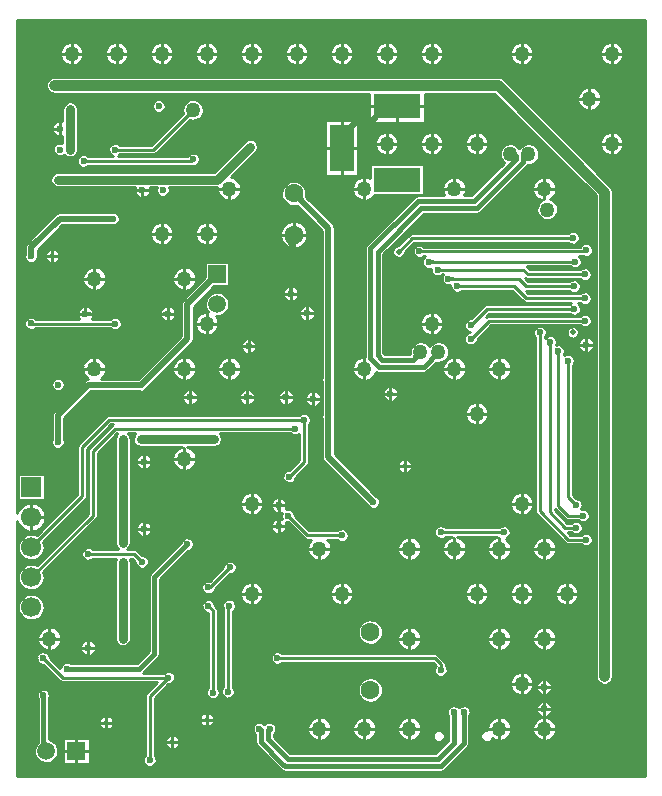
<source format=gbl>
G04 Layer_Physical_Order=2*
G04 Layer_Color=16711680*
%FSLAX25Y25*%
%MOIN*%
G70*
G01*
G75*
%ADD10C,0.01000*%
%ADD39C,0.03000*%
%ADD40C,0.01500*%
%ADD41C,0.02000*%
%ADD42C,0.03500*%
%ADD44R,0.15748X0.07874*%
%ADD45R,0.07874X0.15748*%
%ADD46R,0.05906X0.05906*%
%ADD47C,0.05906*%
%ADD48C,0.06299*%
%ADD49R,0.05906X0.05906*%
%ADD50C,0.06693*%
%ADD51R,0.06693X0.06693*%
%ADD52C,0.05000*%
%ADD53C,0.01969*%
%ADD54C,0.02362*%
G36*
X423188Y319673D02*
X423121Y319735D01*
X423048Y319791D01*
X422969Y319840D01*
X422885Y319882D01*
X422794Y319918D01*
X422698Y319948D01*
X422595Y319971D01*
X422487Y319987D01*
X422373Y319997D01*
X422253Y320000D01*
Y321000D01*
X422373Y321003D01*
X422487Y321013D01*
X422595Y321029D01*
X422698Y321052D01*
X422794Y321082D01*
X422885Y321118D01*
X422969Y321160D01*
X423048Y321209D01*
X423121Y321265D01*
X423188Y321327D01*
Y319673D01*
D02*
G37*
G36*
X411942Y321265D02*
X412015Y321209D01*
X412094Y321160D01*
X412178Y321118D01*
X412269Y321082D01*
X412365Y321052D01*
X412468Y321029D01*
X412576Y321013D01*
X412690Y321003D01*
X412810Y321000D01*
Y320000D01*
X412690Y319997D01*
X412576Y319987D01*
X412468Y319971D01*
X412365Y319948D01*
X412269Y319918D01*
X412178Y319882D01*
X412094Y319840D01*
X412015Y319791D01*
X411942Y319735D01*
X411875Y319673D01*
Y321327D01*
X411942Y321265D01*
D02*
G37*
G36*
X515465Y334889D02*
X515410Y334816D01*
X515361Y334737D01*
X515318Y334652D01*
X515282Y334562D01*
X515253Y334465D01*
X515230Y334363D01*
X515214Y334255D01*
X515204Y334140D01*
X515201Y334020D01*
X514201D01*
X514197Y334140D01*
X514188Y334255D01*
X514171Y334363D01*
X514149Y334465D01*
X514119Y334562D01*
X514083Y334652D01*
X514041Y334737D01*
X513992Y334816D01*
X513936Y334889D01*
X513874Y334956D01*
X515527D01*
X515465Y334889D01*
D02*
G37*
G36*
X468057Y333098D02*
X467953Y333118D01*
X467845Y333119D01*
X467731Y333102D01*
X467611Y333067D01*
X467486Y333014D01*
X467356Y332942D01*
X467220Y332851D01*
X467079Y332742D01*
X466932Y332615D01*
X466780Y332470D01*
X465720Y333530D01*
X465865Y333682D01*
X466101Y333970D01*
X466191Y334106D01*
X466263Y334236D01*
X466317Y334361D01*
X466353Y334481D01*
X466369Y334595D01*
X466368Y334703D01*
X466348Y334807D01*
X468057Y333098D01*
D02*
G37*
G36*
X510765Y222975D02*
X510709Y222902D01*
X510660Y222824D01*
X510618Y222739D01*
X510582Y222648D01*
X510552Y222552D01*
X510529Y222449D01*
X510513Y222341D01*
X510503Y222227D01*
X510500Y222107D01*
X509500D01*
X509497Y222227D01*
X509487Y222341D01*
X509471Y222449D01*
X509448Y222552D01*
X509418Y222648D01*
X509382Y222739D01*
X509340Y222824D01*
X509291Y222902D01*
X509235Y222975D01*
X509173Y223042D01*
X510827D01*
X510765Y222975D01*
D02*
G37*
G36*
X510503Y218159D02*
X510513Y218044D01*
X510529Y217936D01*
X510552Y217834D01*
X510582Y217737D01*
X510618Y217647D01*
X510660Y217562D01*
X510709Y217483D01*
X510765Y217410D01*
X510827Y217343D01*
X509173D01*
X509235Y217410D01*
X509291Y217483D01*
X509340Y217562D01*
X509382Y217647D01*
X509418Y217737D01*
X509448Y217834D01*
X509471Y217936D01*
X509487Y218044D01*
X509497Y218159D01*
X509500Y218279D01*
X510500D01*
X510503Y218159D01*
D02*
G37*
G36*
X422265Y283590D02*
X422209Y283517D01*
X422160Y283438D01*
X422118Y283353D01*
X422082Y283263D01*
X422052Y283166D01*
X422029Y283064D01*
X422013Y282956D01*
X422003Y282841D01*
X422000Y282721D01*
X421000D01*
X420997Y282841D01*
X420987Y282956D01*
X420971Y283064D01*
X420948Y283166D01*
X420918Y283263D01*
X420882Y283353D01*
X420840Y283438D01*
X420791Y283517D01*
X420735Y283590D01*
X420673Y283657D01*
X422327D01*
X422265Y283590D01*
D02*
G37*
G36*
X422003Y279159D02*
X422013Y279045D01*
X422029Y278936D01*
X422052Y278834D01*
X422082Y278737D01*
X422118Y278647D01*
X422160Y278562D01*
X422209Y278483D01*
X422265Y278411D01*
X422327Y278344D01*
X420673D01*
X420735Y278411D01*
X420791Y278483D01*
X420840Y278562D01*
X420882Y278647D01*
X420918Y278737D01*
X420948Y278834D01*
X420971Y278936D01*
X420987Y279045D01*
X420997Y279159D01*
X421000Y279279D01*
X422000D01*
X422003Y279159D01*
D02*
G37*
G36*
X472280Y366396D02*
X472359Y366351D01*
X472443Y366311D01*
X472532Y366277D01*
X472626Y366247D01*
X472725Y366224D01*
X472830Y366205D01*
X472939Y366192D01*
X473174Y366181D01*
X473346Y365181D01*
X473225Y365177D01*
X473112Y365166D01*
X473005Y365148D01*
X472906Y365122D01*
X472814Y365089D01*
X472729Y365048D01*
X472651Y365000D01*
X472580Y364945D01*
X472517Y364882D01*
X472460Y364812D01*
X472207Y366446D01*
X472280Y366396D01*
D02*
G37*
G36*
X478910Y360765D02*
X478983Y360709D01*
X479062Y360660D01*
X479147Y360618D01*
X479237Y360582D01*
X479334Y360552D01*
X479436Y360529D01*
X479544Y360513D01*
X479659Y360503D01*
X479779Y360500D01*
Y359500D01*
X479659Y359497D01*
X479544Y359487D01*
X479436Y359471D01*
X479334Y359448D01*
X479237Y359418D01*
X479147Y359382D01*
X479062Y359340D01*
X478983Y359291D01*
X478910Y359235D01*
X478843Y359173D01*
Y360827D01*
X478910Y360765D01*
D02*
G37*
G36*
X503736Y399215D02*
X503738Y399211D01*
X503741Y399203D01*
X503743Y399190D01*
X503745Y399172D01*
X503749Y399090D01*
X503750Y398965D01*
X502250D01*
X502486Y400440D01*
X503736Y399215D01*
D02*
G37*
G36*
X427877Y371777D02*
X427520Y371592D01*
X427201Y371399D01*
X426920Y371199D01*
X426676Y370993D01*
X426469Y370780D01*
X426300Y370560D01*
X426169Y370333D01*
X426075Y370099D01*
X426019Y369858D01*
X426000Y369611D01*
X425000Y369951D01*
X424987Y370104D01*
X424948Y370295D01*
X424883Y370524D01*
X424791Y370790D01*
X424530Y371435D01*
X423943Y372685D01*
X423695Y373177D01*
X427877Y371777D01*
D02*
G37*
G36*
X357966Y349076D02*
X358038Y349020D01*
X358117Y348971D01*
X358202Y348929D01*
X358293Y348893D01*
X358389Y348863D01*
X358491Y348840D01*
X358600Y348824D01*
X358714Y348814D01*
X358834Y348811D01*
Y347811D01*
X358714Y347808D01*
X358600Y347798D01*
X358491Y347782D01*
X358389Y347759D01*
X358293Y347729D01*
X358202Y347693D01*
X358117Y347651D01*
X358038Y347602D01*
X357966Y347546D01*
X357899Y347484D01*
Y349138D01*
X357966Y349076D01*
D02*
G37*
G36*
X512713Y338038D02*
X512658Y337965D01*
X512609Y337887D01*
X512567Y337802D01*
X512531Y337711D01*
X512501Y337615D01*
X512478Y337513D01*
X512462Y337404D01*
X512452Y337290D01*
X512449Y337170D01*
X511449D01*
X511446Y337290D01*
X511436Y337404D01*
X511419Y337513D01*
X511397Y337615D01*
X511367Y337711D01*
X511331Y337802D01*
X511289Y337887D01*
X511240Y337965D01*
X511184Y338038D01*
X511122Y338105D01*
X512776D01*
X512713Y338038D01*
D02*
G37*
G36*
X426003Y356627D02*
X426013Y356513D01*
X426029Y356405D01*
X426052Y356302D01*
X426082Y356206D01*
X426118Y356115D01*
X426160Y356031D01*
X426209Y355952D01*
X426265Y355879D01*
X426327Y355812D01*
X424673D01*
X424735Y355879D01*
X424791Y355952D01*
X424840Y356031D01*
X424882Y356115D01*
X424918Y356206D01*
X424948Y356302D01*
X424971Y356405D01*
X424987Y356513D01*
X424997Y356627D01*
X425000Y356747D01*
X426000D01*
X426003Y356627D01*
D02*
G37*
G36*
X383712Y347484D02*
X383645Y347546D01*
X383572Y347602D01*
X383493Y347651D01*
X383408Y347693D01*
X383318Y347729D01*
X383221Y347759D01*
X383119Y347782D01*
X383011Y347798D01*
X382896Y347808D01*
X382776Y347811D01*
Y348811D01*
X382896Y348814D01*
X383011Y348824D01*
X383119Y348840D01*
X383221Y348863D01*
X383318Y348893D01*
X383408Y348929D01*
X383493Y348971D01*
X383572Y349020D01*
X383645Y349076D01*
X383712Y349138D01*
Y347484D01*
D02*
G37*
D10*
X536500Y435000D02*
X536374Y435995D01*
X536005Y436927D01*
X535416Y437738D01*
X534643Y438377D01*
X533736Y438804D01*
X532751Y438992D01*
X531750Y438929D01*
X530797Y438619D01*
X529950Y438082D01*
X529264Y437351D01*
X528781Y436473D01*
X528532Y435501D01*
Y434499D01*
X528781Y433528D01*
X529264Y432649D01*
X529950Y431918D01*
X530797Y431381D01*
X531750Y431071D01*
X532751Y431008D01*
X533736Y431196D01*
X534643Y431623D01*
X535416Y432262D01*
X536005Y433073D01*
X536374Y434005D01*
X536500Y435000D01*
X529000Y420000D02*
X528874Y420995D01*
X528505Y421927D01*
X527916Y422738D01*
X527143Y423377D01*
X526236Y423804D01*
X525251Y423992D01*
X524251Y423929D01*
X523297Y423619D01*
X522450Y423082D01*
X521764Y422351D01*
X521281Y421473D01*
X521032Y420501D01*
Y419499D01*
X521281Y418528D01*
X521764Y417649D01*
X522450Y416918D01*
X523297Y416381D01*
X524251Y416071D01*
X525251Y416008D01*
X526236Y416196D01*
X527143Y416623D01*
X527916Y417262D01*
X528505Y418073D01*
X528874Y419005D01*
X529000Y420000D01*
X536500Y405000D02*
X536374Y405995D01*
X536005Y406927D01*
X535416Y407738D01*
X534643Y408377D01*
X533736Y408804D01*
X532751Y408992D01*
X531750Y408929D01*
X530797Y408619D01*
X529950Y408082D01*
X529264Y407351D01*
X528781Y406472D01*
X528532Y405501D01*
Y404499D01*
X528781Y403527D01*
X529264Y402649D01*
X529950Y401918D01*
X530797Y401381D01*
X531750Y401071D01*
X532751Y401008D01*
X533736Y401196D01*
X534643Y401623D01*
X535416Y402262D01*
X536005Y403073D01*
X536374Y404005D01*
X536500Y405000D01*
X532850Y389000D02*
X532632Y390093D01*
X532011Y391019D01*
X532850Y389000D02*
X532633Y390091D01*
X532015Y391015D01*
X511907Y386484D02*
X512771Y387116D01*
X513437Y387954D01*
X513857Y388939D01*
X514000Y390000D01*
X506500Y435000D02*
X506374Y435995D01*
X506005Y436927D01*
X505416Y437738D01*
X504643Y438377D01*
X503736Y438804D01*
X502751Y438992D01*
X501751Y438929D01*
X500797Y438619D01*
X499950Y438082D01*
X499264Y437351D01*
X498781Y436473D01*
X498531Y435501D01*
Y434499D01*
X498781Y433528D01*
X499264Y432649D01*
X499950Y431918D01*
X500797Y431381D01*
X501751Y431071D01*
X502751Y431008D01*
X503736Y431196D01*
X504643Y431623D01*
X505416Y432262D01*
X506005Y433073D01*
X506374Y434005D01*
X506500Y435000D01*
X496515Y426515D02*
X495591Y427133D01*
X494500Y427350D01*
X496519Y426511D02*
X495593Y427132D01*
X494500Y427350D01*
X508350Y401500D02*
X508206Y402509D01*
X507785Y403437D01*
X507121Y404209D01*
X506267Y404765D01*
X505291Y405059D01*
X504272Y405068D01*
X503292Y404791D01*
X502428Y404251D01*
X501750Y403490D01*
X504518Y397907D02*
X505494Y397978D01*
X506415Y398308D01*
X507212Y398874D01*
X507828Y399634D01*
X508217Y400531D01*
X508350Y401500D01*
X514000Y390000D02*
X513876Y390989D01*
X513511Y391917D01*
X512927Y392726D01*
X512162Y393366D01*
X511262Y393796D01*
X510284Y393990D01*
X509288Y393936D01*
X508337Y393638D01*
X507488Y393113D01*
X506797Y392395D01*
X506304Y391528D01*
X506040Y390566D01*
X506023Y389569D01*
X506253Y388599D01*
X506716Y387716D01*
X507383Y386975D01*
X508213Y386421D01*
X509154Y386090D01*
X514600Y383000D02*
X514476Y383937D01*
X514113Y384809D01*
X513535Y385556D01*
X512782Y386128D01*
X511907Y386484D01*
X509154Y386090D02*
X508376Y385465D01*
X507800Y384649D01*
X507470Y383706D01*
X507412Y382710D01*
X507629Y381735D01*
X508107Y380858D01*
X508806Y380146D01*
X509675Y379653D01*
X510645Y379417D01*
X511643Y379458D01*
X512591Y379771D01*
X513417Y380332D01*
X514057Y381098D01*
X514462Y382011D01*
X514600Y383000D01*
X504308Y397656D02*
X504518Y397907D01*
X504308Y397656D02*
X504518Y397907D01*
X501750Y403490D02*
X501059Y404262D01*
X500176Y404805D01*
X499176Y405075D01*
X498140Y405048D01*
X497155Y404727D01*
X496302Y404139D01*
X495651Y403332D01*
X495258Y402374D01*
X495153Y401343D01*
X495347Y400325D01*
X495823Y399404D01*
X496541Y398657D01*
X522966Y367467D02*
X523858Y367223D01*
X524773Y367354D01*
X525562Y367838D01*
X526094Y368594D01*
X526281Y369500D01*
X526069Y370459D01*
X525474Y371241D01*
X524605Y371699D01*
X523624Y371750D01*
X522713Y371383D01*
X522040Y370667D01*
X522600Y365681D02*
X522373Y366673D01*
X521738Y367467D01*
X525781Y361500D02*
X525531Y362539D01*
X524835Y363350D01*
X523846Y363755D01*
X522781Y363665D01*
X521874Y363100D01*
X517929Y371955D02*
X518836Y371390D01*
X519901Y371300D01*
X520890Y371705D01*
X521586Y372516D01*
X521836Y373555D01*
X521586Y374594D01*
X520890Y375405D01*
X519901Y375810D01*
X518836Y375720D01*
X517929Y375155D01*
X518693Y364081D02*
X519600Y363516D01*
X520665Y363426D01*
X521654Y363831D01*
X522350Y364642D01*
X522600Y365681D01*
X521874Y359900D02*
X522781Y359335D01*
X523846Y359245D01*
X524835Y359650D01*
X525531Y360461D01*
X525781Y361500D01*
X518374Y355900D02*
X519281Y355335D01*
X520346Y355245D01*
X521335Y355650D01*
X522031Y356461D01*
X522281Y357500D01*
X522031Y358539D01*
X521335Y359350D01*
X520346Y359755D01*
X519281Y359665D01*
X518374Y359100D01*
X521874Y351900D02*
X522781Y351335D01*
X523846Y351245D01*
X524835Y351650D01*
X525531Y352461D01*
X525781Y353500D01*
X525531Y354539D01*
X524835Y355350D01*
X523846Y355755D01*
X522781Y355665D01*
X521874Y355100D01*
X525781Y346000D02*
X525531Y347039D01*
X524835Y347850D01*
X523846Y348255D01*
X522781Y348165D01*
X521874Y347600D01*
Y344400D02*
X522781Y343835D01*
X523846Y343745D01*
X524835Y344150D01*
X525531Y344961D01*
X525781Y346000D01*
X518912Y351900D02*
X518441Y351533D01*
X522348Y349933D02*
X522047Y351066D01*
X521222Y351900D01*
X518441Y348333D02*
X519348Y347768D01*
X520413Y347678D01*
X521402Y348083D01*
X522098Y348894D01*
X522348Y349933D01*
X526681Y338000D02*
X526500Y338968D01*
X525981Y339806D01*
X525195Y340400D01*
X524247Y340670D01*
X523266Y340579D01*
X522384Y340140D01*
X521721Y339411D01*
X521364Y338493D01*
Y337507D01*
X521721Y336589D01*
X522384Y335860D01*
X523266Y335421D01*
X524247Y335330D01*
X525195Y335600D01*
X525981Y336194D01*
X526500Y337032D01*
X526681Y338000D01*
X521584Y342059D02*
X521346Y343028D01*
X520684Y343774D01*
X519751Y344128D01*
X518761Y344008D01*
X517940Y343441D01*
X517476Y342558D01*
Y341560D01*
X517940Y340677D01*
X518761Y340110D01*
X519751Y339990D01*
X520684Y340344D01*
X521346Y341090D01*
X521584Y342059D01*
X503551Y360212D02*
X504500Y359900D01*
X503551Y360212D02*
X504500Y359900D01*
X502869Y352369D02*
X504000Y351900D01*
X502867Y352370D02*
X504000Y351900D01*
X516982Y335799D02*
X516735Y336831D01*
X516048Y337640D01*
X515069Y338050D01*
X514011Y337973D01*
X514230Y338949D01*
X516624Y334573D02*
X516982Y335799D01*
X514230Y338949D02*
X514032Y339878D01*
X513474Y340645D01*
X512651Y341119D01*
X511707Y341217D01*
X510804Y340922D01*
X510100Y340285D01*
X510781Y342098D02*
X510567Y343064D01*
X509963Y343848D01*
X509085Y344303D01*
X508096Y344343D01*
X507183Y343961D01*
X506518Y343228D01*
X506226Y342283D01*
X506362Y341303D01*
X506900Y340473D01*
X510100D02*
X510604Y341217D01*
X510781Y342098D01*
X476500Y435000D02*
X476374Y435995D01*
X476005Y436927D01*
X475416Y437738D01*
X474643Y438377D01*
X473736Y438804D01*
X472751Y438992D01*
X471750Y438929D01*
X470797Y438619D01*
X469950Y438082D01*
X469264Y437351D01*
X468781Y436473D01*
X468532Y435501D01*
Y434499D01*
X468781Y433528D01*
X469264Y432649D01*
X469950Y431918D01*
X470797Y431381D01*
X471750Y431071D01*
X472751Y431008D01*
X473736Y431196D01*
X474643Y431623D01*
X475416Y432262D01*
X476005Y433073D01*
X476374Y434005D01*
X476500Y435000D01*
X491500Y405000D02*
X491374Y405995D01*
X491005Y406927D01*
X490416Y407738D01*
X489643Y408377D01*
X488736Y408804D01*
X487751Y408992D01*
X486751Y408929D01*
X485797Y408619D01*
X484950Y408082D01*
X484264Y407351D01*
X483781Y406472D01*
X483532Y405501D01*
Y404499D01*
X483781Y403527D01*
X484264Y402649D01*
X484950Y401918D01*
X485797Y401381D01*
X486751Y401071D01*
X487751Y401008D01*
X488736Y401196D01*
X489643Y401623D01*
X490416Y402262D01*
X491005Y403073D01*
X491374Y404005D01*
X491500Y405000D01*
X484000Y390000D02*
X483878Y390979D01*
X483521Y391898D01*
X482949Y392703D01*
X482198Y393342D01*
X481313Y393778D01*
X480348Y393985D01*
X479362Y393949D01*
X478415Y393673D01*
X477564Y393173D01*
X476862Y392480D01*
X476350Y391637D01*
X476061Y390694D01*
X476011Y389709D01*
X476203Y388741D01*
X476627Y387850D01*
X476500Y405000D02*
X476374Y405995D01*
X476005Y406927D01*
X475416Y407738D01*
X474643Y408377D01*
X473736Y408804D01*
X472751Y408992D01*
X471750Y408929D01*
X470797Y408619D01*
X469950Y408082D01*
X469264Y407351D01*
X468781Y406472D01*
X468532Y405501D01*
Y404499D01*
X468781Y403527D01*
X469264Y402649D01*
X469950Y401918D01*
X470797Y401381D01*
X471750Y401071D01*
X472751Y401008D01*
X473736Y401196D01*
X474643Y401623D01*
X475416Y402262D01*
X476005Y403073D01*
X476374Y404005D01*
X476500Y405000D01*
X461500Y435000D02*
X461374Y435995D01*
X461005Y436927D01*
X460416Y437738D01*
X459643Y438377D01*
X458736Y438804D01*
X457751Y438992D01*
X456750Y438929D01*
X455797Y438619D01*
X454950Y438082D01*
X454264Y437351D01*
X453781Y436473D01*
X453532Y435501D01*
Y434499D01*
X453781Y433528D01*
X454264Y432649D01*
X454950Y431918D01*
X455797Y431381D01*
X456750Y431071D01*
X457751Y431008D01*
X458736Y431196D01*
X459643Y431623D01*
X460416Y432262D01*
X461005Y433073D01*
X461374Y434005D01*
X461500Y435000D01*
X446500Y435000D02*
X446374Y435995D01*
X446005Y436927D01*
X445416Y437738D01*
X444643Y438377D01*
X443736Y438804D01*
X442751Y438992D01*
X441750Y438929D01*
X440797Y438619D01*
X439950Y438082D01*
X439264Y437351D01*
X438781Y436473D01*
X438531Y435501D01*
Y434499D01*
X438781Y433528D01*
X439264Y432649D01*
X439950Y431918D01*
X440797Y431381D01*
X441750Y431071D01*
X442751Y431008D01*
X443736Y431196D01*
X444643Y431623D01*
X445416Y432262D01*
X446005Y433073D01*
X446374Y434005D01*
X446500Y435000D01*
X461500Y405000D02*
X461374Y405995D01*
X461005Y406927D01*
X460416Y407738D01*
X459643Y408377D01*
X458736Y408804D01*
X457751Y408992D01*
X456750Y408929D01*
X455797Y408619D01*
X454950Y408082D01*
X454264Y407351D01*
X453781Y406472D01*
X453532Y405501D01*
Y404499D01*
X453781Y403527D01*
X454264Y402649D01*
X454950Y401918D01*
X455797Y401381D01*
X456750Y401071D01*
X457751Y401008D01*
X458736Y401196D01*
X459643Y401623D01*
X460416Y402262D01*
X461005Y403073D01*
X461374Y404005D01*
X461500Y405000D01*
X452026Y393449D02*
X451118Y393841D01*
X450142Y393998D01*
X449157Y393910D01*
X448223Y393584D01*
X447398Y393038D01*
X446732Y392307D01*
X446266Y391435D01*
X446028Y390475D01*
X446033Y389486D01*
X446280Y388529D01*
X446755Y387661D01*
X447428Y386937D01*
X448258Y386399D01*
X449194Y386082D01*
X450180Y386004D01*
X451155Y386170D01*
X452059Y386571D01*
X452838Y387181D01*
X453442Y387963D01*
X487535Y381650D02*
X488844Y382192D01*
X487535Y381650D02*
X488844Y382192D01*
X483373Y387850D02*
X483840Y388880D01*
X484000Y390000D01*
X467965Y387850D02*
X466656Y387308D01*
X467965Y387850D02*
X466656Y387308D01*
X490933Y351533D02*
X489802Y351064D01*
X490933Y351533D02*
X489800Y351063D01*
X491500Y347600D02*
X490551Y347288D01*
X491500Y347600D02*
X490551Y347288D01*
X485125Y342250D02*
X484175Y341857D01*
X483494Y341086D01*
X483221Y340094D01*
X483411Y339084D01*
X484026Y338259D01*
X484940Y337789D01*
X485968Y337767D01*
X486901Y338200D01*
X487549Y338998D01*
X487781Y340000D01*
X485518Y346781D02*
X484573Y346584D01*
X483794Y346015D01*
X483321Y345174D01*
X483237Y344212D01*
X483559Y343302D01*
X484228Y342607D01*
X485125Y342250D01*
X476199Y361400D02*
X475781Y360528D01*
X475762Y359560D01*
X476145Y358672D01*
X476862Y358023D01*
X477784Y357729D01*
X478745Y357844D01*
X472245Y363344D02*
X472300Y362396D01*
X472737Y361553D01*
X473478Y360961D01*
X474397Y360721D01*
X475334Y360877D01*
X476126Y361400D01*
X478745Y357844D02*
X478800Y356896D01*
X479237Y356053D01*
X479978Y355461D01*
X480897Y355221D01*
X481834Y355377D01*
X482626Y355900D01*
X470345Y367467D02*
X469642Y366824D01*
X469264Y365950D01*
X469275Y364999D01*
X469673Y364134D01*
X470390Y363507D01*
X471300Y363228D01*
X472245Y363344D01*
X470027Y370667D02*
X469213Y371199D01*
X468251Y371343D01*
X467316Y371073D01*
X466578Y370438D01*
X466173Y369553D01*
Y368580D01*
X466578Y367696D01*
X467316Y367061D01*
X468251Y366791D01*
X469213Y366935D01*
X470027Y367467D01*
X476500Y345000D02*
X476374Y345995D01*
X476005Y346927D01*
X475416Y347738D01*
X474643Y348377D01*
X473736Y348804D01*
X472751Y348992D01*
X471750Y348929D01*
X470797Y348619D01*
X469950Y348082D01*
X469264Y347351D01*
X468781Y346473D01*
X468532Y345501D01*
Y344499D01*
X468781Y343528D01*
X469264Y342649D01*
X469950Y341918D01*
X470797Y341381D01*
X471750Y341071D01*
X472751Y341008D01*
X473736Y341196D01*
X474643Y341623D01*
X475416Y342262D01*
X476005Y343073D01*
X476374Y344005D01*
X476500Y345000D01*
X478350Y335500D02*
X478206Y336509D01*
X477785Y337437D01*
X477121Y338209D01*
X476267Y338765D01*
X475291Y339059D01*
X474272Y339068D01*
X473291Y338791D01*
X472428Y338251D01*
X471750Y337490D01*
X471100Y338227D01*
X470276Y338761D01*
X469337Y339052D01*
X468355Y339078D01*
X467403Y338838D01*
X466550Y338350D01*
X465862Y337649D01*
X465388Y336788D01*
X465165Y335831D01*
X465209Y334850D01*
X466055Y375155D02*
X464922Y374685D01*
X466055Y375155D02*
X464924Y374687D01*
X461313Y371076D02*
X460334Y370728D01*
X459645Y369951D01*
X459417Y368938D01*
X459705Y367940D01*
X460440Y367206D01*
X461438Y366917D01*
X462451Y367145D01*
X463228Y367834D01*
X463576Y368813D01*
X440100Y376890D02*
X439940Y377693D01*
X439485Y378375D01*
X440100Y376890D02*
X439939Y377696D01*
X439481Y378378D01*
X450692Y371344D02*
X450150Y370036D01*
X450692Y371344D02*
X450150Y370036D01*
X519450Y331024D02*
X519954Y331768D01*
X520131Y332650D01*
X522369Y283192D02*
X522781Y284500D01*
X525281Y281000D02*
X525041Y282018D01*
X524372Y282822D01*
X523414Y283243D01*
X522369Y283192D01*
X522781Y284500D02*
X522606Y285377D01*
X522107Y286119D01*
X521360Y286613D01*
X520482Y286781D01*
X521374Y279400D02*
X522281Y278835D01*
X523346Y278745D01*
X524335Y279150D01*
X525031Y279961D01*
X525281Y281000D01*
X526281Y273000D02*
X526031Y274039D01*
X525335Y274850D01*
X524346Y275255D01*
X523281Y275165D01*
X522374Y274600D01*
Y271400D02*
X523281Y270835D01*
X524346Y270745D01*
X525335Y271150D01*
X526031Y271961D01*
X526281Y273000D01*
X520131Y332650D02*
X519926Y333596D01*
X519347Y334371D01*
X518498Y334837D01*
X517533Y334909D01*
X516624Y334573D01*
X499000Y330000D02*
X498874Y330995D01*
X498505Y331927D01*
X497916Y332738D01*
X497143Y333377D01*
X496236Y333804D01*
X495251Y333992D01*
X494250Y333929D01*
X493297Y333619D01*
X492450Y333082D01*
X491764Y332351D01*
X491281Y331472D01*
X491032Y330501D01*
Y329499D01*
X491281Y328527D01*
X491764Y327649D01*
X492450Y326918D01*
X493297Y326381D01*
X494250Y326071D01*
X495251Y326008D01*
X496236Y326196D01*
X497143Y326623D01*
X497916Y327262D01*
X498505Y328073D01*
X498874Y329005D01*
X499000Y330000D01*
X516869Y279869D02*
X518000Y279400D01*
X516867Y279870D02*
X518000Y279400D01*
X522781Y277000D02*
X522531Y278039D01*
X521835Y278850D01*
X520846Y279255D01*
X519781Y279165D01*
X518874Y278600D01*
Y275400D02*
X519781Y274835D01*
X520846Y274745D01*
X521835Y275150D01*
X522531Y275961D01*
X522781Y277000D01*
X516869Y271869D02*
X518000Y271400D01*
X516867Y271870D02*
X518000Y271400D01*
X514000Y270000D02*
X513874Y270995D01*
X513505Y271927D01*
X512916Y272738D01*
X512143Y273377D01*
X511236Y273804D01*
X510251Y273992D01*
X509250Y273929D01*
X508297Y273619D01*
X507450Y273082D01*
X506764Y272351D01*
X506281Y271473D01*
X506032Y270501D01*
Y269499D01*
X506281Y268528D01*
X506764Y267649D01*
X507450Y266918D01*
X508297Y266381D01*
X509250Y266071D01*
X510251Y266008D01*
X511236Y266196D01*
X512143Y266623D01*
X512916Y267262D01*
X513505Y268073D01*
X513874Y269005D01*
X514000Y270000D01*
X506900Y282500D02*
X507369Y281369D01*
X506900Y282500D02*
X507370Y281367D01*
X506500Y285000D02*
X506374Y285995D01*
X506005Y286927D01*
X505416Y287738D01*
X504643Y288377D01*
X503736Y288804D01*
X502751Y288992D01*
X501751Y288929D01*
X500797Y288619D01*
X499950Y288082D01*
X499264Y287351D01*
X498781Y286473D01*
X498531Y285501D01*
Y284499D01*
X498781Y283527D01*
X499264Y282649D01*
X499950Y281918D01*
X500797Y281381D01*
X501751Y281071D01*
X502751Y281008D01*
X503736Y281196D01*
X504643Y281623D01*
X505416Y282262D01*
X506005Y283073D01*
X506374Y284005D01*
X506500Y285000D01*
X497212Y273333D02*
X498030Y273808D01*
X498585Y274574D01*
X498781Y275500D01*
X498531Y276539D01*
X497835Y277350D01*
X496846Y277755D01*
X495781Y277665D01*
X494874Y277100D01*
X499000Y270000D02*
X498879Y270975D01*
X498525Y271891D01*
X497958Y272693D01*
X497212Y273333D01*
X494111Y273900D02*
X493176Y273560D01*
X492354Y273000D01*
X491696Y272254D01*
X491242Y271369D01*
X491020Y270399D01*
X491045Y269405D01*
X491314Y268447D01*
X491811Y267585D01*
X492506Y266873D01*
X493354Y266354D01*
X494305Y266061D01*
X495298Y266011D01*
X496274Y266208D01*
X497170Y266640D01*
X497932Y267279D01*
X498513Y268087D01*
X498876Y269013D01*
X499000Y270000D01*
X521500Y255000D02*
X521374Y255995D01*
X521005Y256927D01*
X520416Y257738D01*
X519643Y258377D01*
X518736Y258804D01*
X517751Y258992D01*
X516750Y258929D01*
X515797Y258619D01*
X514950Y258082D01*
X514264Y257351D01*
X513781Y256472D01*
X513531Y255501D01*
Y254499D01*
X513781Y253527D01*
X514264Y252649D01*
X514950Y251918D01*
X515797Y251381D01*
X516750Y251071D01*
X517751Y251008D01*
X518736Y251196D01*
X519643Y251623D01*
X520416Y252262D01*
X521005Y253073D01*
X521374Y254005D01*
X521500Y255000D01*
X527150Y227500D02*
X527322Y226525D01*
X527817Y225668D01*
X528575Y225032D01*
X529505Y224693D01*
X530495D01*
X531425Y225032D01*
X532183Y225668D01*
X532678Y226525D01*
X532850Y227500D01*
X510756Y213928D02*
X511756Y214474D01*
X512439Y215387D01*
X512681Y216500D01*
X514000Y210000D02*
X513895Y210912D01*
X513584Y211776D01*
X513084Y212547D01*
X512422Y213183D01*
X511632Y213652D01*
X510756Y213928D01*
X506500Y255000D02*
X506374Y255995D01*
X506005Y256927D01*
X505416Y257738D01*
X504643Y258377D01*
X503736Y258804D01*
X502751Y258992D01*
X501751Y258929D01*
X500797Y258619D01*
X499950Y258082D01*
X499264Y257351D01*
X498781Y256472D01*
X498531Y255501D01*
Y254499D01*
X498781Y253527D01*
X499264Y252649D01*
X499950Y251918D01*
X500797Y251381D01*
X501751Y251071D01*
X502751Y251008D01*
X503736Y251196D01*
X504643Y251623D01*
X505416Y252262D01*
X506005Y253073D01*
X506374Y254005D01*
X506500Y255000D01*
X514000Y240000D02*
X513874Y240995D01*
X513505Y241927D01*
X512916Y242738D01*
X512143Y243377D01*
X511236Y243804D01*
X510251Y243992D01*
X509250Y243929D01*
X508297Y243619D01*
X507450Y243082D01*
X506764Y242351D01*
X506281Y241473D01*
X506032Y240501D01*
Y239499D01*
X506281Y238527D01*
X506764Y237649D01*
X507450Y236918D01*
X508297Y236381D01*
X509250Y236071D01*
X510251Y236008D01*
X511236Y236196D01*
X512143Y236623D01*
X512916Y237262D01*
X513505Y238073D01*
X513874Y239005D01*
X514000Y240000D01*
X499000Y240000D02*
X498874Y240995D01*
X498505Y241927D01*
X497916Y242738D01*
X497143Y243377D01*
X496236Y243804D01*
X495251Y243992D01*
X494250Y243929D01*
X493297Y243619D01*
X492450Y243082D01*
X491764Y242351D01*
X491281Y241473D01*
X491032Y240501D01*
Y239499D01*
X491281Y238527D01*
X491764Y237649D01*
X492450Y236918D01*
X493297Y236381D01*
X494250Y236071D01*
X495251Y236008D01*
X496236Y236196D01*
X497143Y236623D01*
X497916Y237262D01*
X498505Y238073D01*
X498874Y239005D01*
X499000Y240000D01*
X512681Y216500D02*
X512501Y217467D01*
X511984Y218303D01*
X511200Y218897D01*
X510255Y219169D01*
X509276Y219081D01*
X508394Y218647D01*
X507728Y217923D01*
X507368Y217008D01*
X507361Y216025D01*
X507710Y215105D01*
X508367Y214374D01*
X509244Y213928D01*
X512681Y223886D02*
X512500Y224854D01*
X511981Y225692D01*
X511195Y226286D01*
X510247Y226555D01*
X509266Y226465D01*
X508384Y226025D01*
X507721Y225297D01*
X507365Y224378D01*
Y223393D01*
X507721Y222474D01*
X508384Y221746D01*
X509266Y221307D01*
X510247Y221216D01*
X511195Y221486D01*
X511981Y222079D01*
X512500Y222917D01*
X512681Y223886D01*
X506500Y225000D02*
X506374Y225995D01*
X506005Y226927D01*
X505416Y227738D01*
X504643Y228377D01*
X503736Y228804D01*
X502751Y228992D01*
X501751Y228929D01*
X500797Y228619D01*
X499950Y228082D01*
X499264Y227351D01*
X498781Y226472D01*
X498531Y225501D01*
Y224499D01*
X498781Y223528D01*
X499264Y222649D01*
X499950Y221918D01*
X500797Y221381D01*
X501751Y221071D01*
X502751Y221008D01*
X503736Y221196D01*
X504643Y221623D01*
X505416Y222262D01*
X506005Y223073D01*
X506374Y224005D01*
X506500Y225000D01*
X509244Y213928D02*
X508291Y213616D01*
X507445Y213078D01*
X506761Y212346D01*
X506279Y211467D01*
X506031Y210496D01*
X506032Y209494D01*
X506283Y208524D01*
X506766Y207646D01*
X507453Y206916D01*
X508300Y206379D01*
X509253Y206070D01*
X510253Y206008D01*
X511238Y206196D01*
X512145Y206624D01*
X512917Y207263D01*
X513506Y208074D01*
X513874Y209006D01*
X514000Y210000D01*
X499000D02*
X498875Y210994D01*
X498506Y211925D01*
X497918Y212736D01*
X497147Y213375D01*
X496242Y213802D01*
X495258Y213992D01*
X494259Y213931D01*
X493305Y213623D01*
X492458Y213089D01*
X491771Y212361D01*
X491286Y211485D01*
X491033Y210515D01*
X491030Y209514D01*
X492620Y206785D02*
X493472Y206303D01*
X494416Y206043D01*
X495394Y206019D01*
X496349Y206235D01*
X497224Y206675D01*
X497965Y207315D01*
X498528Y208115D01*
X498880Y209029D01*
X499000Y210000D01*
X484000Y330000D02*
X483874Y330995D01*
X483505Y331927D01*
X482916Y332738D01*
X482143Y333377D01*
X481236Y333804D01*
X480251Y333992D01*
X479250Y333929D01*
X478297Y333619D01*
X477450Y333082D01*
X476764Y332351D01*
X476281Y331472D01*
X476031Y330501D01*
Y329499D01*
X476281Y328527D01*
X476764Y327649D01*
X477450Y326918D01*
X478297Y326381D01*
X479250Y326071D01*
X480251Y326008D01*
X481236Y326196D01*
X482143Y326623D01*
X482916Y327262D01*
X483505Y328073D01*
X483874Y329005D01*
X484000Y330000D01*
X491500Y315000D02*
X491374Y315995D01*
X491005Y316927D01*
X490416Y317738D01*
X489643Y318377D01*
X488736Y318804D01*
X487751Y318992D01*
X486751Y318929D01*
X485797Y318619D01*
X484950Y318082D01*
X484264Y317351D01*
X483781Y316473D01*
X483532Y315501D01*
Y314499D01*
X483781Y313527D01*
X484264Y312649D01*
X484950Y311918D01*
X485797Y311381D01*
X486751Y311071D01*
X487751Y311008D01*
X488736Y311196D01*
X489643Y311623D01*
X490416Y312262D01*
X491005Y313073D01*
X491374Y314005D01*
X491500Y315000D01*
X473883Y332006D02*
X474807Y331901D01*
X475728Y332035D01*
X476583Y332401D01*
X477316Y332975D01*
X477877Y333717D01*
X478230Y334577D01*
X478350Y335500D01*
X469760Y328650D02*
X471068Y329192D01*
X469760Y328650D02*
X471068Y329192D01*
X461437Y321626D02*
X461256Y322594D01*
X460737Y323432D01*
X459951Y324026D01*
X459003Y324296D01*
X458022Y324205D01*
X457140Y323765D01*
X456476Y323037D01*
X456120Y322119D01*
Y321133D01*
X456476Y320215D01*
X457140Y319486D01*
X458022Y319047D01*
X459003Y318956D01*
X459951Y319226D01*
X460737Y319820D01*
X461256Y320657D01*
X461437Y321626D01*
X465984Y297500D02*
X465795Y298451D01*
X465257Y299257D01*
X464451Y299795D01*
X463500Y299984D01*
X462549Y299795D01*
X461743Y299257D01*
X461205Y298451D01*
X461016Y297500D01*
X461205Y296549D01*
X461743Y295743D01*
X462549Y295205D01*
X463500Y295016D01*
X464451Y295205D01*
X465257Y295743D01*
X465795Y296549D01*
X465984Y297500D01*
X477094Y277100D02*
X476269Y277616D01*
X475305Y277741D01*
X474375Y277453D01*
X473651Y276804D01*
X473262Y275912D01*
X473281Y274939D01*
X473704Y274062D01*
X474453Y273442D01*
X475393Y273190D01*
X476352Y273353D01*
X477156Y273900D01*
X484000Y270000D02*
X483856Y271064D01*
X483433Y272052D01*
X482764Y272892D01*
X481895Y273523D01*
X480889Y273900D01*
X479111D02*
X478176Y273560D01*
X477354Y273000D01*
X476696Y272254D01*
X476242Y271369D01*
X476020Y270399D01*
X476045Y269405D01*
X476314Y268447D01*
X476811Y267585D01*
X477505Y266873D01*
X478354Y266354D01*
X479305Y266061D01*
X480299Y266011D01*
X481274Y266208D01*
X482170Y266640D01*
X482932Y267279D01*
X483513Y268087D01*
X483876Y269013D01*
X484000Y270000D01*
X469000D02*
X468874Y270995D01*
X468505Y271927D01*
X467916Y272738D01*
X467143Y273377D01*
X466236Y273804D01*
X465251Y273992D01*
X464251Y273929D01*
X463297Y273619D01*
X462450Y273082D01*
X461764Y272351D01*
X461281Y271473D01*
X461031Y270501D01*
Y269499D01*
X461281Y268528D01*
X461764Y267649D01*
X462450Y266918D01*
X463297Y266381D01*
X464251Y266071D01*
X465251Y266008D01*
X466236Y266196D01*
X467143Y266623D01*
X467916Y267262D01*
X468505Y268073D01*
X468874Y269005D01*
X469000Y270000D01*
X453874Y329005D02*
X454964Y328650D01*
X453874Y329005D02*
X454964Y328650D01*
X450150Y333997D02*
X449157Y333910D01*
X448216Y333580D01*
X447386Y333028D01*
X446718Y332287D01*
X446255Y331404D01*
X446024Y330434D01*
X446040Y329437D01*
X446302Y328475D01*
X446794Y327608D01*
X447485Y326889D01*
X448333Y326364D01*
X449284Y326065D01*
X450279Y326010D01*
X451258Y326203D01*
X452158Y326632D01*
X452924Y327270D01*
X453508Y328078D01*
X453874Y329005D01*
X440281Y326500D02*
X440100Y327391D01*
Y325609D02*
X440281Y326500D01*
Y314000D02*
X440100Y314891D01*
Y313109D02*
X440281Y314000D01*
X435900Y327391D02*
X435719Y326500D01*
X435900Y325609D01*
Y314891D02*
X435719Y314000D01*
X435900Y313109D01*
X431600Y311374D02*
X432104Y312119D01*
X432281Y313000D01*
X435900Y300500D02*
X436060Y299696D01*
X436515Y299015D01*
X455281Y285500D02*
X455105Y286379D01*
X454604Y287122D01*
X453855Y287615D01*
X450885Y284645D02*
X451484Y283796D01*
X452397Y283300D01*
X453436Y283261D01*
X454384Y283686D01*
X455044Y284488D01*
X455281Y285500D01*
X444781Y274500D02*
X444531Y275539D01*
X443835Y276350D01*
X442846Y276755D01*
X441781Y276665D01*
X440874Y276100D01*
Y272900D02*
X441781Y272335D01*
X442846Y272245D01*
X443835Y272650D01*
X444531Y273461D01*
X444781Y274500D01*
X435900Y300500D02*
X436061Y299694D01*
X436519Y299011D01*
X431130Y297867D02*
X431600Y299000D01*
X431131Y297869D02*
X431600Y299000D01*
X439000Y270000D02*
X438855Y271068D01*
X438429Y272059D01*
X437755Y272900D01*
X432245D02*
X431620Y272138D01*
X431199Y271247D01*
X431010Y270279D01*
X431063Y269295D01*
X431355Y268354D01*
X431868Y267512D01*
X432571Y266822D01*
X433422Y266324D01*
X434369Y266050D01*
X435354Y266016D01*
X436317Y266223D01*
X437201Y266660D01*
X437951Y267300D01*
X438522Y268103D01*
X438879Y269022D01*
X439000Y270000D01*
X491500Y255000D02*
X491374Y255995D01*
X491005Y256927D01*
X490416Y257738D01*
X489643Y258377D01*
X488736Y258804D01*
X487751Y258992D01*
X486751Y258929D01*
X485797Y258619D01*
X484950Y258082D01*
X484264Y257351D01*
X483781Y256472D01*
X483532Y255501D01*
Y254499D01*
X483781Y253527D01*
X484264Y252649D01*
X484950Y251918D01*
X485797Y251381D01*
X486751Y251071D01*
X487751Y251008D01*
X488736Y251196D01*
X489643Y251623D01*
X490416Y252262D01*
X491005Y253073D01*
X491374Y254005D01*
X491500Y255000D01*
X485027Y214165D02*
X485458Y215500D01*
X481496Y217042D02*
X480696Y217604D01*
X479734Y217780D01*
X478787Y217536D01*
X478029Y216919D01*
X477599Y216040D01*
X477576Y215063D01*
X477965Y214165D01*
X485458Y215500D02*
X485201Y216553D01*
X484486Y217368D01*
X483475Y217761D01*
X482398Y217644D01*
X481496Y217042D01*
X477781Y229500D02*
X477604Y230381D01*
X477100Y231126D01*
X473761Y230976D02*
X473306Y230123D01*
X473245Y229158D01*
X473589Y228254D01*
X474278Y227574D01*
X475185Y227241D01*
X476150Y227313D01*
X476998Y227779D01*
X477576Y228555D01*
X477781Y229500D01*
X469000Y240000D02*
X468874Y240995D01*
X468505Y241927D01*
X467916Y242738D01*
X467143Y243377D01*
X466236Y243804D01*
X465251Y243992D01*
X464251Y243929D01*
X463297Y243619D01*
X462450Y243082D01*
X461764Y242351D01*
X461281Y241473D01*
X461031Y240501D01*
Y239499D01*
X461281Y238527D01*
X461764Y237649D01*
X462450Y236918D01*
X463297Y236381D01*
X464251Y236071D01*
X465251Y236008D01*
X466236Y236196D01*
X467143Y236623D01*
X467916Y237262D01*
X468505Y238073D01*
X468874Y239005D01*
X469000Y240000D01*
X477100Y231500D02*
X476630Y232633D01*
X477100Y231500D02*
X476631Y232631D01*
X474631Y234631D02*
X473500Y235100D01*
X474633Y234630D02*
X473500Y235100D01*
X491030Y209514D02*
X490088Y209472D01*
X489261Y209019D01*
X488718Y208247D01*
X488571Y207316D01*
X488849Y206415D01*
X489496Y205729D01*
X490379Y205398D01*
X491317Y205490D01*
X492119Y205986D01*
X492620Y206785D01*
X476986Y207465D02*
X476747Y208433D01*
X476086Y209180D01*
X475153Y209534D01*
X474162Y209413D01*
X473342Y208847D01*
X472878Y207963D01*
Y206966D01*
X473342Y206083D01*
X474162Y205516D01*
X475153Y205396D01*
X476086Y205749D01*
X476747Y206496D01*
X476986Y207465D01*
X484485Y203834D02*
X485027Y205142D01*
X484485Y203834D02*
X485027Y205142D01*
X475535Y195650D02*
X476844Y196192D01*
X475535Y195650D02*
X476844Y196192D01*
X469000Y210000D02*
X468874Y210995D01*
X468505Y211927D01*
X467916Y212738D01*
X467143Y213377D01*
X466236Y213804D01*
X465251Y213992D01*
X464251Y213929D01*
X463297Y213619D01*
X462450Y213082D01*
X461764Y212351D01*
X461281Y211473D01*
X461031Y210501D01*
Y209499D01*
X461281Y208527D01*
X461764Y207649D01*
X462450Y206918D01*
X463297Y206381D01*
X464251Y206071D01*
X465251Y206008D01*
X466236Y206196D01*
X467143Y206623D01*
X467916Y207262D01*
X468505Y208073D01*
X468874Y209005D01*
X469000Y210000D01*
X456250Y242146D02*
X456135Y243126D01*
X455798Y244053D01*
X455255Y244877D01*
X454538Y245554D01*
X453683Y246048D01*
X452738Y246331D01*
X451753Y246388D01*
X450781Y246217D01*
X449875Y245826D01*
X449084Y245237D01*
X448450Y244481D01*
X448007Y243599D01*
X447779Y242639D01*
Y241652D01*
X448007Y240692D01*
X448450Y239810D01*
X449084Y239055D01*
X449875Y238465D01*
X450781Y238075D01*
X451753Y237903D01*
X452738Y237961D01*
X453683Y238244D01*
X454538Y238737D01*
X455255Y239414D01*
X455798Y240238D01*
X456135Y241166D01*
X456250Y242146D01*
Y222854D02*
X456135Y223834D01*
X455798Y224762D01*
X455255Y225586D01*
X454538Y226263D01*
X453683Y226756D01*
X452738Y227039D01*
X451753Y227097D01*
X450781Y226925D01*
X449875Y226535D01*
X449084Y225945D01*
X448450Y225189D01*
X448007Y224308D01*
X447779Y223348D01*
Y222361D01*
X448007Y221401D01*
X448450Y220519D01*
X449084Y219763D01*
X449875Y219174D01*
X450781Y218783D01*
X451753Y218612D01*
X452738Y218669D01*
X453683Y218952D01*
X454538Y219446D01*
X455255Y220123D01*
X455798Y220947D01*
X456135Y221874D01*
X456250Y222854D01*
X446500Y255000D02*
X446374Y255995D01*
X446005Y256927D01*
X445416Y257738D01*
X444643Y258377D01*
X443736Y258804D01*
X442751Y258992D01*
X441750Y258929D01*
X440797Y258619D01*
X439950Y258082D01*
X439264Y257351D01*
X438781Y256472D01*
X438531Y255501D01*
Y254499D01*
X438781Y253527D01*
X439264Y252649D01*
X439950Y251918D01*
X440797Y251381D01*
X441750Y251071D01*
X442751Y251008D01*
X443736Y251196D01*
X444643Y251623D01*
X445416Y252262D01*
X446005Y253073D01*
X446374Y254005D01*
X446500Y255000D01*
X454000Y210000D02*
X453874Y210995D01*
X453505Y211927D01*
X452916Y212738D01*
X452143Y213377D01*
X451236Y213804D01*
X450251Y213992D01*
X449251Y213929D01*
X448297Y213619D01*
X447450Y213082D01*
X446764Y212351D01*
X446281Y211473D01*
X446032Y210501D01*
Y209499D01*
X446281Y208527D01*
X446764Y207649D01*
X447450Y206918D01*
X448297Y206381D01*
X449251Y206071D01*
X450251Y206008D01*
X451236Y206196D01*
X452143Y206623D01*
X452916Y207262D01*
X453505Y208073D01*
X453874Y209005D01*
X454000Y210000D01*
X439000Y210000D02*
X438874Y210995D01*
X438505Y211927D01*
X437916Y212738D01*
X437143Y213377D01*
X436236Y213804D01*
X435251Y213992D01*
X434250Y213929D01*
X433297Y213619D01*
X432450Y213082D01*
X431764Y212351D01*
X431281Y211473D01*
X431032Y210501D01*
Y209499D01*
X431281Y208527D01*
X431764Y207649D01*
X432450Y206918D01*
X433297Y206381D01*
X434250Y206071D01*
X435251Y206008D01*
X436236Y206196D01*
X437143Y206623D01*
X437916Y207262D01*
X438505Y208073D01*
X438874Y209005D01*
X439000Y210000D01*
X431500Y435000D02*
X431374Y435995D01*
X431005Y436927D01*
X430416Y437738D01*
X429643Y438377D01*
X428736Y438804D01*
X427751Y438992D01*
X426751Y438929D01*
X425797Y438619D01*
X424950Y438082D01*
X424264Y437351D01*
X423781Y436473D01*
X423531Y435501D01*
Y434499D01*
X423781Y433528D01*
X424264Y432649D01*
X424950Y431918D01*
X425797Y431381D01*
X426751Y431071D01*
X427751Y431008D01*
X428736Y431196D01*
X429643Y431623D01*
X430416Y432262D01*
X431005Y433073D01*
X431374Y434005D01*
X431500Y435000D01*
X416500Y435000D02*
X416374Y435995D01*
X416005Y436927D01*
X415416Y437738D01*
X414643Y438377D01*
X413736Y438804D01*
X412751Y438992D01*
X411751Y438929D01*
X410797Y438619D01*
X409950Y438082D01*
X409264Y437351D01*
X408781Y436473D01*
X408532Y435501D01*
Y434499D01*
X408781Y433528D01*
X409264Y432649D01*
X409950Y431918D01*
X410797Y431381D01*
X411751Y431071D01*
X412751Y431008D01*
X413736Y431196D01*
X414643Y431623D01*
X415416Y432262D01*
X416005Y433073D01*
X416374Y434005D01*
X416500Y435000D01*
X414600Y404000D02*
X414402Y404995D01*
X413838Y405838D01*
X412995Y406402D01*
X412000Y406600D01*
X411005Y406402D01*
X410161Y405838D01*
X430750Y388390D02*
X430631Y389388D01*
X430280Y390331D01*
X429718Y391165D01*
X428976Y391843D01*
X428095Y392329D01*
X427125Y392593D01*
X426120Y392622D01*
X425136Y392415D01*
X424229Y391982D01*
X423448Y391347D01*
X422839Y390547D01*
X422434Y389627D01*
X422258Y388637D01*
X422318Y387633D01*
X422613Y386672D01*
X423126Y385806D01*
X423827Y385086D01*
X424678Y384550D01*
X425631Y384230D01*
X426633Y384142D01*
X427628Y384292D01*
X430597Y387262D02*
X430750Y388390D01*
X431150Y374610D02*
X431041Y375610D01*
X430720Y376563D01*
X430201Y377424D01*
X429510Y378154D01*
X428678Y378718D01*
X427744Y379090D01*
X426752Y379253D01*
X425748Y379199D01*
X424779Y378930D01*
X423891Y378459D01*
X423124Y377808D01*
X422516Y377007D01*
X422094Y376095D01*
X421878Y375113D01*
Y374108D01*
X422094Y373126D01*
X422516Y372213D01*
X423124Y371413D01*
X423891Y370762D01*
X424779Y370291D01*
X425748Y370022D01*
X426752Y369968D01*
X427744Y370130D01*
X428678Y370502D01*
X429510Y371066D01*
X430201Y371796D01*
X430720Y372658D01*
X431041Y373611D01*
X431150Y374610D01*
X413838Y402162D02*
X414402Y403005D01*
X414600Y404000D01*
X409000Y390000D02*
X408890Y390933D01*
X408564Y391815D01*
X408042Y392597D01*
X407352Y393235D01*
X406532Y393695D01*
X405627Y393951D01*
X401500Y435000D02*
X401374Y435995D01*
X401005Y436927D01*
X400416Y437738D01*
X399643Y438377D01*
X398736Y438804D01*
X397751Y438992D01*
X396750Y438929D01*
X395797Y438619D01*
X394950Y438082D01*
X394264Y437351D01*
X393781Y436473D01*
X393531Y435501D01*
Y434499D01*
X393781Y433528D01*
X394264Y432649D01*
X394950Y431918D01*
X395797Y431381D01*
X396750Y431071D01*
X397751Y431008D01*
X398736Y431196D01*
X399643Y431623D01*
X400416Y432262D01*
X401005Y433073D01*
X401374Y434005D01*
X401500Y435000D01*
X391820Y412856D02*
X392774Y412673D01*
X393743Y412752D01*
X394655Y413087D01*
X395444Y413654D01*
X396053Y414412D01*
X396437Y415305D01*
X396568Y416268D01*
X396419Y417293D01*
X395984Y418234D01*
X395299Y419011D01*
X394421Y419562D01*
X393423Y419839D01*
X392386Y419820D01*
X391398Y419507D01*
X390541Y418926D01*
X389884Y418124D01*
X389483Y417169D01*
X389371Y416138D01*
X389557Y415119D01*
X401020Y390400D02*
X401044Y389405D01*
X401313Y388448D01*
X401811Y387586D01*
X402505Y386874D01*
X403354Y386354D01*
X404304Y386061D01*
X405298Y386011D01*
X406273Y386208D01*
X407170Y386640D01*
X407932Y387279D01*
X408513Y388087D01*
X408876Y389013D01*
X409000Y390000D01*
X401500Y375000D02*
X401374Y375995D01*
X401005Y376927D01*
X400416Y377738D01*
X399643Y378377D01*
X398736Y378804D01*
X397751Y378992D01*
X396750Y378929D01*
X395797Y378619D01*
X394950Y378082D01*
X394264Y377351D01*
X393781Y376472D01*
X393531Y375501D01*
Y374499D01*
X393781Y373528D01*
X394264Y372649D01*
X394950Y371918D01*
X395797Y371381D01*
X396750Y371071D01*
X397751Y371008D01*
X398736Y371196D01*
X399643Y371623D01*
X400416Y372262D01*
X401005Y373073D01*
X401374Y374005D01*
X401500Y375000D01*
X392015Y397660D02*
X392899Y397452D01*
X393793Y397605D01*
X394556Y398095D01*
X395069Y398843D01*
X395250Y399732D01*
X395035Y400699D01*
X394431Y401483D01*
X393552Y401938D01*
X392563Y401977D01*
X391650Y401594D01*
X390986Y400860D01*
X428181Y354969D02*
X428000Y355937D01*
X427481Y356775D01*
X426695Y357368D01*
X425747Y357638D01*
X424766Y357547D01*
X423884Y357108D01*
X423220Y356380D01*
X422864Y355461D01*
Y354476D01*
X423220Y353557D01*
X423884Y352829D01*
X424766Y352390D01*
X425747Y352299D01*
X426695Y352569D01*
X427481Y353162D01*
X428000Y354000D01*
X428181Y354969D01*
X433681Y348500D02*
X433500Y349468D01*
X432981Y350306D01*
X432195Y350900D01*
X431247Y351170D01*
X430266Y351079D01*
X429384Y350640D01*
X428721Y349911D01*
X428365Y348993D01*
Y348007D01*
X428721Y347089D01*
X429384Y346360D01*
X430266Y345921D01*
X431247Y345830D01*
X432195Y346100D01*
X432981Y346694D01*
X433500Y347532D01*
X433681Y348500D01*
X401500Y345000D02*
X401403Y345877D01*
X401116Y346711D01*
X400652Y347462D01*
X400652D02*
X401609Y347493D01*
X402531Y347748D01*
X403368Y348211D01*
X404073Y348858D01*
X404607Y349653D01*
X404940Y350550D01*
X405053Y351500D01*
X435681Y320000D02*
X435500Y320969D01*
X434981Y321806D01*
X434195Y322400D01*
X433247Y322670D01*
X432266Y322579D01*
X431384Y322140D01*
X430721Y321411D01*
X430365Y320493D01*
Y319507D01*
X430721Y318589D01*
X431384Y317860D01*
X432266Y317421D01*
X433247Y317330D01*
X434195Y317600D01*
X434981Y318194D01*
X435500Y319032D01*
X435681Y320000D01*
X426713Y320500D02*
X426532Y321468D01*
X426013Y322306D01*
X425227Y322900D01*
X424279Y323170D01*
X423298Y323079D01*
X422416Y322640D01*
X421752Y321911D01*
X421396Y320993D01*
Y320007D01*
X421752Y319089D01*
X422416Y318360D01*
X423298Y317921D01*
X424279Y317830D01*
X425227Y318100D01*
X426013Y318694D01*
X426532Y319531D01*
X426713Y320500D01*
X414118Y337500D02*
X413937Y338469D01*
X413418Y339306D01*
X412632Y339900D01*
X411684Y340170D01*
X410703Y340079D01*
X409821Y339640D01*
X409158Y338911D01*
X408802Y337993D01*
Y337007D01*
X409158Y336089D01*
X409821Y335360D01*
X410703Y334921D01*
X411684Y334830D01*
X412632Y335100D01*
X413418Y335694D01*
X413937Y336531D01*
X414118Y337500D01*
X409000Y330000D02*
X408874Y330995D01*
X408505Y331927D01*
X407916Y332738D01*
X407143Y333377D01*
X406236Y333804D01*
X405251Y333992D01*
X404250Y333929D01*
X403297Y333619D01*
X402450Y333082D01*
X401764Y332351D01*
X401281Y331472D01*
X401031Y330501D01*
Y329499D01*
X401281Y328527D01*
X401764Y327649D01*
X402450Y326918D01*
X403297Y326381D01*
X404250Y326071D01*
X405251Y326008D01*
X406236Y326196D01*
X407143Y326623D01*
X407916Y327262D01*
X408505Y328073D01*
X408874Y329005D01*
X409000Y330000D01*
X413713Y320500D02*
X413531Y321468D01*
X413013Y322306D01*
X412227Y322900D01*
X411279Y323170D01*
X410298Y323079D01*
X409416Y322640D01*
X408752Y321911D01*
X408396Y320993D01*
Y320007D01*
X408752Y319089D01*
X409416Y318360D01*
X410298Y317921D01*
X411279Y317830D01*
X412227Y318100D01*
X413013Y318694D01*
X413531Y319531D01*
X413713Y320500D01*
X405053Y351500D02*
X404923Y352519D01*
X404541Y353472D01*
X403932Y354298D01*
X403134Y354945D01*
X402200Y355371D01*
X401189Y355548D01*
X400166Y355466D01*
X399196Y355129D01*
X398342Y354559D01*
X397658Y353793D01*
X397189Y352880D01*
X396965Y351877D01*
X397000Y350851D01*
X397291Y349867D01*
X397820Y348987D01*
X394000Y360000D02*
X393874Y360995D01*
X393505Y361927D01*
X392916Y362738D01*
X392143Y363377D01*
X391236Y363804D01*
X390251Y363992D01*
X389250Y363929D01*
X388297Y363619D01*
X387450Y363082D01*
X386764Y362351D01*
X386281Y361473D01*
X386032Y360501D01*
Y359499D01*
X386281Y358527D01*
X386764Y357649D01*
X387450Y356918D01*
X388297Y356381D01*
X389250Y356071D01*
X390251Y356008D01*
X391236Y356196D01*
X392143Y356623D01*
X392916Y357262D01*
X393505Y358073D01*
X393874Y359005D01*
X394000Y360000D01*
X389519Y352989D02*
X389061Y352306D01*
X388900Y351500D01*
X389515Y352985D02*
X389060Y352304D01*
X388900Y351500D01*
X397820Y348987D02*
X396815Y348941D01*
X395853Y348645D01*
X394996Y348119D01*
X394296Y347395D01*
X393800Y346520D01*
X393538Y345548D01*
X393526Y344542D01*
X393766Y343565D01*
X394243Y342678D01*
X394925Y341939D01*
X395771Y341393D01*
X396725Y341076D01*
X397729Y341007D01*
X398719Y341190D01*
X399631Y341615D01*
X400408Y342254D01*
X401002Y343067D01*
X401373Y344002D01*
X401500Y345000D01*
X394000Y330000D02*
X393874Y330995D01*
X393505Y331927D01*
X392916Y332738D01*
X392143Y333377D01*
X391236Y333804D01*
X390251Y333992D01*
X389250Y333929D01*
X388297Y333619D01*
X387450Y333082D01*
X386764Y332351D01*
X386281Y331472D01*
X386032Y330501D01*
Y329499D01*
X386281Y328527D01*
X386764Y327649D01*
X387450Y326918D01*
X388297Y326381D01*
X389250Y326071D01*
X390251Y326008D01*
X391236Y326196D01*
X392143Y326623D01*
X392916Y327262D01*
X393505Y328073D01*
X393874Y329005D01*
X394000Y330000D01*
X394681Y320500D02*
X394500Y321468D01*
X393981Y322306D01*
X393195Y322900D01*
X392247Y323170D01*
X391266Y323079D01*
X390384Y322640D01*
X389721Y321911D01*
X389365Y320993D01*
Y320007D01*
X389721Y319089D01*
X390384Y318360D01*
X391266Y317921D01*
X392247Y317830D01*
X393195Y318100D01*
X393981Y318694D01*
X394500Y319531D01*
X394681Y320500D01*
X392485Y338515D02*
X392940Y339196D01*
X393100Y340000D01*
X392481Y338511D02*
X392939Y339194D01*
X393100Y340000D01*
X386500Y435000D02*
X386374Y435995D01*
X386005Y436927D01*
X385416Y437738D01*
X384643Y438377D01*
X383736Y438804D01*
X382751Y438992D01*
X381750Y438929D01*
X380797Y438619D01*
X379950Y438082D01*
X379264Y437351D01*
X378781Y436473D01*
X378532Y435501D01*
Y434499D01*
X378781Y433528D01*
X379264Y432649D01*
X379950Y431918D01*
X380797Y431381D01*
X381750Y431071D01*
X382751Y431008D01*
X383736Y431196D01*
X384643Y431623D01*
X385416Y432262D01*
X386005Y433073D01*
X386374Y434005D01*
X386500Y435000D01*
X383781Y417500D02*
X383555Y418490D01*
X382922Y419283D01*
X382008Y419724D01*
X380992D01*
X380078Y419283D01*
X379445Y418490D01*
X379219Y417500D01*
X379445Y416510D01*
X380078Y415717D01*
X380992Y415276D01*
X382008D01*
X382922Y415717D01*
X383555Y416510D01*
X383781Y417500D01*
X371500Y435000D02*
X371374Y435995D01*
X371005Y436927D01*
X370416Y437738D01*
X369643Y438377D01*
X368736Y438804D01*
X367751Y438992D01*
X366751Y438929D01*
X365797Y438619D01*
X364950Y438082D01*
X364264Y437351D01*
X363781Y436473D01*
X363531Y435501D01*
Y434499D01*
X363781Y433528D01*
X364264Y432649D01*
X364950Y431918D01*
X365797Y431381D01*
X366751Y431071D01*
X367751Y431008D01*
X368736Y431196D01*
X369643Y431623D01*
X370416Y432262D01*
X371005Y433073D01*
X371374Y434005D01*
X371500Y435000D01*
X379701Y401400D02*
X380832Y401869D01*
X379701Y401400D02*
X380834Y401870D01*
X368594Y404600D02*
X367741Y405146D01*
X366736Y405269D01*
X365777Y404945D01*
X365052Y404238D01*
X364705Y403286D01*
X364805Y402278D01*
X365330Y401412D01*
X366179Y400860D01*
X367758D02*
X368594Y401400D01*
X356500Y435000D02*
X356374Y435995D01*
X356005Y436927D01*
X355416Y437738D01*
X354643Y438377D01*
X353736Y438804D01*
X352751Y438992D01*
X351750Y438929D01*
X350797Y438619D01*
X349950Y438082D01*
X349264Y437351D01*
X348781Y436473D01*
X348532Y435501D01*
Y434499D01*
X348781Y433528D01*
X349264Y432649D01*
X349950Y431918D01*
X350797Y431381D01*
X351750Y431071D01*
X352751Y431008D01*
X353736Y431196D01*
X354643Y431623D01*
X355416Y432262D01*
X356005Y433073D01*
X356374Y434005D01*
X356500Y435000D01*
X354600Y416500D02*
X354402Y417495D01*
X353838Y418338D01*
X352995Y418902D01*
X352000Y419100D01*
X351005Y418902D01*
X350162Y418338D01*
X349598Y417495D01*
X349400Y416500D01*
X346732Y427350D02*
X345758Y427178D01*
X344900Y426683D01*
X344264Y425925D01*
X343926Y424995D01*
Y424005D01*
X344264Y423075D01*
X344900Y422317D01*
X345758Y421822D01*
X346732Y421650D01*
X350016Y401320D02*
X350842Y400672D01*
X351856Y400404D01*
X352895Y400559D01*
X353787Y401111D01*
X354388Y401972D01*
X354600Y403000D01*
X358083Y400860D02*
X357268Y401392D01*
X356306Y401536D01*
X355371Y401266D01*
X354634Y400631D01*
X354228Y399746D01*
Y398773D01*
X354634Y397889D01*
X355371Y397254D01*
X356306Y396984D01*
X357268Y397128D01*
X358083Y397660D01*
X349400Y405084D02*
X348446Y405281D01*
X347497Y405062D01*
X346726Y404467D01*
X346273Y403605D01*
X346221Y402632D01*
X346580Y401726D01*
X347284Y401053D01*
X348205Y400735D01*
X349174Y400830D01*
X350016Y401320D01*
X349400Y412518D02*
X348387Y412684D01*
X347387Y412457D01*
X346544Y411871D01*
X345984Y411011D01*
X345787Y410004D01*
X345984Y408997D01*
X346544Y408137D01*
X347387Y407551D01*
X348387Y407324D01*
X349400Y407490D01*
X348000Y395600D02*
X347005Y395402D01*
X346162Y394839D01*
X345598Y393995D01*
X345400Y393000D01*
X345598Y392005D01*
X346162Y391161D01*
X347005Y390598D01*
X348000Y390400D01*
X385250Y389500D02*
X385065Y390400D01*
X380872D02*
X380689Y389414D01*
X380946Y388444D01*
X381595Y387679D01*
X382509Y387266D01*
X383512Y387285D01*
X384410Y387732D01*
X385029Y388521D01*
X385250Y389500D01*
X386500Y375000D02*
X386374Y375995D01*
X386005Y376927D01*
X385416Y377738D01*
X384643Y378377D01*
X383736Y378804D01*
X382751Y378992D01*
X381750Y378929D01*
X380797Y378619D01*
X379950Y378082D01*
X379264Y377351D01*
X378781Y376472D01*
X378532Y375501D01*
Y374499D01*
X378781Y373528D01*
X379264Y372649D01*
X379950Y371918D01*
X380797Y371381D01*
X381750Y371071D01*
X382751Y371008D01*
X383736Y371196D01*
X384643Y371623D01*
X385416Y372262D01*
X386005Y373073D01*
X386374Y374005D01*
X386500Y375000D01*
X378650Y389500D02*
X378494Y390400D01*
X373443D02*
X373290Y389380D01*
X373534Y388378D01*
X374137Y387542D01*
X375012Y386995D01*
X376028Y386820D01*
X377036Y387041D01*
X377885Y387626D01*
X378451Y388488D01*
X378650Y389500D01*
X368635Y380000D02*
X368364Y381080D01*
X367614Y381902D01*
X366564Y382272D01*
X365464Y382100D01*
Y377900D02*
X366564Y377729D01*
X367614Y378098D01*
X368364Y378920D01*
X368635Y380000D01*
X387236Y348311D02*
X387055Y349280D01*
X386537Y350117D01*
X385750Y350711D01*
X384803Y350981D01*
X383821Y350890D01*
X382939Y350451D01*
X382276Y349722D01*
X381920Y348804D01*
Y347818D01*
X382276Y346900D01*
X382939Y346171D01*
X383821Y345732D01*
X384803Y345641D01*
X385750Y345911D01*
X386537Y346505D01*
X387055Y347342D01*
X387236Y348311D01*
X369281Y345000D02*
X369031Y346039D01*
X368335Y346850D01*
X367346Y347255D01*
X366281Y347165D01*
X365374Y346600D01*
Y343400D02*
X366281Y342835D01*
X367346Y342745D01*
X368335Y343150D01*
X369031Y343961D01*
X369281Y345000D01*
X359119Y346600D02*
X359577Y347402D01*
X359736Y348311D01*
X374688Y322400D02*
X375828Y322274D01*
X376885Y322719D01*
X377592Y323622D01*
X362107Y326600D02*
X362894Y327238D01*
X363495Y328054D01*
X363872Y328995D01*
X364000Y330000D01*
X348500Y382100D02*
X347696Y381940D01*
X347015Y381485D01*
X348500Y382100D02*
X347694Y381939D01*
X347011Y381481D01*
X348484Y367500D02*
X348295Y368451D01*
X347757Y369257D01*
X346951Y369795D01*
X346000Y369984D01*
X345049Y369795D01*
X344243Y369257D01*
X343705Y368451D01*
X343516Y367500D01*
X343705Y366549D01*
X344243Y365743D01*
X345049Y365205D01*
X346000Y365016D01*
X346951Y365205D01*
X347757Y365743D01*
X348295Y366549D01*
X348484Y367500D01*
X364000Y360000D02*
X363874Y360995D01*
X363505Y361927D01*
X362916Y362738D01*
X362143Y363377D01*
X361236Y363804D01*
X360251Y363992D01*
X359250Y363929D01*
X358297Y363619D01*
X357450Y363082D01*
X356764Y362351D01*
X356281Y361473D01*
X356031Y360501D01*
Y359499D01*
X356281Y358527D01*
X356764Y357649D01*
X357450Y356918D01*
X358297Y356381D01*
X359250Y356071D01*
X360251Y356008D01*
X361236Y356196D01*
X362143Y356623D01*
X362916Y357262D01*
X363505Y358073D01*
X363874Y359005D01*
X364000Y360000D01*
X337519Y371989D02*
X337061Y371306D01*
X336900Y370500D01*
X337515Y371985D02*
X337060Y371304D01*
X336900Y370500D01*
X341281Y367500D02*
X341100Y368391D01*
X336900D02*
X336721Y367405D01*
X336982Y366438D01*
X337632Y365675D01*
X338545Y365265D01*
X339547Y365285D01*
X340443Y365734D01*
X341061Y366523D01*
X341281Y367500D01*
X359736Y348311D02*
X359542Y349314D01*
X358986Y350171D01*
X358150Y350758D01*
X357155Y350990D01*
X356146Y350833D01*
X355268Y350310D01*
X354650Y349497D01*
X354381Y348511D01*
X354501Y347496D01*
X354991Y346600D01*
X364000Y330000D02*
X363881Y330969D01*
X363531Y331880D01*
X362970Y332679D01*
X362233Y333319D01*
X361363Y333761D01*
X360411Y333979D01*
X359435Y333960D01*
X358493Y333705D01*
X357641Y333230D01*
X356928Y332562D01*
X356399Y331742D01*
X356085Y330818D01*
X356003Y329845D01*
X356159Y328882D01*
X356545Y327985D01*
X357136Y327208D01*
X357897Y326597D01*
Y326597D02*
X357147Y326419D01*
X356511Y325981D01*
X357897Y326597D02*
X357149Y326420D01*
X356515Y325985D01*
X340623Y346600D02*
X339827Y347159D01*
X338870Y347335D01*
X337927Y347097D01*
X337169Y346487D01*
X336734Y345617D01*
X336701Y344645D01*
X337076Y343747D01*
X337791Y343087D01*
X338716Y342786D01*
X339682Y342897D01*
X340515Y343400D01*
X350250Y324689D02*
X350024Y325679D01*
X349391Y326472D01*
X348476Y326913D01*
X347461D01*
X346546Y326472D01*
X345913Y325679D01*
X345687Y324689D01*
X345913Y323699D01*
X346546Y322905D01*
X347461Y322465D01*
X348476D01*
X349391Y322905D01*
X350024Y323699D01*
X350250Y324689D01*
X432281Y313000D02*
X432031Y314039D01*
X431335Y314850D01*
X430346Y315255D01*
X429281Y315165D01*
X428374Y314600D01*
X425374Y308400D02*
X426307Y307827D01*
X427399Y307754D01*
X428400Y308199D01*
X425018Y296281D02*
X424067Y296082D01*
X423286Y295505D01*
X422815Y294655D01*
X422741Y293687D01*
X423076Y292775D01*
X423760Y292086D01*
X424669Y291743D01*
X425638Y291810D01*
X426491Y292274D01*
X427074Y293051D01*
X427281Y294000D01*
X426781Y281000D02*
X426537Y282026D01*
X425857Y282833D01*
X424888Y283248D01*
X423835Y283182D01*
X424181Y284500D02*
X424007Y285450D01*
X423507Y286277D01*
X422747Y286873D01*
X421825Y287161D01*
X420860Y287104D01*
X419979Y286708D01*
X419295Y286025D01*
X418898Y285145D01*
X418838Y284180D01*
X419124Y283258D01*
X419719Y282496D01*
X420545Y281995D01*
X421495Y281819D01*
X422445Y281991D01*
X423835Y283182D02*
X424181Y284500D01*
X402600Y306500D02*
X402385Y307536D01*
X401775Y308400D01*
X416500Y285000D02*
X416374Y285995D01*
X416005Y286927D01*
X415416Y287738D01*
X414643Y288377D01*
X413736Y288804D01*
X412751Y288992D01*
X411751Y288929D01*
X410797Y288619D01*
X409950Y288082D01*
X409264Y287351D01*
X408781Y286473D01*
X408532Y285501D01*
Y284499D01*
X408781Y283527D01*
X409264Y282649D01*
X409950Y281918D01*
X410797Y281381D01*
X411751Y281071D01*
X412751Y281008D01*
X413736Y281196D01*
X414643Y281623D01*
X415416Y282262D01*
X416005Y283073D01*
X416374Y284005D01*
X416500Y285000D01*
X423835Y278818D02*
X424518Y278719D01*
X422445Y281991D02*
X422219Y281000D01*
X422445Y280009D01*
X424181Y277500D02*
X423835Y278818D01*
X422445Y280009D02*
X421495Y280181D01*
X420545Y280005D01*
X419719Y279504D01*
X419124Y278742D01*
X418838Y277820D01*
X418898Y276855D01*
X419295Y275975D01*
X419979Y275292D01*
X420860Y274896D01*
X421825Y274839D01*
X422747Y275127D01*
X423507Y275723D01*
X424007Y276550D01*
X424181Y277500D01*
X429869Y273369D02*
X431000Y272900D01*
X429867Y273370D02*
X431000Y272900D01*
X405234Y261467D02*
X406112Y261635D01*
X406858Y262129D01*
X407358Y262871D01*
X407533Y263748D01*
X407306Y264740D01*
X406670Y265535D01*
X405752Y265974D01*
X404734Y265970D01*
X403820Y265523D01*
X403190Y264724D01*
X402971Y263730D01*
X416500Y255000D02*
X416374Y255995D01*
X416005Y256927D01*
X415416Y257738D01*
X414643Y258377D01*
X413736Y258804D01*
X412751Y258992D01*
X411751Y258929D01*
X410797Y258619D01*
X409950Y258082D01*
X409264Y257351D01*
X408781Y256472D01*
X408532Y255501D01*
Y254499D01*
X408781Y253527D01*
X409264Y252649D01*
X409950Y251918D01*
X410797Y251381D01*
X411751Y251071D01*
X412751Y251008D01*
X413736Y251196D01*
X414643Y251623D01*
X415416Y252262D01*
X416005Y253073D01*
X416374Y254005D01*
X416500Y255000D01*
X400000Y303900D02*
X400995Y304098D01*
X401838Y304661D01*
X402402Y305505D01*
X402600Y306500D01*
X389111Y303900D02*
X388176Y303560D01*
X387354Y303000D01*
X386696Y302254D01*
X386242Y301369D01*
X386020Y300399D01*
X386045Y299405D01*
X386314Y298447D01*
X386811Y297585D01*
X387506Y296873D01*
X388354Y296354D01*
X389305Y296061D01*
X390299Y296011D01*
X391274Y296208D01*
X392170Y296640D01*
X392932Y297279D01*
X393513Y298087D01*
X393876Y299013D01*
X394000Y300000D01*
X393856Y301064D01*
X393433Y302052D01*
X392764Y302892D01*
X391895Y303523D01*
X390889Y303900D01*
X379181Y299000D02*
X379000Y299969D01*
X378481Y300806D01*
X377695Y301400D01*
X376747Y301670D01*
X375766Y301579D01*
X374884Y301140D01*
X374220Y300411D01*
X373865Y299493D01*
Y298507D01*
X374220Y297589D01*
X374884Y296860D01*
X375766Y296421D01*
X376747Y296330D01*
X377695Y296600D01*
X378481Y297194D01*
X379000Y298031D01*
X379181Y299000D01*
X393281Y271500D02*
X393077Y272442D01*
X392502Y273216D01*
X391659Y273684D01*
X390698Y273761D01*
X389791Y273434D01*
X389100Y272762D01*
X388748Y271865D01*
X379181Y276571D02*
X379000Y277539D01*
X378481Y278377D01*
X377695Y278971D01*
X376747Y279240D01*
X375766Y279150D01*
X374884Y278710D01*
X374220Y277982D01*
X373865Y277063D01*
Y276078D01*
X374220Y275160D01*
X374884Y274431D01*
X375766Y273992D01*
X376747Y273901D01*
X377695Y274171D01*
X378481Y274765D01*
X379000Y275602D01*
X379181Y276571D01*
X391365Y269248D02*
X392345Y269658D01*
X393034Y270467D01*
X393281Y271500D01*
X398499Y259257D02*
X397538Y259265D01*
X396659Y258877D01*
X396018Y258161D01*
X395729Y257245D01*
X395843Y256291D01*
X396339Y255468D01*
X397130Y254923D01*
X398076Y254752D01*
X399008Y254985D01*
X399761Y255581D01*
X400202Y256435D01*
X378281Y265500D02*
X378106Y266377D01*
X377607Y267119D01*
X376860Y267613D01*
X375982Y267781D01*
X373719Y265518D02*
X373938Y264524D01*
X374568Y263725D01*
X375482Y263278D01*
X376500Y263274D01*
X377418Y263713D01*
X378054Y264508D01*
X378281Y265500D01*
X378692Y261808D02*
X378150Y260500D01*
X378692Y261808D02*
X378150Y260500D01*
X422626Y235100D02*
X421811Y235632D01*
X420849Y235776D01*
X419914Y235506D01*
X419177Y234871D01*
X418771Y233986D01*
Y233014D01*
X419177Y232129D01*
X419914Y231494D01*
X420849Y231224D01*
X421811Y231368D01*
X422626Y231900D01*
X406100Y249002D02*
X406964Y249839D01*
X407281Y251000D01*
X407061Y251977D01*
X406443Y252766D01*
X405547Y253215D01*
X404545Y253235D01*
X403631Y252825D01*
X402982Y252063D01*
X402721Y251095D01*
X402900Y250109D01*
X401100Y249468D02*
X400630Y250601D01*
X401100Y249468D02*
X400631Y250600D01*
X406781Y222264D02*
X406604Y223145D01*
X406100Y223890D01*
X401781Y222000D02*
X401604Y222881D01*
X401100Y223626D01*
X422156Y196192D02*
X423464Y195650D01*
X422156Y196192D02*
X423464Y195650D01*
X402900Y223890D02*
X402362Y223059D01*
X402226Y222079D01*
X402518Y221134D01*
X403183Y220401D01*
X404096Y220019D01*
X405085Y220059D01*
X405963Y220514D01*
X406566Y221298D01*
X406781Y222264D01*
X419850Y208214D02*
X420485Y209008D01*
X420712Y210000D01*
X420455Y211053D01*
X419740Y211868D01*
X418729Y212262D01*
X417652Y212144D01*
X416750Y211542D01*
X413650Y205465D02*
X414192Y204156D01*
X416750Y211542D02*
X415991Y212086D01*
X415078Y212281D01*
X414163Y212093D01*
X413400Y211555D01*
X412917Y210755D01*
X412794Y209830D01*
X413053Y208932D01*
X413650Y208214D01*
Y205465D02*
X414192Y204156D01*
X400281Y250969D02*
X400079Y251908D01*
X399507Y252680D01*
X398669Y253149D01*
X397711Y253231D01*
X396805Y252912D01*
X396111Y252247D01*
X395752Y251356D01*
X395792Y250396D01*
X396224Y249537D01*
X396970Y248933D01*
X397900Y248690D01*
X384718Y224719D02*
X385596Y224887D01*
X386343Y225381D01*
X386842Y226123D01*
X387017Y227000D01*
X381308Y233692D02*
X381850Y235000D01*
X381308Y233692D02*
X381850Y235000D01*
X387017Y227000D02*
X386767Y228039D01*
X386071Y228850D01*
X385082Y229255D01*
X384017Y229165D01*
X383110Y228600D01*
X397900Y223626D02*
X397362Y222795D01*
X397226Y221815D01*
X397518Y220870D01*
X398183Y220137D01*
X399096Y219755D01*
X400084Y219795D01*
X400963Y220250D01*
X401567Y221034D01*
X401781Y222000D01*
X399984Y213000D02*
X399795Y213951D01*
X399257Y214757D01*
X398451Y215295D01*
X397500Y215484D01*
X396549Y215295D01*
X395743Y214757D01*
X395205Y213951D01*
X395016Y213000D01*
X395205Y212049D01*
X395743Y211243D01*
X396549Y210705D01*
X397500Y210516D01*
X398451Y210705D01*
X399257Y211243D01*
X399795Y212049D01*
X399984Y213000D01*
X377370Y221897D02*
X376900Y220764D01*
X377369Y221895D02*
X376900Y220764D01*
X388484Y205500D02*
X388295Y206451D01*
X387757Y207257D01*
X386951Y207795D01*
X386000Y207984D01*
X385049Y207795D01*
X384243Y207257D01*
X383705Y206451D01*
X383516Y205500D01*
X383705Y204549D01*
X384243Y203743D01*
X385049Y203205D01*
X386000Y203016D01*
X386951Y203205D01*
X387757Y203743D01*
X388295Y204549D01*
X388484Y205500D01*
X380781Y199469D02*
X380604Y200350D01*
X380100Y201094D01*
X376900D02*
X376362Y200264D01*
X376226Y199284D01*
X376518Y198338D01*
X377183Y197606D01*
X378096Y197223D01*
X379084Y197264D01*
X379963Y197719D01*
X380567Y198503D01*
X380781Y199469D01*
X373694Y308400D02*
X373096Y307563D01*
X372869Y306559D01*
X373050Y305546D01*
X373609Y304682D01*
X374460Y304104D01*
X375468Y303900D01*
X372100Y306500D02*
X371885Y307536D01*
X371275Y308400D01*
X367725D02*
X367115Y307536D01*
X366900Y306500D01*
X365000Y314600D02*
X363869Y314131D01*
X365000Y314600D02*
X363867Y314130D01*
X366225Y311400D02*
X365867Y311130D01*
X366225Y311400D02*
X365869Y311131D01*
X358370Y303633D02*
X357900Y302500D01*
X358369Y303631D02*
X357900Y302500D01*
X354869Y305131D02*
X354400Y304000D01*
X374400Y269363D02*
X373269Y269831D01*
X374401Y269361D02*
X373269Y269831D01*
X370934D02*
X371558Y270411D01*
X371961Y271160D01*
X372100Y272000D01*
X366900D02*
X367039Y271160D01*
X367442Y270411D01*
X368066Y269831D01*
X357130Y286367D02*
X357600Y287500D01*
X357131Y286369D02*
X357600Y287500D01*
X360630Y279867D02*
X361100Y281000D01*
X360631Y279869D02*
X361100Y281000D01*
X359547Y269831D02*
X358733Y270363D01*
X357770Y270508D01*
X356836Y270237D01*
X356098Y269602D01*
X355693Y268718D01*
Y267745D01*
X356098Y266860D01*
X356836Y266225D01*
X357770Y265955D01*
X358733Y266099D01*
X359547Y266631D01*
X354870Y305133D02*
X354400Y304000D01*
X345868Y306391D02*
X345689Y305405D01*
X345950Y304437D01*
X346600Y303675D01*
X347514Y303265D01*
X348516Y303286D01*
X349412Y303734D01*
X350030Y304522D01*
X350250Y305500D01*
X350068Y306391D01*
X346484Y315953D02*
X346028Y315272D01*
X345868Y314469D01*
X346487Y315957D02*
X346029Y315274D01*
X345868Y314469D01*
X343847Y280500D02*
X343746Y281482D01*
X343449Y282423D01*
X342967Y283284D01*
X342321Y284030D01*
X341537Y284630D01*
X340648Y285058D01*
X339690Y285297D01*
X338704Y285337D01*
X337730Y285177D01*
X336809Y284823D01*
X335979Y284289D01*
X335274Y283599D01*
X334723Y282780D01*
X334350Y281866D01*
Y279134D02*
X334723Y278220D01*
X335274Y277401D01*
X335979Y276711D01*
X336809Y276177D01*
X337730Y275823D01*
X338704Y275663D01*
X339690Y275703D01*
X340648Y275942D01*
X341537Y276370D01*
X342321Y276970D01*
X342967Y277716D01*
X343449Y278577D01*
X343746Y279518D01*
X343847Y280500D01*
X343446Y270500D02*
X343350Y271421D01*
X343065Y272302D01*
X340802Y274565D02*
X339858Y274863D01*
X338872Y274945D01*
X337892Y274806D01*
X336967Y274455D01*
X336143Y273907D01*
X335460Y273191D01*
X334953Y272341D01*
X334646Y271400D01*
X334554Y270415D01*
X334683Y269434D01*
X335026Y268505D01*
X335566Y267676D01*
X336276Y266986D01*
X337120Y266470D01*
X338058Y266154D01*
X339043Y266054D01*
X340025Y266173D01*
X340957Y266507D01*
X341791Y267039D01*
X342488Y267742D01*
X343011Y268582D01*
X343336Y269516D01*
X343446Y270500D01*
X367155Y266631D02*
X366896Y265500D01*
X372096D02*
X371837Y266631D01*
X366896Y240004D02*
X367094Y239009D01*
X367658Y238165D01*
X368501Y237602D01*
X369496Y237404D01*
X370491Y237602D01*
X371335Y238165D01*
X371898Y239009D01*
X372096Y240004D01*
X360681Y237000D02*
X360500Y237968D01*
X359981Y238806D01*
X359195Y239400D01*
X358247Y239670D01*
X357266Y239579D01*
X356384Y239140D01*
X355720Y238411D01*
X355365Y237493D01*
Y236507D01*
X355720Y235589D01*
X356384Y234860D01*
X357266Y234421D01*
X358247Y234330D01*
X359195Y234600D01*
X359981Y235194D01*
X360500Y236032D01*
X360681Y237000D01*
X352334Y231850D02*
X351430Y232240D01*
X350445Y232213D01*
X349564Y231772D01*
X348950Y231001D01*
X348719Y230043D01*
X348367Y225870D02*
X349500Y225400D01*
X348369Y225869D02*
X349500Y225400D01*
X366484Y212000D02*
X366295Y212951D01*
X365757Y213757D01*
X364951Y214295D01*
X364000Y214484D01*
X363049Y214295D01*
X362243Y213757D01*
X361705Y212951D01*
X361516Y212000D01*
X361705Y211049D01*
X362243Y210243D01*
X363049Y209705D01*
X364000Y209516D01*
X364951Y209705D01*
X365757Y210243D01*
X366295Y211049D01*
X366484Y212000D01*
X343446Y260500D02*
X343350Y261421D01*
X343065Y262302D01*
X340802Y264565D02*
X339858Y264863D01*
X338872Y264945D01*
X337892Y264806D01*
X336967Y264455D01*
X336143Y263907D01*
X335460Y263191D01*
X334953Y262341D01*
X334646Y261400D01*
X334554Y260415D01*
X334683Y259434D01*
X335026Y258505D01*
X335566Y257676D01*
X336276Y256986D01*
X337120Y256470D01*
X338058Y256154D01*
X339043Y256054D01*
X340025Y256173D01*
X340957Y256507D01*
X341791Y257039D01*
X342488Y257742D01*
X343011Y258582D01*
X343336Y259517D01*
X343446Y260500D01*
Y250500D02*
X343335Y251489D01*
X343006Y252429D01*
X342476Y253272D01*
X341772Y253976D01*
X340929Y254506D01*
X339989Y254835D01*
X339000Y254946D01*
X338011Y254835D01*
X337071Y254506D01*
X336228Y253976D01*
X335524Y253272D01*
X334994Y252429D01*
X334665Y251489D01*
X334554Y250500D01*
X334665Y249511D01*
X334994Y248571D01*
X335524Y247728D01*
X336228Y247024D01*
X337071Y246494D01*
X338011Y246165D01*
X339000Y246054D01*
X339989Y246165D01*
X340929Y246494D01*
X341772Y247024D01*
X342476Y247728D01*
X343006Y248571D01*
X343335Y249511D01*
X343446Y250500D01*
X349000Y240000D02*
X348874Y240995D01*
X348505Y241927D01*
X347916Y242738D01*
X347143Y243377D01*
X346236Y243804D01*
X345251Y243992D01*
X344250Y243929D01*
X343297Y243619D01*
X342450Y243082D01*
X341764Y242351D01*
X341281Y241473D01*
X341032Y240501D01*
Y239499D01*
X341281Y238527D01*
X341764Y237649D01*
X342450Y236918D01*
X343297Y236381D01*
X344250Y236071D01*
X345251Y236008D01*
X346236Y236196D01*
X347143Y236623D01*
X347916Y237262D01*
X348505Y238073D01*
X348874Y239005D01*
X349000Y240000D01*
X344850Y219697D02*
X345281Y221031D01*
Y233500D02*
X345074Y234449D01*
X344491Y235226D01*
X343638Y235690D01*
X342669Y235757D01*
X341760Y235415D01*
X341076Y234725D01*
X340740Y233813D01*
X340815Y232845D01*
X341286Y231995D01*
X342068Y231418D01*
X343018Y231219D01*
X345281Y221031D02*
X345084Y221958D01*
X344528Y222726D01*
X343707Y223200D01*
X342765Y223301D01*
X341863Y223009D01*
X341158Y222376D01*
X340770Y221512D01*
X340767Y220564D01*
X341150Y219697D01*
X348053Y202500D02*
X347949Y203410D01*
X347644Y204274D01*
X347152Y205048D01*
X346499Y205691D01*
X345719Y206170D01*
X344850Y206463D01*
X341150Y205381D02*
X340535Y204601D01*
X340127Y203695D01*
X339953Y202717D01*
X340022Y201726D01*
X340330Y200781D01*
X340858Y199940D01*
X341576Y199252D01*
X342439Y198760D01*
X343396Y198493D01*
X344389Y198466D01*
X345359Y198682D01*
X346247Y199127D01*
X347000Y199775D01*
X347573Y200587D01*
X347931Y201514D01*
X348053Y202500D01*
X535964Y437000D02*
X543650D01*
X535146Y438000D02*
X543650D01*
X536500Y435000D02*
X543650D01*
X536000Y436937D02*
Y446150D01*
X535000Y438123D02*
Y446150D01*
X536373Y436000D02*
X543650D01*
X536373Y434000D02*
X543650D01*
X535964Y433000D02*
X543650D01*
X535146Y432000D02*
X543650D01*
X536000Y406937D02*
Y433064D01*
X535000Y408122D02*
Y431878D01*
X534000Y438708D02*
Y446150D01*
X532500Y439000D02*
X543650D01*
X532500Y435000D02*
X536000D01*
X533000Y438969D02*
Y446150D01*
X529000Y435000D02*
X532500D01*
Y431000D02*
X543650D01*
X525000Y424000D02*
X543650D01*
X534000Y408708D02*
Y431292D01*
X533000Y408969D02*
Y431031D01*
X535964Y407000D02*
X543650D01*
X535146Y408000D02*
X543650D01*
X536373Y406000D02*
X543650D01*
X529000Y420000D02*
X543650D01*
X532500Y409000D02*
X543650D01*
X536500Y405000D02*
X543650D01*
X536373Y404000D02*
X543650D01*
X535964Y403000D02*
X543650D01*
X532500Y405000D02*
Y408500D01*
Y405000D02*
X536000D01*
X528873Y419000D02*
X543650D01*
X528873Y421000D02*
X543650D01*
X528464Y418000D02*
X543650D01*
X527646Y423000D02*
X543650D01*
X528464Y422000D02*
X543650D01*
X527646Y417000D02*
X543650D01*
X525000Y416000D02*
X543650D01*
X512031Y411000D02*
X543650D01*
X513030Y410000D02*
X543650D01*
X514031Y409000D02*
X532500D01*
X531000Y438708D02*
Y446150D01*
X530000Y438123D02*
Y446150D01*
X532000Y438969D02*
Y446150D01*
X525000Y424000D02*
Y446150D01*
X529000Y436937D02*
Y446150D01*
X527000Y423464D02*
Y446150D01*
X526000Y423873D02*
Y446150D01*
X528000Y422646D02*
Y446150D01*
X523000Y423464D02*
Y446150D01*
X524000Y423873D02*
Y446150D01*
X521000Y420000D02*
Y446150D01*
X514000Y409030D02*
Y446150D01*
X522000Y422646D02*
Y446150D01*
X512000Y411030D02*
Y446150D01*
X513000Y410031D02*
Y446150D01*
X519000Y404031D02*
Y446150D01*
X518000Y405030D02*
Y446150D01*
X520000Y403030D02*
Y446150D01*
X516000Y407030D02*
Y446150D01*
X517000Y406031D02*
Y446150D01*
X532500Y431500D02*
Y435000D01*
Y438500D01*
X529000Y420000D02*
Y433064D01*
X525000Y420000D02*
Y423500D01*
Y416500D02*
Y420000D01*
X532000Y408969D02*
Y431031D01*
X531000Y408708D02*
Y431292D01*
X529000Y405000D02*
X532500D01*
X530000Y408122D02*
Y431878D01*
X529000Y406937D02*
Y420000D01*
X525000D02*
X528500D01*
X515030Y408000D02*
X529854D01*
X515000Y408031D02*
Y446150D01*
X521500Y420000D02*
X525000D01*
X517030Y406000D02*
X528627D01*
X516031Y407000D02*
X529036D01*
X520030Y403000D02*
X529036D01*
X518031Y405000D02*
X528500D01*
X519031Y404000D02*
X528627D01*
X535146Y402000D02*
X543650D01*
X532500Y401000D02*
X543650D01*
X529031Y394000D02*
X543650D01*
X532500Y401500D02*
Y405000D01*
X529000Y394030D02*
Y403063D01*
X532000Y391031D02*
Y401031D01*
X530030Y393000D02*
X543650D01*
X531031Y392000D02*
X543650D01*
X530000Y393031D02*
Y401877D01*
X531000Y392031D02*
Y401292D01*
X523031Y400000D02*
X543650D01*
X524030Y399000D02*
X543650D01*
X521031Y402000D02*
X529854D01*
X522030Y401000D02*
X532500D01*
X526030Y397000D02*
X543650D01*
X525031Y398000D02*
X543650D01*
X527031Y396000D02*
X543650D01*
X528000Y395030D02*
Y417354D01*
X528030Y395000D02*
X543650D01*
X532850Y386000D02*
X543650D01*
X532850Y387000D02*
X543650D01*
X532850Y385000D02*
X543650D01*
X532850Y389000D02*
X543650D01*
X532850Y388000D02*
X543650D01*
X532850Y379000D02*
X543650D01*
X532850Y382000D02*
X543650D01*
X532850Y378000D02*
X543650D01*
X532850Y384000D02*
X543650D01*
X532850Y383000D02*
X543650D01*
X532669Y390000D02*
X543650D01*
X532030Y391000D02*
X543650D01*
X532850Y381000D02*
X543650D01*
X532850Y377000D02*
X543650D01*
X532850Y380000D02*
X543650D01*
X532850Y376000D02*
X543650D01*
X513993Y381000D02*
X527150D01*
X512990Y380000D02*
X527150D01*
X524000Y399030D02*
Y416127D01*
X523000Y400031D02*
Y416536D01*
X525000Y398030D02*
Y416000D01*
X521000Y402031D02*
Y420000D01*
X522000Y401030D02*
Y417354D01*
X527000Y396030D02*
Y416536D01*
X526000Y397030D02*
Y416127D01*
X522000Y370667D02*
Y392969D01*
X520000Y375792D02*
Y394970D01*
X521000Y375320D02*
Y393969D01*
X514000Y390000D02*
Y400970D01*
X512646Y393000D02*
X521970D01*
X513464Y392000D02*
X522969D01*
X512000Y393464D02*
Y402970D01*
X513000Y392646D02*
Y401969D01*
X518000Y375224D02*
Y396970D01*
X517000Y375155D02*
Y397970D01*
X519000Y375768D02*
Y395970D01*
X515000Y375155D02*
Y399970D01*
X516000Y375155D02*
Y398970D01*
X514600Y383000D02*
X527150D01*
X514458Y384000D02*
X527150D01*
X514458Y382000D02*
X527150D01*
X514000Y384990D02*
Y390000D01*
X524969D01*
X525000Y371550D02*
Y389969D01*
X524000Y371781D02*
Y390969D01*
X526000Y370597D02*
Y388969D01*
X523000Y371550D02*
Y391969D01*
X514000Y375155D02*
Y381010D01*
X513873Y389000D02*
X525970D01*
X513464Y388000D02*
X526969D01*
X512646Y387000D02*
X527150D01*
X513873Y391000D02*
X523970D01*
X513993Y385000D02*
X527150D01*
X512990Y386000D02*
X527150D01*
X513000Y375155D02*
Y380007D01*
Y385993D02*
Y387354D01*
X512000Y375155D02*
Y379542D01*
X506373Y436000D02*
X528627D01*
X505964Y437000D02*
X529036D01*
X506373Y434000D02*
X528627D01*
X506500Y435000D02*
X528500D01*
X506000Y436937D02*
Y446150D01*
Y417030D02*
Y433064D01*
X510000Y413030D02*
Y446150D01*
X509000Y414031D02*
Y446150D01*
X511000Y412031D02*
Y446150D01*
X507000Y416031D02*
Y446150D01*
X508000Y415030D02*
Y446150D01*
X505146Y438000D02*
X529854D01*
X502500Y439000D02*
X532500D01*
X505964Y433000D02*
X529036D01*
X505000Y438123D02*
Y446150D01*
X502500Y435000D02*
X506000D01*
X505146Y432000D02*
X529854D01*
X502500Y431000D02*
X532500D01*
X495868Y427000D02*
X543650D01*
X505000Y418031D02*
Y431878D01*
X506031Y417000D02*
X522354D01*
X505030Y418000D02*
X521536D01*
X507030Y416000D02*
X525000D01*
X503030Y420000D02*
X521000D01*
X504031Y419000D02*
X521127D01*
X509030Y414000D02*
X543650D01*
X508031Y415000D02*
X543650D01*
X510031Y413000D02*
X543650D01*
X511030Y412000D02*
X543650D01*
X505000Y405091D02*
Y409970D01*
X498031Y425000D02*
X543650D01*
X497030Y426000D02*
X543650D01*
X499030Y424000D02*
X525000D01*
X500031Y423000D02*
X522354D01*
X501030Y422000D02*
X521536D01*
X502031Y421000D02*
X521127D01*
X490964Y407000D02*
X507970D01*
X491373Y406000D02*
X508969D01*
X487500Y409000D02*
X505969D01*
X490146Y408000D02*
X506969D01*
X503000Y438969D02*
Y446150D01*
X502000Y438969D02*
Y446150D01*
X504000Y438708D02*
Y446150D01*
X500000Y438123D02*
Y446150D01*
X501000Y438708D02*
Y446150D01*
X502500Y435000D02*
Y438500D01*
X499000Y435000D02*
X502500D01*
Y431500D02*
Y435000D01*
X499000Y436937D02*
Y446150D01*
Y424030D02*
Y433064D01*
X475146Y438000D02*
X499854D01*
X472500Y439000D02*
X502500D01*
X475964Y437000D02*
X499036D01*
X476373Y436000D02*
X498627D01*
X476500Y435000D02*
X498500D01*
X476373Y434000D02*
X498627D01*
X475964Y433000D02*
X499036D01*
X475146Y432000D02*
X499854D01*
X497000Y426030D02*
Y446150D01*
X498000Y425031D02*
Y446150D01*
X501000Y422030D02*
Y431292D01*
X500000Y423031D02*
Y431878D01*
X502000Y421031D02*
Y431031D01*
X504000Y419031D02*
Y431292D01*
X503000Y420030D02*
Y431031D01*
X504000Y405021D02*
Y410969D01*
X498000Y405021D02*
Y416969D01*
X499000Y405091D02*
Y415970D01*
X472500Y431000D02*
X502500D01*
X470374Y416000D02*
X498970D01*
X470374Y415000D02*
X499969D01*
X470374Y418000D02*
X496970D01*
X470374Y417000D02*
X497969D01*
X470374Y412000D02*
X502970D01*
X447933Y411000D02*
X503969D01*
X447933Y410000D02*
X504970D01*
X470374Y414000D02*
X500970D01*
X470374Y413000D02*
X501969D01*
X508315Y402000D02*
X512969D01*
X508023Y403000D02*
X511970D01*
X508315Y401000D02*
X513970D01*
X508000Y403048D02*
Y406969D01*
X507340Y404000D02*
X510969D01*
X511000Y393873D02*
Y403969D01*
X508023Y400000D02*
X514969D01*
X507340Y399000D02*
X515970D01*
X509000Y393873D02*
Y405969D01*
X510000Y394000D02*
Y404970D01*
X505593Y398000D02*
X516969D01*
X505593Y405000D02*
X509970D01*
X503652Y397000D02*
X517970D01*
X496519Y426511D02*
X532011Y391019D01*
X493320Y421650D02*
X527150Y387820D01*
X501652Y395000D02*
X519970D01*
X502652Y396000D02*
X518969D01*
X510000Y390000D02*
Y393500D01*
Y394000D02*
X520969D01*
X510000Y390000D02*
X513500D01*
X510000Y386500D02*
Y390000D01*
X508000Y384990D02*
Y386536D01*
X511000Y375155D02*
Y379400D01*
X509000Y375155D02*
Y380007D01*
X510000Y375155D02*
Y379542D01*
X506500Y390000D02*
X510000D01*
X500652Y394000D02*
X510000D01*
X492652Y386000D02*
X509010D01*
X491652Y385000D02*
X508007D01*
X469116Y381000D02*
X508007D01*
X466116Y378000D02*
X527150D01*
X465116Y377000D02*
X527150D01*
X464116Y376000D02*
X527150D01*
X468116Y380000D02*
X509010D01*
X467116Y379000D02*
X527150D01*
X507000Y404310D02*
Y407970D01*
X506000Y404876D02*
Y408969D01*
X503000Y404646D02*
Y411970D01*
X508000Y393464D02*
Y399952D01*
X507000Y392646D02*
Y398690D01*
X506000Y390000D02*
Y398124D01*
X505000Y375155D02*
Y397909D01*
X504000Y375155D02*
Y397348D01*
X501000Y404310D02*
Y413970D01*
X500000Y404876D02*
Y414969D01*
X499593Y405000D02*
X503907D01*
X497000Y404646D02*
Y417970D01*
X491500Y405000D02*
X497907D01*
X502000Y403823D02*
Y412969D01*
X501340Y404000D02*
X502160D01*
X488844Y382192D02*
X504308Y397656D01*
X485734Y387850D02*
X496541Y398657D01*
X499652Y393000D02*
X507354D01*
X498652Y392000D02*
X506536D01*
X508000Y375155D02*
Y381010D01*
X503000Y375155D02*
Y396348D01*
X506000Y375155D02*
Y390000D01*
X502000Y375155D02*
Y395348D01*
X501000Y375155D02*
Y394348D01*
X507000Y375155D02*
Y387354D01*
X500000Y375155D02*
Y393348D01*
X499000Y375155D02*
Y392348D01*
X497652Y391000D02*
X506127D01*
X494652Y388000D02*
X506536D01*
X493652Y387000D02*
X507354D01*
X496652Y390000D02*
X506000D01*
X495652Y389000D02*
X506127D01*
X490652Y384000D02*
X507542D01*
X489652Y383000D02*
X507400D01*
X488618Y382000D02*
X507542D01*
X498000Y375155D02*
Y391348D01*
X497000Y375155D02*
Y390348D01*
X532850Y371000D02*
X543650D01*
X532850Y372000D02*
X543650D01*
X532850Y370000D02*
X543650D01*
X532850Y374000D02*
X543650D01*
X532850Y375000D02*
X543650D01*
X532850Y373000D02*
X543650D01*
X532850Y366000D02*
X543650D01*
X532850Y367000D02*
X543650D01*
X532850Y365000D02*
X543650D01*
X532850Y369000D02*
X543650D01*
X532850Y368000D02*
X543650D01*
X521768Y373000D02*
X527150D01*
X521224Y372000D02*
X527150D01*
X525718Y371000D02*
X527150D01*
X521320Y375000D02*
X527150D01*
X521792Y374000D02*
X527150D01*
X525718Y368000D02*
X527150D01*
X522180Y367000D02*
X527150D01*
X522578Y366000D02*
X527150D01*
X526226Y370000D02*
X527150D01*
X526226Y369000D02*
X527150D01*
X532850Y361000D02*
X543650D01*
X532850Y362000D02*
X543650D01*
X532850Y360000D02*
X543650D01*
X532850Y364000D02*
X543650D01*
X532850Y363000D02*
X543650D01*
X532850Y356000D02*
X543650D01*
X532850Y357000D02*
X543650D01*
X532850Y355000D02*
X543650D01*
X532850Y359000D02*
X543650D01*
X532850Y358000D02*
X543650D01*
X525726Y362000D02*
X527150D01*
X525218Y363000D02*
X527150D01*
X525218Y360000D02*
X527150D01*
X522496Y365000D02*
X527150D01*
X521861Y364000D02*
X527150D01*
X525218Y355000D02*
X527150D01*
X521719Y356000D02*
X527150D01*
X525726Y354000D02*
X527150D01*
X522226Y358000D02*
X527150D01*
X522226Y357000D02*
X527150D01*
X521738Y367467D02*
X522966D01*
X521000Y370667D02*
Y371790D01*
X525000Y363219D02*
Y367450D01*
X524000Y363726D02*
Y367219D01*
X523000Y363726D02*
Y367450D01*
X522000Y363219D02*
Y364139D01*
X520000Y370667D02*
Y371318D01*
X518000Y370667D02*
Y371886D01*
X519000Y370667D02*
Y371343D01*
X518000Y363100D02*
Y364081D01*
X519000Y363100D02*
Y363820D01*
X517000Y370667D02*
Y371955D01*
Y363100D02*
Y364081D01*
X525726Y361000D02*
X527150D01*
X521719Y359000D02*
X527150D01*
X521000Y359550D02*
Y359900D01*
X522000Y358597D02*
Y359781D01*
X525000Y355219D02*
Y359781D01*
X524000Y355726D02*
Y359274D01*
X523000Y355726D02*
Y359274D01*
X522000Y355219D02*
Y356403D01*
X521000Y355100D02*
Y355450D01*
Y363100D02*
Y363504D01*
X520000Y363100D02*
Y363422D01*
X519000Y359550D02*
Y359900D01*
X517000Y359100D02*
Y359900D01*
X518000Y359100D02*
Y359900D01*
X519000Y355100D02*
Y355450D01*
X517000Y355100D02*
Y355900D01*
X518000Y355100D02*
Y355900D01*
X532850Y351000D02*
X543650D01*
X532850Y352000D02*
X543650D01*
X532850Y350000D02*
X543650D01*
X532850Y354000D02*
X543650D01*
X532850Y353000D02*
X543650D01*
X532850Y345000D02*
X543650D01*
X532850Y346000D02*
X543650D01*
X532850Y344000D02*
X543650D01*
X532850Y349000D02*
X543650D01*
X532850Y348000D02*
X543650D01*
X522347Y350000D02*
X527150D01*
X522083Y351000D02*
X527150D01*
X522149Y349000D02*
X527150D01*
X525726Y353000D02*
X527150D01*
X525218Y352000D02*
X527150D01*
X532850Y347000D02*
X543650D01*
X524597Y348000D02*
X527150D01*
X525550Y347000D02*
X527150D01*
X525781Y346000D02*
X527150D01*
X525550Y345000D02*
X527150D01*
X532850Y340000D02*
X543650D01*
X532850Y341000D02*
X543650D01*
X532850Y339000D02*
X543650D01*
X532850Y343000D02*
X543650D01*
X532850Y342000D02*
X543650D01*
X532850Y335000D02*
X543650D01*
X532850Y336000D02*
X543650D01*
X532850Y334000D02*
X543650D01*
X532850Y338000D02*
X543650D01*
X532850Y337000D02*
X543650D01*
X521583Y342000D02*
X527150D01*
X521295Y341000D02*
X527150D01*
X525786Y340000D02*
X527150D01*
X524597Y344000D02*
X527150D01*
X521360Y343000D02*
X527150D01*
X526488Y337000D02*
X527150D01*
X525786Y336000D02*
X527150D01*
X519689Y334000D02*
X527150D01*
X526488Y339000D02*
X527150D01*
X526681Y338000D02*
X527150D01*
X524000Y348226D02*
Y351274D01*
X522000Y351144D02*
Y351781D01*
X523000Y348226D02*
Y351274D01*
X526000Y339786D02*
Y368403D01*
X525000Y347719D02*
Y351781D01*
X522000Y347719D02*
Y348722D01*
X521222Y351900D02*
X521874D01*
X517000Y351533D02*
Y351900D01*
X518000Y351533D02*
Y351900D01*
X521278Y348000D02*
X522403D01*
X519000Y347600D02*
Y347917D01*
X517000Y347600D02*
Y348333D01*
X518000Y347600D02*
Y348333D01*
X525000Y340488D02*
Y344281D01*
X524000Y340681D02*
Y343774D01*
X523000Y340488D02*
Y343774D01*
X521000Y343506D02*
Y344400D01*
X522000Y339786D02*
Y344281D01*
X524000Y338000D02*
X526181D01*
X521819D02*
X524000D01*
Y340181D01*
Y335819D02*
Y338000D01*
X520260Y344000D02*
X522403D01*
X520000Y344082D02*
Y344400D01*
X519823Y340000D02*
X522214D01*
X518000Y343506D02*
Y344400D01*
X519000Y344082D02*
Y344400D01*
Y334620D02*
Y340036D01*
X516973Y336000D02*
X522214D01*
X517000Y334766D02*
Y344400D01*
X518000Y334926D02*
Y340612D01*
X515000Y370667D02*
Y371955D01*
X514000Y370667D02*
Y371955D01*
X516000Y370667D02*
Y371955D01*
X512000Y370667D02*
Y371955D01*
X511000Y370667D02*
Y371955D01*
X513000Y370667D02*
Y371955D01*
X515000Y363100D02*
Y364081D01*
X514000Y363100D02*
Y364081D01*
X516000Y363100D02*
Y364081D01*
X512000Y363100D02*
Y364081D01*
X513000Y363100D02*
Y364081D01*
X466718Y371955D02*
X517929D01*
X466055Y375155D02*
X517929D01*
X469613Y371000D02*
X522282D01*
X509000Y370667D02*
Y371955D01*
X510000Y370667D02*
Y371955D01*
X504182Y364081D02*
X518693D01*
X470027Y370667D02*
X522040D01*
X504263Y364000D02*
X518777D01*
X510000Y363100D02*
Y364081D01*
X511000Y363100D02*
Y364081D01*
X515000Y359100D02*
Y359900D01*
X514000Y359100D02*
Y359900D01*
X516000Y359100D02*
Y359900D01*
X512000Y359100D02*
Y359900D01*
X513000Y359100D02*
Y359900D01*
X515000Y355100D02*
Y355900D01*
X514000Y355100D02*
Y355900D01*
X516000Y355100D02*
Y355900D01*
X512000Y355100D02*
Y355900D01*
X513000Y355100D02*
Y355900D01*
X505163Y363100D02*
X521874D01*
X504500Y359900D02*
X521874D01*
X504663Y359100D02*
X518374D01*
X510000D02*
Y359900D01*
X511000Y359100D02*
Y359900D01*
X504663Y355100D02*
X521874D01*
X504000Y355900D02*
X518374D01*
X504000Y351900D02*
X518912D01*
X510000Y355100D02*
Y355900D01*
X511000Y355100D02*
Y355900D01*
X507000Y370667D02*
Y371955D01*
X506000Y370667D02*
Y371955D01*
X508000Y370667D02*
Y371955D01*
X505000Y370667D02*
Y371955D01*
Y363263D02*
Y364081D01*
X508000Y363100D02*
Y364081D01*
X507000Y363100D02*
Y364081D01*
X509000Y363100D02*
Y364081D01*
X504182D02*
X505163Y363100D01*
X506000D02*
Y364081D01*
X503000Y370667D02*
Y371955D01*
X502000Y370667D02*
Y371955D01*
X504000Y370667D02*
Y371955D01*
X498000Y370667D02*
Y371955D01*
X501000Y370667D02*
Y371955D01*
X500000Y370667D02*
Y371955D01*
X503551Y360212D02*
X504663Y359100D01*
X497000Y370667D02*
Y371955D01*
X499000Y370667D02*
Y371955D01*
X508000Y359100D02*
Y359900D01*
X507000Y359100D02*
Y359900D01*
X509000Y359100D02*
Y359900D01*
X505000Y359100D02*
Y359900D01*
X506000Y359100D02*
Y359900D01*
X508000Y355100D02*
Y355900D01*
X507000Y355100D02*
Y355900D01*
X509000Y355100D02*
Y355900D01*
X505000Y355100D02*
Y355900D01*
X506000Y355100D02*
Y355900D01*
X503856Y355907D02*
X504663Y355100D01*
X456350Y354000D02*
X501237D01*
X482626Y355900D02*
X499337D01*
X456350Y355000D02*
X500237D01*
X456350Y352000D02*
X503443D01*
X499337Y355900D02*
X502867Y352370D01*
X456350Y353000D02*
X502237D01*
X516000Y351533D02*
Y351900D01*
X515000Y351533D02*
Y351900D01*
Y347600D02*
Y348333D01*
X513000Y351533D02*
Y351900D01*
X514000Y351533D02*
Y351900D01*
X516000Y337674D02*
Y344400D01*
Y347600D02*
Y348333D01*
X515000Y338061D02*
Y344400D01*
X513000Y347600D02*
Y348333D01*
X514000Y347600D02*
Y348333D01*
X512000Y351533D02*
Y351900D01*
X490933Y351533D02*
X518441D01*
X491596Y348333D02*
X518441D01*
X510000Y351533D02*
Y351900D01*
X511000Y351533D02*
Y351900D01*
X512000Y347600D02*
Y348333D01*
X491263Y348000D02*
X518856D01*
X491500Y347600D02*
X521874D01*
X511000D02*
Y348333D01*
Y341023D02*
Y344400D01*
X514229Y339000D02*
X521512D01*
X513973Y340000D02*
X519177D01*
X515301Y338000D02*
X521319D01*
X513000Y340973D02*
Y344400D01*
X514000Y339947D02*
Y344400D01*
X516640Y337000D02*
X521512D01*
X516837Y335000D02*
X527150D01*
X509760Y344000D02*
X518741D01*
X492163Y344400D02*
X521874D01*
X510595Y343000D02*
X517640D01*
X512000Y341229D02*
Y344400D01*
X510779Y342000D02*
X517417D01*
X512947Y341000D02*
X517705D01*
X510499D02*
X510951D01*
X508000Y351533D02*
Y351900D01*
X507000Y351533D02*
Y351900D01*
X509000Y351533D02*
Y351900D01*
X505000Y351533D02*
Y351900D01*
X506000Y351533D02*
Y351900D01*
X509000Y347600D02*
Y348333D01*
X508000Y347600D02*
Y348333D01*
X510000Y347600D02*
Y348333D01*
X504000Y351533D02*
Y351900D01*
X507000Y347600D02*
Y348333D01*
X500000Y351533D02*
Y355237D01*
X499000Y351533D02*
Y355900D01*
X501000Y351533D02*
Y354237D01*
X497000Y351533D02*
Y355900D01*
X498000Y351533D02*
Y355900D01*
X503000Y351533D02*
Y352251D01*
X502000Y351533D02*
Y353237D01*
X499000Y347600D02*
Y348333D01*
X497000Y347600D02*
Y348333D01*
X498000Y347600D02*
Y348333D01*
X505000Y347600D02*
Y348333D01*
X504000Y347600D02*
Y348333D01*
X506000Y347600D02*
Y348333D01*
X500000Y347600D02*
Y348333D01*
X503000Y347600D02*
Y348333D01*
X510000Y343817D02*
Y344400D01*
X507000Y343817D02*
Y344400D01*
X495000Y334000D02*
X506900D01*
X501000Y347600D02*
Y348333D01*
X502000Y347600D02*
Y348333D01*
X491763Y344000D02*
X507240D01*
X488763Y341000D02*
X506501D01*
X487781Y340000D02*
X506900D01*
X490763Y343000D02*
X506405D01*
X489763Y342000D02*
X506221D01*
X478315Y336000D02*
X506900D01*
X478023Y337000D02*
X506900D01*
X478315Y335000D02*
X506900D01*
X487550Y339000D02*
X506900D01*
X486597Y338000D02*
X506900D01*
X490000Y427350D02*
Y446150D01*
X489000Y427350D02*
Y446150D01*
X491000Y427350D02*
Y446150D01*
X487000Y427350D02*
Y446150D01*
X486000Y427350D02*
Y446150D01*
X488000Y427350D02*
Y446150D01*
X495000Y427306D02*
Y446150D01*
X494000Y427350D02*
Y446150D01*
X496000Y426923D02*
Y446150D01*
X492000Y427350D02*
Y446150D01*
X493000Y427350D02*
Y446150D01*
X478000Y427350D02*
Y446150D01*
X477000Y427350D02*
Y446150D01*
X479000Y427350D02*
Y446150D01*
X475000Y438123D02*
Y446150D01*
X476000Y436937D02*
Y446150D01*
X484000Y427350D02*
Y446150D01*
X483000Y427350D02*
Y446150D01*
X485000Y427350D02*
Y446150D01*
X480000Y427350D02*
Y446150D01*
X482000Y427350D02*
Y446150D01*
X488000Y408969D02*
Y421650D01*
X487000Y408969D02*
Y421650D01*
X489000Y408708D02*
Y421650D01*
X481000Y427350D02*
Y446150D01*
X476000Y427350D02*
Y433064D01*
X490000Y408122D02*
Y421650D01*
X486000Y408708D02*
Y421650D01*
X491000Y406937D02*
Y421650D01*
X476000Y406937D02*
Y421650D01*
X485000Y408122D02*
Y421650D01*
X470374Y421000D02*
X493969D01*
X470374Y421650D02*
X493320D01*
X470374Y420000D02*
X494970D01*
X472500Y435000D02*
X476000D01*
X472500Y409000D02*
X487500D01*
X470374Y419000D02*
X495969D01*
X475146Y408000D02*
X484854D01*
X475000Y408122D02*
Y421650D01*
X475964Y407000D02*
X484036D01*
X473000Y438969D02*
Y446150D01*
X472000Y438969D02*
Y446150D01*
X474000Y438708D02*
Y446150D01*
X470000Y438123D02*
Y446150D01*
X471000Y438708D02*
Y446150D01*
X472500Y435000D02*
Y438500D01*
X469000Y435000D02*
X472500D01*
Y431500D02*
Y435000D01*
X468000Y427350D02*
Y446150D01*
X469000Y436937D02*
Y446150D01*
X461373Y436000D02*
X468627D01*
X460964Y437000D02*
X469036D01*
X461500Y435000D02*
X468500D01*
X461000Y436937D02*
Y446150D01*
X462000Y427350D02*
Y446150D01*
X466000Y427350D02*
Y446150D01*
X465000Y427350D02*
Y446150D01*
X467000Y427350D02*
Y446150D01*
X463000Y427350D02*
Y446150D01*
X464000Y427350D02*
Y446150D01*
X475000Y427350D02*
Y431878D01*
X474000Y427350D02*
Y431292D01*
X473000Y427350D02*
Y431031D01*
X471000Y427350D02*
Y431292D01*
X472000Y427350D02*
Y431031D01*
X473000Y408969D02*
Y421650D01*
X472000Y408969D02*
Y421650D01*
X474000Y408708D02*
Y421650D01*
X470374Y411972D02*
Y421650D01*
X471000Y408708D02*
Y421650D01*
X469000Y427350D02*
Y433064D01*
X460964Y433000D02*
X469036D01*
X470000Y427350D02*
Y431878D01*
X461373Y434000D02*
X468627D01*
X461000Y427350D02*
Y433064D01*
X470000Y408122D02*
Y411972D01*
X461000Y417410D02*
X469874D01*
X460964Y407000D02*
X469036D01*
X461000Y410504D02*
Y417410D01*
Y406937D02*
Y411972D01*
X496000Y403823D02*
Y418969D01*
X491373Y404000D02*
X496160D01*
X490964Y403000D02*
X495477D01*
X487500Y405000D02*
Y408500D01*
X490146Y402000D02*
X495185D01*
X494000Y396116D02*
Y420969D01*
X493000Y395116D02*
Y421650D01*
X495000Y397116D02*
Y419970D01*
X492000Y394116D02*
Y421650D01*
X491000Y393116D02*
Y403063D01*
X484000Y405000D02*
X487500D01*
X484000Y406937D02*
Y421650D01*
X487500Y405000D02*
X491000D01*
X476373Y406000D02*
X483627D01*
X476373Y404000D02*
X483627D01*
X487500Y401500D02*
Y405000D01*
X475146Y402000D02*
X484854D01*
X484000Y390000D02*
Y403063D01*
X475964Y403000D02*
X484036D01*
X490000Y392116D02*
Y401877D01*
X487500Y401000D02*
X495185D01*
X496000Y398116D02*
Y399177D01*
X489000Y391116D02*
Y401292D01*
X488000Y390116D02*
Y401031D01*
X487000Y389116D02*
Y401031D01*
X486000Y388116D02*
Y401292D01*
X484000Y390000D02*
X487884D01*
X485000Y387850D02*
Y401877D01*
X484000Y387850D02*
Y390000D01*
X469974Y397000D02*
X494884D01*
X469974Y398000D02*
X495884D01*
X469974Y396000D02*
X493884D01*
X472500Y401000D02*
X487500D01*
X469974Y395000D02*
X492884D01*
X482646Y393000D02*
X490884D01*
X480000Y394000D02*
X491884D01*
X483464Y392000D02*
X489884D01*
X483873Y391000D02*
X488884D01*
X481000Y393873D02*
Y421650D01*
X480000Y394000D02*
Y421650D01*
X472500Y405000D02*
X476000D01*
X472500D02*
Y408500D01*
X469000Y405000D02*
X472500D01*
X482000Y393464D02*
Y421650D01*
X479000Y393873D02*
Y421650D01*
X483000Y392646D02*
Y421650D01*
X477000Y392646D02*
Y421650D01*
X478000Y393464D02*
Y421650D01*
X469000Y406937D02*
Y411972D01*
X461373Y406000D02*
X468627D01*
X467000Y398037D02*
Y411972D01*
X468000Y398037D02*
Y411972D01*
X465000Y398037D02*
Y411972D01*
X464000Y398037D02*
Y411972D01*
X466000Y398037D02*
Y411972D01*
X462000Y398037D02*
Y411972D01*
X463000Y398037D02*
Y411972D01*
X480000Y390000D02*
Y393500D01*
X476500Y405000D02*
X483500D01*
X480000Y390000D02*
X483500D01*
X472500Y401500D02*
Y405000D01*
X476000Y390000D02*
Y403063D01*
X475000Y387850D02*
Y401877D01*
X474000Y387850D02*
Y401292D01*
X473000Y387850D02*
Y401031D01*
X471000Y387850D02*
Y401292D01*
X472000Y387850D02*
Y401031D01*
X469000Y398037D02*
Y403063D01*
X461373Y404000D02*
X468627D01*
X469974Y394000D02*
X480000D01*
X461500Y405000D02*
X468500D01*
X461000Y398037D02*
Y403063D01*
X469974Y392000D02*
X476536D01*
X469974Y393000D02*
X477354D01*
X469974Y391000D02*
X476127D01*
X470000Y387850D02*
Y401877D01*
X469974Y387963D02*
Y398037D01*
X460000Y438123D02*
Y446150D01*
X459000Y438708D02*
Y446150D01*
X457500Y439000D02*
X472500D01*
X457000Y438969D02*
Y446150D01*
X456000Y438708D02*
Y446150D01*
X458000Y438969D02*
Y446150D01*
X457500Y435000D02*
Y438500D01*
X460146Y438000D02*
X469854D01*
X454000Y436937D02*
Y446150D01*
X455000Y438123D02*
Y446150D01*
X445146Y438000D02*
X454854D01*
X442500Y439000D02*
X457500D01*
X445964Y437000D02*
X454036D01*
X447000Y427350D02*
Y446150D01*
X448000Y427350D02*
Y446150D01*
X452000Y427350D02*
Y446150D01*
X451000Y427350D02*
Y446150D01*
X453000Y427350D02*
Y446150D01*
X449000Y427350D02*
Y446150D01*
X450000Y427350D02*
Y446150D01*
X460146Y432000D02*
X469854D01*
X457500Y435000D02*
X461000D01*
X457500Y431000D02*
X472500D01*
X457500Y431500D02*
Y435000D01*
X459000Y427350D02*
Y431292D01*
X460000Y427350D02*
Y431878D01*
X458000Y427350D02*
Y431031D01*
X457000Y427350D02*
Y431031D01*
X455000Y427350D02*
Y431878D01*
X456000Y427350D02*
Y431292D01*
X454000Y435000D02*
X457500D01*
X446373Y436000D02*
X453627D01*
X445964Y433000D02*
X454036D01*
X446500Y435000D02*
X453500D01*
X446373Y434000D02*
X453627D01*
X445146Y432000D02*
X454854D01*
X442500Y431000D02*
X457500D01*
X452126Y417410D02*
X461000D01*
X454000Y427350D02*
Y433064D01*
X437059Y413004D02*
X447933D01*
X444000Y438708D02*
Y446150D01*
X443000Y438969D02*
Y446150D01*
X445000Y438123D02*
Y446150D01*
X441000Y438708D02*
Y446150D01*
X442000Y438969D02*
Y446150D01*
X446000Y436937D02*
Y446150D01*
X442500Y435000D02*
Y438500D01*
X439000Y436937D02*
Y446150D01*
X440000Y438123D02*
Y446150D01*
X433000Y427350D02*
Y446150D01*
X430964Y437000D02*
X439036D01*
X431373Y436000D02*
X438627D01*
X431000Y436937D02*
Y446150D01*
X432000Y427350D02*
Y446150D01*
X437000Y427350D02*
Y446150D01*
X436000Y427350D02*
Y446150D01*
X438000Y427350D02*
Y446150D01*
X434000Y427350D02*
Y446150D01*
X435000Y427350D02*
Y446150D01*
X445000Y427350D02*
Y431878D01*
X442500Y435000D02*
X446000D01*
X444000Y427350D02*
Y431292D01*
X442500Y431500D02*
Y435000D01*
X443000Y427350D02*
Y431031D01*
X446000Y427350D02*
Y433064D01*
X444000Y413004D02*
Y421650D01*
X443000Y413004D02*
Y421650D01*
X442000Y427350D02*
Y431031D01*
Y413004D02*
Y421650D01*
X439000Y435000D02*
X442500D01*
X430964Y433000D02*
X439036D01*
X440000Y427350D02*
Y431878D01*
X431500Y435000D02*
X438500D01*
X431373Y434000D02*
X438627D01*
X441000Y427350D02*
Y431292D01*
X439000Y427350D02*
Y433064D01*
X441000Y413004D02*
Y421650D01*
X431000Y427350D02*
Y433064D01*
X438000Y413004D02*
Y421650D01*
X459000Y408708D02*
Y411972D01*
X458000Y408969D02*
Y411972D01*
X457500Y409000D02*
X472500D01*
X456000Y408708D02*
Y411972D01*
X457000Y408969D02*
Y411972D01*
X460146Y408000D02*
X469854D01*
X460000Y408122D02*
Y411972D01*
X457500Y405000D02*
X461000D01*
X457500D02*
Y408500D01*
Y401500D02*
Y405000D01*
X455000Y408122D02*
Y411972D01*
X451626D02*
X470374D01*
X447933Y409000D02*
X457500D01*
X447933Y408000D02*
X454854D01*
X447933Y407000D02*
X454036D01*
X454000Y406937D02*
Y411972D01*
Y405000D02*
X457500D01*
X453000Y398037D02*
Y411972D01*
X447933Y406000D02*
X453627D01*
X460964Y403000D02*
X469036D01*
X460146Y402000D02*
X469854D01*
X457500Y401000D02*
X472500D01*
X460000Y398037D02*
Y401877D01*
X459000Y398037D02*
Y401292D01*
X457000Y398037D02*
Y401031D01*
X456000Y398037D02*
Y401292D01*
X458000Y398037D02*
Y401031D01*
X454000Y398037D02*
Y403063D01*
X455000Y398037D02*
Y401877D01*
X447933Y402000D02*
X454854D01*
X447933Y403000D02*
X454036D01*
X447933Y401000D02*
X457500D01*
X447933Y405000D02*
X453500D01*
X447933Y404000D02*
X453627D01*
X447933Y399000D02*
X496160D01*
X447933Y400000D02*
X495477D01*
X452026Y398037D02*
X469974D01*
X450000Y394000D02*
X452026D01*
X451626Y411972D02*
Y421650D01*
X447000Y413004D02*
Y421650D01*
X447933Y413000D02*
X451626D01*
X445000Y413004D02*
Y421650D01*
X446000Y413004D02*
Y421650D01*
X450000Y394000D02*
Y421650D01*
X449000Y393873D02*
Y421650D01*
X451000Y393873D02*
Y421650D01*
X448000Y393464D02*
Y421650D01*
X447933Y394256D02*
Y413004D01*
X440000D02*
Y421650D01*
X439000Y413004D02*
Y421650D01*
X437059Y394256D02*
Y413004D01*
X431000Y386860D02*
Y421650D01*
X432000Y385860D02*
Y421650D01*
X436000Y381860D02*
Y421650D01*
X435000Y382860D02*
Y421650D01*
X437000Y380860D02*
Y421650D01*
X433000Y384860D02*
Y421650D01*
X434000Y383860D02*
Y421650D01*
X447933Y396000D02*
X452026D01*
X447933Y397000D02*
X452026D01*
X447933Y395000D02*
X452026D01*
X447933Y412000D02*
X451626D01*
X447933Y398000D02*
X452026D01*
Y393449D02*
Y398037D01*
X452000Y393464D02*
Y411972D01*
X450000Y386500D02*
Y390000D01*
X447000Y392646D02*
Y394256D01*
X450000Y390000D02*
Y393500D01*
X442496Y403630D02*
X447433D01*
X437559D02*
X442496D01*
X437059Y394256D02*
X447933D01*
X442496Y403630D02*
Y412504D01*
Y394756D02*
Y403630D01*
X446000Y390000D02*
Y394256D01*
X440000Y377530D02*
Y394256D01*
X446500Y390000D02*
X450000D01*
X438000Y379860D02*
Y394256D01*
X439000Y378860D02*
Y394256D01*
X491000Y375155D02*
Y384348D01*
X490000Y375155D02*
Y383348D01*
X489000Y375155D02*
Y382348D01*
X488000Y375155D02*
Y381709D01*
X496000Y375155D02*
Y389348D01*
X495000Y375155D02*
Y388348D01*
X494000Y375155D02*
Y387348D01*
X493000Y375155D02*
Y386348D01*
X492000Y375155D02*
Y385348D01*
X483873Y389000D02*
X486884D01*
X483464Y388000D02*
X485884D01*
X483373Y387850D02*
X485734D01*
X476500Y390000D02*
X480000D01*
X487000Y375155D02*
Y381650D01*
X484000Y375155D02*
Y381650D01*
X469766D02*
X487535D01*
X481000Y375155D02*
Y381650D01*
X483000Y375155D02*
Y381650D01*
X490000Y370667D02*
Y371955D01*
X489000Y370667D02*
Y371955D01*
X491000Y370667D02*
Y371955D01*
X487000Y370667D02*
Y371955D01*
X488000Y370667D02*
Y371955D01*
X495000Y370667D02*
Y371955D01*
X494000Y370667D02*
Y371955D01*
X496000Y370667D02*
Y371955D01*
X492000Y370667D02*
Y371955D01*
X493000Y370667D02*
Y371955D01*
X486000Y375155D02*
Y381650D01*
X485000Y375155D02*
Y381650D01*
X486000Y370667D02*
Y371955D01*
X482000Y375155D02*
Y381650D01*
X485000Y370667D02*
Y371955D01*
X483000Y370667D02*
Y371955D01*
X482000Y370667D02*
Y371955D01*
X484000Y370667D02*
Y371955D01*
X480000Y370667D02*
Y371955D01*
X481000Y370667D02*
Y371955D01*
X479000Y375155D02*
Y381650D01*
X478000Y375155D02*
Y381650D01*
X480000Y375155D02*
Y381650D01*
X476000Y387850D02*
Y390000D01*
X477000Y375155D02*
Y381650D01*
X475000Y375155D02*
Y381650D01*
X474000Y375155D02*
Y381650D01*
X476000Y375155D02*
Y381650D01*
X472000Y375155D02*
Y381650D01*
X473000Y375155D02*
Y381650D01*
X469974Y388000D02*
X476536D01*
X469974Y389000D02*
X476127D01*
X467965Y387850D02*
X476627D01*
X469974Y390000D02*
X476000D01*
X467000Y387579D02*
Y387963D01*
X470000Y375155D02*
Y381650D01*
X471000Y375155D02*
Y381650D01*
X466000Y386652D02*
Y387963D01*
X478000Y370667D02*
Y371955D01*
X477000Y370667D02*
Y371955D01*
X479000Y370667D02*
Y371955D01*
X475000Y370667D02*
Y371955D01*
X476000Y370667D02*
Y371955D01*
X473000Y370667D02*
Y371955D01*
X472000Y370667D02*
Y371955D01*
X474000Y370667D02*
Y371955D01*
X471000Y370667D02*
Y371955D01*
X470027Y367467D02*
X470345D01*
X469000Y375155D02*
Y380884D01*
X468000Y375155D02*
Y379884D01*
Y371312D02*
Y371955D01*
X467000Y375155D02*
Y378884D01*
X466000Y375154D02*
Y377884D01*
X470000Y370694D02*
Y371955D01*
X469000Y371268D02*
Y371955D01*
X469367Y367000D02*
X469781D01*
X467000Y370867D02*
Y371955D01*
X465763Y371000D02*
X467191D01*
X495000Y351533D02*
Y355900D01*
X494000Y351533D02*
Y355900D01*
X496000Y351533D02*
Y355900D01*
X492000Y351533D02*
Y355900D01*
X493000Y351533D02*
Y355900D01*
X492000Y347600D02*
Y348333D01*
X490551Y347288D02*
X491596Y348333D01*
X495000Y347600D02*
Y348333D01*
X490000Y351233D02*
Y355900D01*
X491000Y351533D02*
Y355900D01*
X489000Y350263D02*
Y355900D01*
X488000Y349263D02*
Y355900D01*
X472500Y349000D02*
X487737D01*
X487000Y348263D02*
Y355900D01*
X486000Y347263D02*
Y355900D01*
X485518Y346781D02*
X489800Y351063D01*
X484000Y346219D02*
Y355900D01*
X485000Y346726D02*
Y355900D01*
X494000Y347600D02*
Y348333D01*
X493000Y347600D02*
Y348333D01*
X496000Y347600D02*
Y348333D01*
X495000Y334000D02*
Y344400D01*
X487781Y340018D02*
X492163Y344400D01*
X484000Y341719D02*
Y342781D01*
X475964Y347000D02*
X485737D01*
X475146Y348000D02*
X486737D01*
X476373Y346000D02*
X483781D01*
X476500Y345000D02*
X483274D01*
X475964Y343000D02*
X483781D01*
X477340Y338000D02*
X484403D01*
X475146Y342000D02*
X484403D01*
X480000Y334000D02*
X495000D01*
X472500Y341000D02*
X483450D01*
X475593Y339000D02*
X483450D01*
X473000Y348969D02*
Y361281D01*
X475597Y361000D02*
X475950D01*
X477000Y338310D02*
Y357950D01*
X476000Y346936D02*
Y358903D01*
X478000Y337048D02*
Y357719D01*
X474000Y348708D02*
Y360774D01*
X475000Y348123D02*
Y360774D01*
X472000Y348969D02*
Y363274D01*
X471000Y348708D02*
Y363274D01*
X470000Y348123D02*
Y363781D01*
X469000Y346936D02*
Y366866D01*
X467000Y338646D02*
Y367267D01*
X468000Y339021D02*
Y366822D01*
X466000Y337823D02*
Y371237D01*
X465000Y334850D02*
Y370237D01*
X476373Y344000D02*
X483274D01*
X472500Y345000D02*
X476000D01*
X475000Y339091D02*
Y341878D01*
X472500Y345000D02*
Y348500D01*
Y341500D02*
Y345000D01*
X480000Y334000D02*
Y355450D01*
X476000Y338876D02*
Y343063D01*
X478023Y334000D02*
X480000D01*
X474000Y339021D02*
Y341292D01*
X473000Y338646D02*
Y341031D01*
X469000Y345000D02*
X472500D01*
X469593Y339000D02*
X473907D01*
X469000Y339091D02*
Y343063D01*
X470000Y338876D02*
Y341878D01*
X472000Y337823D02*
Y341031D01*
X471340Y338000D02*
X472160D01*
X471000Y338310D02*
Y341292D01*
X464000Y384652D02*
Y387963D01*
X463000Y383652D02*
Y387963D01*
X465000Y385652D02*
Y387963D01*
X461000Y381652D02*
Y387963D01*
X462000Y382652D02*
Y387963D01*
X465000Y374758D02*
Y376884D01*
X460000Y380652D02*
Y387963D01*
X464000Y373763D02*
Y375884D01*
X453442Y387963D02*
X469974D01*
X452646Y387000D02*
X466348D01*
X450000Y386000D02*
X465348D01*
X432860Y385000D02*
X464348D01*
X433860Y384000D02*
X463348D01*
X450692Y371344D02*
X466656Y387308D01*
X434860Y383000D02*
X462348D01*
X456350Y368234D02*
X469766Y381650D01*
X435860Y382000D02*
X461348D01*
X436860Y381000D02*
X460348D01*
X463116Y375000D02*
X465368D01*
X461313Y371076D02*
X464922Y374685D01*
X462116Y374000D02*
X464237D01*
X463000Y372763D02*
Y374884D01*
X462000Y371763D02*
Y373884D01*
X463576Y368813D02*
X466718Y371955D01*
X463329Y368000D02*
X466385D01*
X462087Y367000D02*
X467437D01*
X464763Y370000D02*
X466320D01*
X463763Y369000D02*
X466121D01*
X461116Y373000D02*
X463237D01*
X461000Y371023D02*
Y372884D01*
X460116Y372000D02*
X462237D01*
X460000Y370447D02*
Y371884D01*
X459116Y371000D02*
X460913D01*
X456350Y365000D02*
X469274D01*
X456350Y366000D02*
X469274D01*
X456350Y364000D02*
X469781D01*
X456350Y367000D02*
X460913D01*
X458000Y378652D02*
Y387963D01*
X457000Y377652D02*
Y387963D01*
X459000Y379652D02*
Y387963D01*
X456000Y376652D02*
Y387963D01*
X440100Y376000D02*
X455348D01*
X455000Y375652D02*
Y387963D01*
X454000Y374652D02*
Y387963D01*
X453000Y373652D02*
Y387354D01*
X452000Y372652D02*
Y386536D01*
X451000Y371652D02*
Y386127D01*
X438860Y379000D02*
X458348D01*
X437860Y380000D02*
X459348D01*
X439782Y378000D02*
X457348D01*
X430860Y387000D02*
X447354D01*
X431860Y386000D02*
X450000D01*
X440097Y377000D02*
X456348D01*
X431000Y375780D02*
Y380920D01*
X430937Y376000D02*
X435900D01*
X440100Y374000D02*
X453348D01*
X440100Y375000D02*
X454348D01*
X440100Y373000D02*
X452348D01*
X440100Y372000D02*
X451348D01*
X440100Y371000D02*
X450421D01*
X458116Y370000D02*
X459671D01*
X457116Y369000D02*
X459416D01*
X456350Y368000D02*
X459671D01*
X440100Y370000D02*
X450150D01*
X430862Y373000D02*
X435900D01*
X440100Y369000D02*
X450150D01*
X431133Y375000D02*
X435900D01*
X431109Y374000D02*
X435900D01*
X440100Y365000D02*
X450150D01*
X440100Y366000D02*
X450150D01*
X440100Y364000D02*
X450150D01*
X440100Y368000D02*
X450150D01*
X440100Y367000D02*
X450150D01*
X464000Y334850D02*
Y369237D01*
X462000Y334850D02*
Y366977D01*
X456350Y363000D02*
X472219D01*
X456350Y335266D02*
Y368234D01*
X461000Y334850D02*
Y366977D01*
X460000Y334850D02*
Y367553D01*
X459000Y334850D02*
Y370884D01*
X463000Y334850D02*
Y367553D01*
X458000Y334850D02*
Y369884D01*
X457000Y334850D02*
Y368884D01*
X456350Y359000D02*
X475950D01*
X456350Y360000D02*
X475719D01*
X456350Y358000D02*
X476903D01*
X456350Y362000D02*
X472450D01*
X456350Y361000D02*
X473403D01*
X456350Y356000D02*
X479282D01*
X456350Y357000D02*
X478774D01*
X456350Y351000D02*
X489737D01*
X440100Y354000D02*
X450150D01*
X440100Y353000D02*
X450150D01*
X456350Y349000D02*
X472500D01*
X456350Y350000D02*
X488737D01*
X456350Y348000D02*
X469854D01*
X456350Y347000D02*
X469036D01*
X456350Y346000D02*
X468627D01*
X456350Y344000D02*
X468627D01*
X456350Y345000D02*
X468500D01*
X456350Y343000D02*
X469036D01*
X456616Y335000D02*
X465185D01*
X456766Y334850D02*
X465209D01*
X456350Y341000D02*
X472500D01*
X456350Y342000D02*
X469854D01*
X456350Y340000D02*
X483219D01*
X440100Y351000D02*
X450150D01*
X440100Y350000D02*
X450150D01*
X456350Y338000D02*
X466160D01*
X456350Y339000D02*
X467907D01*
X456350Y337000D02*
X465477D01*
X456350Y336000D02*
X465185D01*
X456350Y335266D02*
X456766Y334850D01*
X440100Y360000D02*
X450150D01*
X440100Y361000D02*
X450150D01*
X440100Y359000D02*
X450150D01*
X440100Y363000D02*
X450150D01*
X440100Y362000D02*
X450150D01*
X440100Y357000D02*
X450150D01*
X440100Y358000D02*
X450150D01*
X440100Y352000D02*
X450150D01*
X450000Y334000D02*
Y386000D01*
X450150Y333997D02*
Y370036D01*
X440100Y355000D02*
X450150D01*
X440100Y356000D02*
X450150D01*
X431969Y351000D02*
X435900D01*
X432000Y350988D02*
Y379920D01*
X431000Y351181D02*
Y373440D01*
X440100Y349000D02*
X450150D01*
X433222Y350000D02*
X435900D01*
X433634Y349000D02*
X435900D01*
X433000Y350286D02*
Y378920D01*
X431000Y348500D02*
Y350681D01*
X440100Y345000D02*
X450150D01*
X440100Y346000D02*
X450150D01*
X440100Y344000D02*
X450150D01*
X440100Y348000D02*
X450150D01*
X440100Y347000D02*
X450150D01*
X440100Y342000D02*
X450150D01*
X440100Y343000D02*
X450150D01*
X440100Y341000D02*
X450150D01*
X440100Y336000D02*
X450150D01*
X440100Y334000D02*
X450000D01*
X433634Y348000D02*
X435900D01*
X433222Y347000D02*
X435900D01*
X431969Y346000D02*
X435900D01*
X431000Y346319D02*
Y348500D01*
X433181D01*
X440100Y337000D02*
X450150D01*
X440100Y338000D02*
X450150D01*
X440100Y335000D02*
X450150D01*
X440100Y340000D02*
X450150D01*
X440100Y339000D02*
X450150D01*
X532850Y319000D02*
X543650D01*
X532850Y320000D02*
X543650D01*
X532850Y318000D02*
X543650D01*
X532850Y322000D02*
X543650D01*
X532850Y323000D02*
X543650D01*
X532850Y321000D02*
X543650D01*
X532850Y314000D02*
X543650D01*
X532850Y315000D02*
X543650D01*
X532850Y313000D02*
X543650D01*
X532850Y317000D02*
X543650D01*
X532850Y316000D02*
X543650D01*
X532850Y330000D02*
X543650D01*
X532850Y331000D02*
X543650D01*
X532850Y329000D02*
X543650D01*
X532850Y333000D02*
X543650D01*
X532850Y332000D02*
X543650D01*
X532850Y325000D02*
X543650D01*
X532850Y326000D02*
X543650D01*
X532850Y324000D02*
X543650D01*
X532850Y328000D02*
X543650D01*
X532850Y327000D02*
X543650D01*
X532850Y299000D02*
X543650D01*
X532850Y300000D02*
X543650D01*
X532850Y298000D02*
X543650D01*
X532850Y302000D02*
X543650D01*
X532850Y301000D02*
X543650D01*
X532850Y294000D02*
X543650D01*
X532850Y295000D02*
X543650D01*
X532850Y293000D02*
X543650D01*
X532850Y297000D02*
X543650D01*
X532850Y296000D02*
X543650D01*
X532850Y309000D02*
X543650D01*
X532850Y310000D02*
X543650D01*
X532850Y308000D02*
X543650D01*
X532850Y312000D02*
X543650D01*
X532850Y311000D02*
X543650D01*
X532850Y304000D02*
X543650D01*
X532850Y305000D02*
X543650D01*
X532850Y303000D02*
X543650D01*
X532850Y307000D02*
X543650D01*
X532850Y306000D02*
X543650D01*
X520104Y333000D02*
X527150D01*
X520037Y332000D02*
X527150D01*
X519450Y331000D02*
X527150D01*
X520000Y333413D02*
Y340036D01*
X519450Y327000D02*
X527150D01*
X519450Y328000D02*
X527150D01*
X519450Y326000D02*
X527150D01*
X519450Y330000D02*
X527150D01*
X519450Y329000D02*
X527150D01*
X519450Y322000D02*
X527150D01*
X519450Y323000D02*
X527150D01*
X519450Y321000D02*
X527150D01*
X519450Y325000D02*
X527150D01*
X519450Y324000D02*
X527150D01*
X519450Y314000D02*
X527150D01*
X519450Y315000D02*
X527150D01*
X519450Y313000D02*
X527150D01*
X519450Y320000D02*
X527150D01*
X519450Y319000D02*
X527150D01*
X519450Y299000D02*
X527150D01*
X519450Y300000D02*
X527150D01*
X519450Y298000D02*
X527150D01*
X519450Y302000D02*
X527150D01*
X519450Y301000D02*
X527150D01*
X519450Y294000D02*
X527150D01*
X519450Y295000D02*
X527150D01*
X519450Y293000D02*
X527150D01*
X519450Y297000D02*
X527150D01*
X519450Y296000D02*
X527150D01*
X519450Y309000D02*
X527150D01*
X519450Y310000D02*
X527150D01*
X519450Y308000D02*
X527150D01*
X519450Y312000D02*
X527150D01*
X519450Y311000D02*
X527150D01*
X519450Y304000D02*
X527150D01*
X519450Y305000D02*
X527150D01*
X519450Y303000D02*
X527150D01*
X519450Y307000D02*
X527150D01*
X519450Y306000D02*
X527150D01*
X538000Y194350D02*
Y446150D01*
X537000Y194350D02*
Y446150D01*
X539000Y194350D02*
Y446150D01*
X536000Y194350D02*
Y403063D01*
X535000Y194350D02*
Y401877D01*
X543000Y194350D02*
Y446150D01*
X542000Y194350D02*
Y446150D01*
X543650Y194350D02*
Y446150D01*
X540000Y194350D02*
Y446150D01*
X541000Y194350D02*
Y446150D01*
X532850Y289000D02*
X543650D01*
X532850Y290000D02*
X543650D01*
X532850Y288000D02*
X543650D01*
X532850Y292000D02*
X543650D01*
X532850Y291000D02*
X543650D01*
X534000Y194350D02*
Y401292D01*
X533000Y194350D02*
Y401031D01*
X532850Y287000D02*
X543650D01*
X532850Y243500D02*
Y389000D01*
X520263Y287000D02*
X527150D01*
X532850Y283000D02*
X543650D01*
X532850Y284000D02*
X543650D01*
X532850Y282000D02*
X543650D01*
X532850Y286000D02*
X543650D01*
X532850Y285000D02*
X543650D01*
X532850Y275000D02*
X543650D01*
X532850Y279000D02*
X543650D01*
X532850Y272000D02*
X543650D01*
X532850Y281000D02*
X543650D01*
X532850Y280000D02*
X543650D01*
X524097Y283000D02*
X527150D01*
X522726Y284000D02*
X527150D01*
X525050Y282000D02*
X527150D01*
X522219Y286000D02*
X527150D01*
X522726Y285000D02*
X527150D01*
X532850Y274000D02*
X543650D01*
X532850Y276000D02*
X543650D01*
X532850Y273000D02*
X543650D01*
X532850Y278000D02*
X543650D01*
X532850Y277000D02*
X543650D01*
X525000Y282097D02*
Y335512D01*
X523000Y283281D02*
Y335512D01*
X524000Y283050D02*
Y335319D01*
X522000Y286219D02*
Y336214D01*
X527150Y243500D02*
Y387820D01*
X527000Y194350D02*
Y387969D01*
X525281Y281000D02*
X527150D01*
X526000Y274097D02*
Y336214D01*
X519450Y291000D02*
X527150D01*
X519450Y292000D02*
X527150D01*
X519450Y290000D02*
X527150D01*
X519450Y287812D02*
Y331024D01*
Y289000D02*
X527150D01*
X521000Y286726D02*
Y340612D01*
X520000Y287263D02*
Y331886D01*
X519450Y287812D02*
X520482Y286781D01*
X525050Y280000D02*
X527150D01*
X525000Y275050D02*
Y279903D01*
X524097Y279000D02*
X527150D01*
X524000Y275281D02*
Y278950D01*
X523000Y275050D02*
Y278719D01*
X526050Y274000D02*
X527150D01*
X525097Y275000D02*
X527150D01*
X526281Y273000D02*
X527150D01*
X526050Y272000D02*
X527150D01*
X526000Y194350D02*
Y271903D01*
X522781Y277000D02*
X527150D01*
X522550Y278000D02*
X527150D01*
X522550Y276000D02*
X527150D01*
X521597Y279000D02*
X521903D01*
X521597Y275000D02*
X522903D01*
X522000Y274600D02*
Y275281D01*
X520000Y258122D02*
Y271400D01*
X522000Y194350D02*
Y271400D01*
X497646Y333000D02*
X506900D01*
X498464Y332000D02*
X506900D01*
X499000Y330000D02*
X506900D01*
X498873Y331000D02*
X506900D01*
X498873Y329000D02*
X506900D01*
X519450Y318000D02*
X527150D01*
X495000Y326000D02*
X506900D01*
X519450Y317000D02*
X527150D01*
X498464Y328000D02*
X506900D01*
X497646Y327000D02*
X506900D01*
X461411Y322000D02*
X506900D01*
X461058Y323000D02*
X506900D01*
X461363Y321000D02*
X506900D01*
X440100Y325000D02*
X506900D01*
X460002Y324000D02*
X506900D01*
X490964Y317000D02*
X506900D01*
X490146Y318000D02*
X506900D01*
X491373Y316000D02*
X506900D01*
X460888Y320000D02*
X506900D01*
X487500Y319000D02*
X506900D01*
X519450Y316000D02*
X527150D01*
X491500Y315000D02*
X506900D01*
X491373Y314000D02*
X506900D01*
X490964Y313000D02*
X506900D01*
X490146Y312000D02*
X506900D01*
X502500Y289000D02*
X506900D01*
X451470Y290000D02*
X506900D01*
X519450Y288000D02*
X527150D01*
X487500Y311000D02*
X506900D01*
X450470Y291000D02*
X506900D01*
X440100Y307000D02*
X506900D01*
X440100Y308000D02*
X506900D01*
X440100Y306000D02*
X506900D01*
X440100Y310000D02*
X506900D01*
X440100Y309000D02*
X506900D01*
X448470Y293000D02*
X506900D01*
X440100Y303000D02*
X506900D01*
X449470Y292000D02*
X506900D01*
X440100Y305000D02*
X506900D01*
X440100Y304000D02*
X506900D01*
X503000Y288969D02*
Y344400D01*
X502000Y288969D02*
Y344400D01*
X504000Y288708D02*
Y344400D01*
X498000Y332646D02*
Y344400D01*
X499000Y330000D02*
Y344400D01*
X505000Y288123D02*
Y344400D01*
X501000Y288708D02*
Y344400D01*
X506000Y286936D02*
Y344400D01*
X500000Y288123D02*
Y344400D01*
X499000Y286936D02*
Y330000D01*
X497000Y333464D02*
Y344400D01*
X496000Y333873D02*
Y344400D01*
X495000Y330000D02*
X498500D01*
X495000D02*
Y333500D01*
X491500Y330000D02*
X495000D01*
X440100Y302000D02*
X506900D01*
X440470Y301000D02*
X506900D01*
X495000Y326500D02*
Y330000D01*
X480000Y326000D02*
X495000D01*
X505146Y288000D02*
X506900D01*
X465933Y297000D02*
X506900D01*
X505964Y287000D02*
X506900D01*
X465480Y299000D02*
X506900D01*
X465933Y298000D02*
X506900D01*
X506500Y285000D02*
X506900D01*
X506373Y286000D02*
X506900D01*
X502500Y285000D02*
X506000D01*
X502500D02*
Y288500D01*
X499000Y285000D02*
X502500D01*
X465480Y296000D02*
X506900D01*
X441470Y300000D02*
X506900D01*
X446470Y295000D02*
X506900D01*
X447470Y294000D02*
X506900D01*
X452470Y289000D02*
X502500D01*
X454718Y287000D02*
X499036D01*
X453470Y288000D02*
X499854D01*
X455226Y286000D02*
X498627D01*
X455226Y285000D02*
X498500D01*
X454718Y284000D02*
X498627D01*
X518000Y279400D02*
X521374D01*
X517263Y279000D02*
X519403D01*
X517000Y279263D02*
Y279751D01*
X519000Y278719D02*
Y279400D01*
X518000Y278600D02*
Y279400D01*
X517663Y278600D02*
X518874D01*
X515000Y281263D02*
Y281737D01*
X514263Y282000D02*
X514737D01*
X515263Y281000D02*
X515737D01*
X513549Y282714D02*
Y283189D01*
X514000Y282263D02*
Y282737D01*
X513571Y283167D02*
X516867Y279870D01*
X513549Y282714D02*
X517663Y278600D01*
X507370Y281367D02*
X516867Y271870D01*
X516000Y280263D02*
Y280737D01*
X516263Y280000D02*
X516737D01*
X519000Y274600D02*
Y275281D01*
X518263Y275000D02*
X519403D01*
X518663Y274600D02*
X522374D01*
X517863Y275400D02*
X518663Y274600D01*
X517863Y275400D02*
X518874D01*
X518000Y271400D02*
X522374D01*
X517000Y258969D02*
Y271751D01*
X518000Y258969D02*
Y271400D01*
X510000Y274000D02*
X514737D01*
X498726Y275000D02*
X513737D01*
X512646Y273000D02*
X515737D01*
X498726Y276000D02*
X512737D01*
X513000Y272646D02*
Y275737D01*
X516000Y258708D02*
Y272737D01*
X515000Y258122D02*
Y273737D01*
X513464Y272000D02*
X516737D01*
X514000Y270000D02*
Y274737D01*
X506900Y282500D02*
Y340473D01*
X505146Y282000D02*
X506980D01*
X506373Y284000D02*
X506900D01*
X505964Y283000D02*
X506900D01*
X506000Y270000D02*
Y283064D01*
X507000Y272646D02*
Y281943D01*
X505000Y258122D02*
Y281877D01*
X504000Y258708D02*
Y281292D01*
X497000Y277726D02*
Y326536D01*
X502500Y281500D02*
Y285000D01*
X496000Y277726D02*
Y326127D01*
X495000Y277219D02*
Y326000D01*
X501000Y258708D02*
Y281292D01*
X500000Y258122D02*
Y281877D01*
X502000Y258969D02*
Y281031D01*
X498000Y277219D02*
Y327354D01*
X499000Y270000D02*
Y283064D01*
X511000Y273873D02*
Y277737D01*
X510000Y274000D02*
Y278737D01*
X498218Y277000D02*
X511737D01*
X502500Y281000D02*
X507737D01*
X509000Y273873D02*
Y279737D01*
X512000Y273464D02*
Y276737D01*
X508000Y273464D02*
Y280737D01*
X510000Y270000D02*
Y273500D01*
X503000Y258969D02*
Y281031D01*
X498464Y272000D02*
X506536D01*
X498218Y274000D02*
X510000D01*
X477094Y277100D02*
X494874D01*
X480889Y273900D02*
X494111D01*
X497646Y273000D02*
X507354D01*
X498000Y272646D02*
Y273781D01*
X495000Y270000D02*
Y273500D01*
X532850Y267000D02*
X543650D01*
X532850Y268000D02*
X543650D01*
X532850Y266000D02*
X543650D01*
X532850Y270000D02*
X543650D01*
X532850Y271000D02*
X543650D01*
X532850Y269000D02*
X543650D01*
X532850Y258000D02*
X543650D01*
X532850Y263000D02*
X543650D01*
X532850Y256000D02*
X543650D01*
X532850Y265000D02*
X543650D01*
X532850Y264000D02*
X543650D01*
X532850Y262000D02*
X543650D01*
X512646Y267000D02*
X527150D01*
X532850Y261000D02*
X543650D01*
X525097Y271000D02*
X527150D01*
X514000Y270000D02*
X527150D01*
X532850Y259000D02*
X543650D01*
X532850Y260000D02*
X543650D01*
X532850Y257000D02*
X543650D01*
X520964D02*
X527150D01*
X521373Y256000D02*
X527150D01*
X532850Y242000D02*
X543650D01*
X532850Y243000D02*
X543650D01*
X532850Y241000D02*
X543650D01*
X532850Y245000D02*
X543650D01*
X532850Y244000D02*
X543650D01*
X532850Y237000D02*
X543650D01*
X532850Y238000D02*
X543650D01*
X532850Y236000D02*
X543650D01*
X532850Y240000D02*
X543650D01*
X532850Y239000D02*
X543650D01*
X532850Y252000D02*
X543650D01*
X532850Y253000D02*
X543650D01*
X532850Y251000D02*
X543650D01*
X532850Y255000D02*
X543650D01*
X532850Y254000D02*
X543650D01*
X532850Y247000D02*
X543650D01*
X532850Y248000D02*
X543650D01*
X532850Y246000D02*
X543650D01*
X532850Y250000D02*
X543650D01*
X532850Y249000D02*
X543650D01*
X517500Y259000D02*
X527150D01*
X513873Y269000D02*
X527150D01*
X520146Y258000D02*
X527150D01*
X519000Y258708D02*
Y271400D01*
X513873Y271000D02*
X522903D01*
X521000Y256937D02*
Y271400D01*
X521500Y255000D02*
X527150D01*
X514000Y256937D02*
Y270000D01*
X517500Y255000D02*
Y258500D01*
X513464Y268000D02*
X527150D01*
X510000Y270000D02*
X513500D01*
X510000Y266000D02*
X527150D01*
X510000Y266500D02*
Y270000D01*
Y244000D02*
Y266000D01*
X513000Y242646D02*
Y267354D01*
X512000Y243464D02*
Y266536D01*
X511000Y243873D02*
Y266127D01*
X508000Y243464D02*
Y266536D01*
X509000Y243873D02*
Y266127D01*
X521373Y254000D02*
X527150D01*
X520964Y253000D02*
X527150D01*
X520146Y252000D02*
X527150D01*
X514000Y255000D02*
X517500D01*
X521000D01*
X517500Y251000D02*
X527150D01*
X513873Y241000D02*
X527150D01*
X514000Y240000D02*
X527150D01*
X517500Y251500D02*
Y255000D01*
X514000Y240000D02*
Y253064D01*
X512646Y243000D02*
X527150D01*
X510000Y244000D02*
X527150D01*
X513464Y242000D02*
X527150D01*
X510000Y240000D02*
Y243500D01*
Y240000D02*
X513500D01*
X513873Y239000D02*
X527150D01*
X513464Y238000D02*
X527150D01*
X512646Y237000D02*
X527150D01*
X510000Y236500D02*
Y240000D01*
Y236000D02*
X527150D01*
X532850Y232000D02*
X543650D01*
X532850Y233000D02*
X543650D01*
X532850Y231000D02*
X543650D01*
X532850Y235000D02*
X543650D01*
X532850Y234000D02*
X543650D01*
X532850Y229000D02*
X543650D01*
X532850Y230000D02*
X543650D01*
X532850Y228000D02*
X543650D01*
X532850Y227500D02*
Y243500D01*
X532806Y227000D02*
X543650D01*
X532423Y226000D02*
X543650D01*
X531368Y225000D02*
X543650D01*
X512439D02*
X528632D01*
X527150Y227500D02*
Y243500D01*
X511649Y226000D02*
X527577D01*
X532000Y194350D02*
Y225470D01*
X528000Y194350D02*
Y225470D01*
X525000Y194350D02*
Y270950D01*
X524000Y194350D02*
Y270719D01*
X514000Y210000D02*
X543650D01*
X513873Y211000D02*
X543650D01*
X513873Y209000D02*
X543650D01*
X512679Y224000D02*
X543650D01*
X513464Y212000D02*
X543650D01*
X531000Y194350D02*
Y224831D01*
X513464Y208000D02*
X543650D01*
X512646Y207000D02*
X543650D01*
X529000Y194350D02*
Y224831D01*
X530000Y194350D02*
Y224650D01*
X512222Y218000D02*
X543650D01*
X510969Y219000D02*
X543650D01*
X512634Y217000D02*
X543650D01*
X512531Y223000D02*
X543650D01*
X511906Y222000D02*
X543650D01*
X512646Y213000D02*
X543650D01*
X510969Y214000D02*
X543650D01*
X510000Y206000D02*
X543650D01*
X512634Y216000D02*
X543650D01*
X512222Y215000D02*
X543650D01*
X516000Y194350D02*
Y251292D01*
X515000Y194350D02*
Y251877D01*
X517000Y194350D02*
Y251031D01*
X514000Y210000D02*
Y240000D01*
X513000Y212646D02*
Y237354D01*
X523000Y194350D02*
Y270950D01*
X521000Y194350D02*
Y253064D01*
X520000Y194350D02*
Y251877D01*
X519000Y194350D02*
Y251292D01*
X518000Y194350D02*
Y251031D01*
X512000Y225671D02*
Y236536D01*
X511000Y226373D02*
Y236127D01*
X510000Y226567D02*
Y236000D01*
X508000Y225671D02*
Y236536D01*
X509000Y226373D02*
Y236127D01*
X510000Y223886D02*
X512181D01*
X510000D02*
Y226067D01*
X512000Y218286D02*
Y222100D01*
X510000Y221705D02*
Y223886D01*
X508000Y218286D02*
Y222100D01*
X510000Y216500D02*
X512181D01*
X512000Y213464D02*
Y214714D01*
X511000Y218988D02*
Y221398D01*
X510000Y214319D02*
Y216500D01*
X514000Y194350D02*
Y210000D01*
X513000Y194350D02*
Y207354D01*
X512000Y194350D02*
Y206536D01*
X511000Y194350D02*
Y206127D01*
X510000Y216500D02*
Y218681D01*
Y219181D02*
Y221205D01*
Y210000D02*
X513500D01*
X509000Y218988D02*
Y221398D01*
X508000Y213464D02*
Y214714D01*
X510000Y206500D02*
Y210000D01*
Y213500D01*
Y194350D02*
Y206000D01*
X508000Y194350D02*
Y206536D01*
X509000Y194350D02*
Y206127D01*
X505964Y257000D02*
X514036D01*
X505146Y258000D02*
X514854D01*
X506373Y256000D02*
X513627D01*
X506500Y270000D02*
X510000D01*
X506000Y256937D02*
Y270000D01*
X506500Y255000D02*
X513500D01*
X506373Y254000D02*
X513627D01*
X505964Y253000D02*
X514036D01*
X505146Y252000D02*
X514854D01*
X507000Y242646D02*
Y267354D01*
X506000Y240000D02*
Y253064D01*
X498464Y268000D02*
X506536D01*
X497646Y267000D02*
X507354D01*
X495000Y266000D02*
X510000D01*
X498873Y271000D02*
X506127D01*
X498873Y269000D02*
X506127D01*
X502500Y251000D02*
X517500D01*
X502500Y259000D02*
X517500D01*
X453790Y246000D02*
X527150D01*
X502500Y255000D02*
X506000D01*
X498464Y242000D02*
X506536D01*
X497646Y243000D02*
X507354D01*
X506500Y240000D02*
X510000D01*
X498873Y241000D02*
X506127D01*
X499000Y240000D02*
X506000D01*
X502500Y229000D02*
X527150D01*
X505146Y228000D02*
X527150D01*
X498873Y239000D02*
X506127D01*
X498464Y238000D02*
X506536D01*
X495000Y244000D02*
X510000D01*
X455148Y245000D02*
X527150D01*
X474057Y235000D02*
X527150D01*
X497646Y237000D02*
X507354D01*
X495000Y236000D02*
X510000D01*
X477218Y231000D02*
X527150D01*
X477020Y232000D02*
X527150D01*
X477726Y230000D02*
X527150D01*
X475263Y234000D02*
X527150D01*
X476263Y233000D02*
X527150D01*
X499000Y256937D02*
Y270000D01*
X506000D01*
X502500Y255000D02*
Y258500D01*
X495000Y266500D02*
Y270000D01*
X498500D01*
X502500Y251500D02*
Y255000D01*
X498000Y242646D02*
Y267354D01*
X499000Y255000D02*
X502500D01*
X497000Y243464D02*
Y266536D01*
X496000Y243873D02*
Y266127D01*
X490146Y258000D02*
X499854D01*
X487500Y259000D02*
X502500D01*
X490964Y257000D02*
X499036D01*
X491500Y270000D02*
X495000D01*
X480000Y266000D02*
X495000D01*
X491500Y255000D02*
X498500D01*
X491373Y256000D02*
X498627D01*
X491373Y254000D02*
X498627D01*
X494000Y243873D02*
Y266127D01*
X495000Y244000D02*
Y266000D01*
X503000Y228969D02*
Y251031D01*
X499000Y240000D02*
Y253064D01*
X495000Y240000D02*
X498500D01*
X495000D02*
Y243500D01*
Y236500D02*
Y240000D01*
X505000Y228122D02*
Y251877D01*
X504000Y228708D02*
Y251292D01*
X502000Y228969D02*
Y251031D01*
X500000Y228122D02*
Y251877D01*
X501000Y228708D02*
Y251292D01*
X490964Y253000D02*
X499036D01*
X490146Y252000D02*
X499854D01*
X487500Y251000D02*
X502500D01*
X465000Y244000D02*
X495000D01*
X491500Y240000D02*
X495000D01*
X477726Y229000D02*
X502500D01*
X477218Y228000D02*
X499854D01*
X452934Y227000D02*
X499036D01*
X465000Y236000D02*
X495000D01*
X506373Y226000D02*
X508351D01*
X505964Y227000D02*
X527194D01*
X507819Y223886D02*
X510000D01*
X506500Y225000D02*
X507561D01*
X506373Y224000D02*
X507321D01*
X507819Y216500D02*
X510000D01*
X507000Y212646D02*
Y237354D01*
X505964Y223000D02*
X507469D01*
X505146Y222000D02*
X508094D01*
X502500Y221000D02*
X543650D01*
X455148Y220000D02*
X543650D01*
X502500Y225000D02*
X506000D01*
X485403Y215000D02*
X507778D01*
X453790Y219000D02*
X509031D01*
X495000Y214000D02*
X509031D01*
X484896Y217000D02*
X507366D01*
X485403Y216000D02*
X507366D01*
X498464Y212000D02*
X506536D01*
X497646Y213000D02*
X507354D01*
X506500Y210000D02*
X510000D01*
X498873Y211000D02*
X506127D01*
X498873Y209000D02*
X506127D01*
X497646Y207000D02*
X507354D01*
X495000Y206000D02*
X510000D01*
X498464Y208000D02*
X506536D01*
X507000Y194350D02*
Y207354D01*
X483652Y203000D02*
X543650D01*
X482652Y202000D02*
X543650D01*
X481652Y201000D02*
X543650D01*
X485022Y205000D02*
X543650D01*
X484633Y204000D02*
X543650D01*
X478652Y198000D02*
X543650D01*
X477652Y197000D02*
X543650D01*
X476618Y196000D02*
X543650D01*
X480652Y200000D02*
X543650D01*
X479652Y199000D02*
X543650D01*
X506000Y226937D02*
Y240000D01*
X502500Y225000D02*
Y228500D01*
Y221500D02*
Y225000D01*
X499000Y226937D02*
Y240000D01*
Y225000D02*
X502500D01*
X506000Y210000D02*
Y223063D01*
X505000Y194350D02*
Y221878D01*
X501000Y194350D02*
Y221292D01*
X499000Y210000D02*
Y223063D01*
X500000Y194350D02*
Y221878D01*
X456247Y223000D02*
X499036D01*
X454857Y226000D02*
X498627D01*
X456163Y222000D02*
X499854D01*
X455668Y225000D02*
X498500D01*
X456092Y224000D02*
X498627D01*
X498000Y212646D02*
Y237354D01*
X497000Y213464D02*
Y236536D01*
X496000Y213873D02*
Y236127D01*
X494000Y213873D02*
Y236127D01*
X495000Y214000D02*
Y236000D01*
X506000Y194350D02*
Y210000D01*
X503000Y194350D02*
Y221031D01*
X499000Y210000D02*
X506000D01*
X502000Y194350D02*
Y221031D01*
X495000Y210000D02*
Y213500D01*
X504000Y194350D02*
Y221292D01*
X499000Y194350D02*
Y210000D01*
X498000Y194350D02*
Y207354D01*
X497000Y194350D02*
Y206536D01*
X496000Y194350D02*
Y206127D01*
X455824Y221000D02*
X502500D01*
X495000Y210000D02*
X498500D01*
X485027Y214000D02*
X495000D01*
X491500Y210000D02*
X495000D01*
Y206500D02*
Y210000D01*
X492133Y206000D02*
X495000D01*
X494000Y194350D02*
Y206127D01*
X495000Y194350D02*
Y206000D01*
X494000Y333873D02*
Y344400D01*
X493000Y333464D02*
Y344400D01*
X492000Y332646D02*
Y344237D01*
X491000Y330000D02*
Y343237D01*
X488000Y318969D02*
Y340237D01*
X487000Y318969D02*
Y338281D01*
X490000Y318123D02*
Y342237D01*
X489000Y318708D02*
Y341237D01*
X491000Y316936D02*
Y330000D01*
X485000Y318123D02*
Y337774D01*
X486000Y318708D02*
Y337774D01*
X483000Y332646D02*
Y355900D01*
X482646Y333000D02*
X492354D01*
X483464Y332000D02*
X491536D01*
X482000Y333464D02*
Y355450D01*
X481000Y333873D02*
Y355219D01*
X484000Y330000D02*
Y338281D01*
X483873Y331000D02*
X491127D01*
X480000Y330000D02*
Y333500D01*
Y330000D02*
X483500D01*
X487500Y315000D02*
Y318500D01*
X484000Y330000D02*
X491000D01*
X487500Y315000D02*
X491000D01*
X484000D02*
X487500D01*
Y311500D02*
Y315000D01*
X493000Y277100D02*
Y326536D01*
X492000Y277100D02*
Y327354D01*
X494000Y277100D02*
Y326127D01*
X487000Y277100D02*
Y311031D01*
X488000Y277100D02*
Y311031D01*
X483873Y329000D02*
X491127D01*
X483464Y328000D02*
X491536D01*
X482646Y327000D02*
X492354D01*
X480000Y326500D02*
Y330000D01*
X476500D02*
X480000D01*
X484000Y316936D02*
Y330000D01*
X459297Y319000D02*
X487500D01*
X483000Y277100D02*
Y327354D01*
X482000Y277100D02*
Y326536D01*
X479000Y333873D02*
Y356403D01*
X478000Y333464D02*
Y333952D01*
X475593Y332000D02*
X476536D01*
X472877Y331000D02*
X476127D01*
X476000Y277694D02*
Y330000D01*
Y332124D01*
X471877Y330000D02*
X476000D01*
X474000Y277187D02*
Y331979D01*
X475000Y277694D02*
Y331909D01*
X471068Y329192D02*
X473883Y332006D01*
X470843Y329000D02*
X476127D01*
X454964Y328650D02*
X469760D01*
X464000Y299933D02*
Y328650D01*
X460000Y324001D02*
Y328650D01*
X465000Y299480D02*
Y328650D01*
X454000Y287550D02*
Y328921D01*
X459000Y324296D02*
Y328650D01*
X463500Y297500D02*
Y299484D01*
X461516Y297500D02*
X463500D01*
X465484D01*
X462000Y299480D02*
Y328650D01*
X463000Y299933D02*
Y328650D01*
X479000Y277100D02*
Y326127D01*
X478000Y277100D02*
Y326536D01*
X480000Y277100D02*
Y326000D01*
X477000Y277187D02*
Y327354D01*
X463500Y295516D02*
Y297500D01*
X461000Y323093D02*
Y328650D01*
X458756Y321626D02*
Y323807D01*
Y321626D02*
X460937D01*
X457000Y323652D02*
Y328650D01*
X458000Y324198D02*
Y328650D01*
X456575Y321626D02*
X458756D01*
X455000Y286597D02*
Y328650D01*
X458756Y319445D02*
Y321626D01*
X492000Y272646D02*
Y273900D01*
X491000Y277100D02*
Y313064D01*
X493000Y273464D02*
Y273900D01*
X490000Y277100D02*
Y311877D01*
X489000Y277100D02*
Y311292D01*
X490000Y258122D02*
Y273900D01*
X489000Y258708D02*
Y273900D01*
X491000Y270000D02*
Y273900D01*
X487000Y258969D02*
Y273900D01*
X488000Y258969D02*
Y273900D01*
X485000Y277100D02*
Y311877D01*
X484000Y277100D02*
Y313064D01*
X486000Y277100D02*
Y311292D01*
X481000Y277100D02*
Y326127D01*
X477156Y273900D02*
X479111D01*
X485000Y258122D02*
Y273900D01*
X483000Y272646D02*
Y273900D01*
X486000Y258708D02*
Y273900D01*
X478000Y273464D02*
Y273900D01*
X483873Y271000D02*
X491127D01*
X483464Y272000D02*
X491536D01*
X483873Y269000D02*
X491127D01*
X484000Y270000D02*
Y273900D01*
Y270000D02*
X491000D01*
Y256937D02*
Y270000D01*
X483464Y268000D02*
X491536D01*
X492000Y242646D02*
Y267354D01*
X484000Y256937D02*
Y270000D01*
X483000Y217774D02*
Y267354D01*
X482000Y273464D02*
Y273900D01*
X482646Y273000D02*
X492354D01*
X480000Y270000D02*
Y273500D01*
X467646Y273000D02*
X477354D01*
X480000Y270000D02*
X483500D01*
X482646Y267000D02*
X492354D01*
X480000Y266500D02*
Y270000D01*
X476500D02*
X480000D01*
X467000Y273464D02*
Y328650D01*
X466000Y273873D02*
Y328650D01*
X468000Y272646D02*
Y328650D01*
X465000Y274000D02*
Y295520D01*
X464000Y273873D02*
Y295067D01*
X473000Y235100D02*
Y331123D01*
X472000Y235100D02*
Y330123D01*
X471000Y235100D02*
Y329127D01*
X470000Y235100D02*
Y328666D01*
X469000Y270000D02*
Y328650D01*
X463000Y273464D02*
Y295067D01*
X462000Y272646D02*
Y295520D01*
X461000Y270000D02*
Y320159D01*
X455000Y245156D02*
Y284403D01*
X460000Y235100D02*
Y319251D01*
X458000Y235100D02*
Y319054D01*
X459000Y235100D02*
Y318956D01*
X456000Y243581D02*
Y328650D01*
X457000Y235100D02*
Y319600D01*
X477000Y272646D02*
Y273750D01*
X468873Y271000D02*
X476127D01*
X468873Y269000D02*
X476127D01*
X476000Y270000D02*
Y273243D01*
X469000Y270000D02*
X476000D01*
Y233263D02*
Y270000D01*
X475000Y234263D02*
Y273243D01*
X477000Y232057D02*
Y267354D01*
X474000Y235020D02*
Y273750D01*
X469000Y240000D02*
Y270000D01*
X468464Y272000D02*
X476536D01*
X465000Y274000D02*
X473755D01*
X465000Y270000D02*
X468500D01*
X465000D02*
Y273500D01*
X461500Y270000D02*
X465000D01*
X468464Y268000D02*
X476536D01*
X465000Y266500D02*
Y270000D01*
X468000Y242646D02*
Y267354D01*
X461000Y240000D02*
Y270000D01*
X462000Y242646D02*
Y267354D01*
X450000Y330000D02*
Y333500D01*
X449000Y333873D02*
Y386127D01*
X446500Y330000D02*
X450000D01*
X447000Y332646D02*
Y387354D01*
X446000Y330000D02*
Y390000D01*
X448000Y333464D02*
Y386536D01*
X453464Y328000D02*
X476536D01*
X450000Y326500D02*
Y330000D01*
X440100Y332000D02*
X446536D01*
X440100Y333000D02*
X447354D01*
X440100Y331000D02*
X446127D01*
X440100Y330000D02*
X446000D01*
X440100Y329000D02*
X446127D01*
X442000Y299470D02*
Y394256D01*
X440100Y328000D02*
X446536D01*
X440226Y327000D02*
X447354D01*
X441000Y300470D02*
Y394256D01*
X452646Y327000D02*
X477354D01*
X450000Y326000D02*
X480000D01*
X440100Y324000D02*
X457510D01*
X440226Y326000D02*
X450000D01*
X440100Y320000D02*
X456624D01*
X440100Y323000D02*
X456454D01*
X440281Y314000D02*
X483627D01*
X440100Y322000D02*
X456101D01*
X440100Y321000D02*
X456149D01*
X440100Y317000D02*
X484036D01*
X440100Y318000D02*
X484854D01*
X440100Y316000D02*
X483627D01*
X440100Y319000D02*
X458215D01*
X440100Y315000D02*
X483500D01*
X440100Y312000D02*
X484854D01*
X440100Y313000D02*
X484036D01*
X440100Y311000D02*
X487500D01*
X440100Y327391D02*
Y376890D01*
X435900Y327391D02*
Y376020D01*
X435000Y321786D02*
Y376920D01*
X434786Y322000D02*
X435900D01*
X440100Y314891D02*
Y325609D01*
X435488Y321000D02*
X435900D01*
X435488Y319000D02*
X435900D01*
Y314891D02*
Y325609D01*
X434786Y318000D02*
X435900D01*
X434000Y322488D02*
Y377920D01*
X433000Y322681D02*
Y346714D01*
Y320000D02*
Y322181D01*
X432000Y322488D02*
Y346012D01*
X431000Y321786D02*
Y345819D01*
X433000Y320000D02*
X435181D01*
X433000Y317819D02*
Y320000D01*
X431097Y315000D02*
X435900D01*
X431000Y315050D02*
Y318214D01*
X432000Y314097D02*
Y317512D01*
X432281Y313000D02*
X435900D01*
X432050Y312000D02*
X435900D01*
X432050Y314000D02*
X435719D01*
X440100Y301370D02*
Y313109D01*
X431600Y311000D02*
X435900D01*
Y300500D02*
Y313109D01*
X431600Y310000D02*
X435900D01*
X431600Y306000D02*
X435900D01*
X431600Y307000D02*
X435900D01*
X431600Y305000D02*
X435900D01*
X431600Y309000D02*
X435900D01*
X431600Y308000D02*
X435900D01*
X431600Y301000D02*
X435900D01*
X431600Y302000D02*
X435900D01*
X431600Y300000D02*
X435960D01*
X431600Y304000D02*
X435900D01*
X431600Y303000D02*
X435900D01*
X449000Y292470D02*
Y326127D01*
X448000Y293470D02*
Y326536D01*
X450000Y291470D02*
Y326000D01*
X446000Y295470D02*
Y330000D01*
X447000Y294470D02*
Y327354D01*
X453000Y288470D02*
Y327354D01*
X452000Y289470D02*
Y326536D01*
X451000Y290470D02*
Y326127D01*
X447000Y235100D02*
Y288530D01*
X443470Y298000D02*
X461067D01*
X442470Y299000D02*
X461520D01*
X445470Y296000D02*
X461520D01*
X445000Y296470D02*
Y394256D01*
X444470Y297000D02*
X461067D01*
X440100Y301370D02*
X453855Y287615D01*
X436519Y299011D02*
X450885Y284645D01*
X446000Y256937D02*
Y289530D01*
X444000Y276219D02*
Y291530D01*
X445000Y258122D02*
Y290530D01*
X444726Y275000D02*
X473268D01*
X444726Y274000D02*
X465000D01*
X451000Y246276D02*
Y284403D01*
X452000Y246395D02*
Y283450D01*
X454000Y245895D02*
Y283450D01*
X450000Y245895D02*
Y285530D01*
X453000Y246276D02*
Y283219D01*
X448000Y243581D02*
Y287530D01*
X449000Y245156D02*
Y286530D01*
X444218Y273000D02*
X462354D01*
X444218Y276000D02*
X473282D01*
X438464Y272000D02*
X461536D01*
X438873Y271000D02*
X461127D01*
X438464Y268000D02*
X461536D01*
X437646Y267000D02*
X462354D01*
X439000Y270000D02*
X461000D01*
X438873Y269000D02*
X461127D01*
X444000Y297470D02*
Y394256D01*
X443000Y298470D02*
Y394256D01*
X442000Y276726D02*
Y293530D01*
X441000Y276219D02*
Y294530D01*
X439000Y276100D02*
Y296530D01*
X438000Y276100D02*
Y297530D01*
X440000Y276100D02*
Y295530D01*
X436000Y276100D02*
Y299860D01*
X437000Y276100D02*
Y298530D01*
X431600Y299000D02*
X436530D01*
X431600D02*
Y311374D01*
X431249Y298000D02*
X437530D01*
X435000Y276100D02*
Y318214D01*
X434000Y276100D02*
Y317512D01*
X433000Y276100D02*
Y317319D01*
X432000Y276100D02*
Y311903D01*
X431000Y276763D02*
Y297737D01*
X443000Y258969D02*
Y272274D01*
Y276726D02*
Y292530D01*
X442000Y258969D02*
Y272274D01*
X439000Y270000D02*
Y272900D01*
X441000Y258708D02*
Y272781D01*
X440000Y258122D02*
Y272900D01*
X444000Y258708D02*
Y272781D01*
X439000Y256937D02*
Y270000D01*
X438000Y235100D02*
Y267354D01*
X437755Y272900D02*
X440874D01*
X431663Y276100D02*
X440874D01*
X435000Y270000D02*
X438500D01*
X431000Y272900D02*
X432245D01*
X431500Y270000D02*
X435000D01*
Y266500D02*
Y270000D01*
X432000Y235100D02*
Y267354D01*
X431000Y270000D02*
Y272900D01*
Y235100D02*
Y270000D01*
X493000Y243464D02*
Y266536D01*
X487500Y255000D02*
X491000D01*
X487500Y251500D02*
Y255000D01*
Y258500D01*
X484000Y255000D02*
X487500D01*
X491000Y240000D02*
Y253064D01*
X490000Y209445D02*
Y251877D01*
X491000Y210000D02*
Y240000D01*
X484000Y217628D02*
Y253064D01*
X485000Y216871D02*
Y251877D01*
X468464Y242000D02*
X491536D01*
X467646Y243000D02*
X492354D01*
X468873Y241000D02*
X491127D01*
X465000Y266000D02*
X480000D01*
X469000Y240000D02*
X491000D01*
X482000Y217454D02*
Y266536D01*
X481000Y217449D02*
Y266127D01*
X480000Y217774D02*
Y266000D01*
X478000Y216882D02*
Y266536D01*
X479000Y217631D02*
Y266127D01*
X493000Y213464D02*
Y236536D01*
X485027Y213000D02*
X492354D01*
X492000Y212646D02*
Y237354D01*
X485027Y212000D02*
X491536D01*
X485027Y211000D02*
X491127D01*
X485027Y210000D02*
X491000D01*
Y209519D02*
Y210000D01*
X468873Y239000D02*
X491127D01*
X468464Y238000D02*
X491536D01*
X467646Y237000D02*
X492354D01*
X468873Y211000D02*
X477965D01*
X468464Y212000D02*
X477965D01*
X469000Y210000D02*
X477965D01*
X465000Y214000D02*
X477965D01*
X467646Y213000D02*
X477965D01*
X467646Y267000D02*
X477354D01*
X467000Y243464D02*
Y266536D01*
X466000Y243873D02*
Y266127D01*
X465000Y244000D02*
Y266000D01*
Y240000D02*
Y243500D01*
X469000Y235100D02*
Y240000D01*
X468000Y235100D02*
Y237354D01*
X467000Y235100D02*
Y236536D01*
X465000Y236500D02*
Y240000D01*
X466000Y235100D02*
Y236127D01*
X465000Y240000D02*
X468500D01*
X461500D02*
X465000D01*
X463000Y243464D02*
Y266536D01*
X464000Y243873D02*
Y266127D01*
Y235100D02*
Y236127D01*
X463000Y235100D02*
Y236536D01*
X465000Y235100D02*
Y236000D01*
X461000Y235100D02*
Y240000D01*
X462000Y235100D02*
Y237354D01*
X474633Y234630D02*
X476630Y232633D01*
X477100Y231126D02*
Y231500D01*
X472837Y231900D02*
X473761Y230976D01*
X475000Y209546D02*
Y227274D01*
X468000Y212646D02*
Y231900D01*
X469000Y210000D02*
Y231900D01*
X466000Y213873D02*
Y231900D01*
X465000Y214000D02*
Y231900D01*
X467000Y213464D02*
Y231900D01*
X463000Y213464D02*
Y231900D01*
X464000Y213873D02*
Y231900D01*
X465000Y210000D02*
Y213500D01*
X461500Y210000D02*
X465000D01*
X468500D01*
X461000D02*
Y231900D01*
X462000Y212646D02*
Y231900D01*
X489000Y208738D02*
Y251292D01*
X485027Y209000D02*
X489240D01*
X485027Y205142D02*
Y214165D01*
Y207000D02*
X488618D01*
X493000Y194350D02*
Y206536D01*
X488000Y194350D02*
Y251031D01*
X489000Y194350D02*
Y206191D01*
X486000Y194350D02*
Y251292D01*
X487000Y194350D02*
Y251031D01*
X476916Y208000D02*
X477965D01*
X476311Y209000D02*
X477965D01*
X485027Y208000D02*
X488635D01*
X477965Y206081D02*
Y214165D01*
X476933Y207000D02*
X477965D01*
X485027Y206000D02*
X489167D01*
X473734Y201850D02*
X477965Y206081D01*
X476384Y206000D02*
X477884D01*
X477000Y205116D02*
Y227781D01*
X492000Y194350D02*
Y205877D01*
X490000Y194350D02*
Y205484D01*
X485000Y194350D02*
Y204826D01*
X491000Y194350D02*
Y205410D01*
X484000Y194350D02*
Y203348D01*
X483000Y194350D02*
Y202348D01*
X482000Y194350D02*
Y201348D01*
X481000Y194350D02*
Y200348D01*
X477576Y196924D02*
X484485Y203834D01*
X476844Y196192D02*
X477573Y196922D01*
X476000Y204116D02*
Y205693D01*
X480000Y194350D02*
Y199348D01*
X479000Y194350D02*
Y198348D01*
X478000Y194350D02*
Y197348D01*
X477000Y194350D02*
Y196348D01*
X476000Y194350D02*
Y195709D01*
Y209236D02*
Y227274D01*
X474000Y209344D02*
Y227781D01*
X468873Y209000D02*
X473492D01*
X473000Y208318D02*
Y231737D01*
X468464Y208000D02*
X472887D01*
X472000Y201850D02*
Y231900D01*
X471000Y201850D02*
Y231900D01*
X473000Y201850D02*
Y206611D01*
X470000Y201850D02*
Y231900D01*
X469000Y201850D02*
Y210000D01*
X467646Y207000D02*
X472870D01*
X467000Y201850D02*
Y206536D01*
X465000Y206500D02*
Y210000D01*
X466000Y201850D02*
Y206127D01*
X468000Y201850D02*
Y207354D01*
X463000Y201850D02*
Y206536D01*
X464000Y201850D02*
Y206127D01*
X461000Y201850D02*
Y210000D01*
X462000Y201850D02*
Y207354D01*
X475000Y203116D02*
Y205383D01*
X474000Y202116D02*
Y205585D01*
X475000Y194350D02*
Y195650D01*
X473000Y194350D02*
Y195650D01*
X474000Y194350D02*
Y195650D01*
X471000Y194350D02*
Y195650D01*
X470000Y194350D02*
Y195650D01*
X472000Y194350D02*
Y195650D01*
X468000Y194350D02*
Y195650D01*
X469000Y194350D02*
Y195650D01*
X467000Y194350D02*
Y195650D01*
X465000Y206000D02*
X473419D01*
X466000Y194350D02*
Y195650D01*
X465000Y201850D02*
Y206000D01*
Y194350D02*
Y195650D01*
X463000Y194350D02*
Y195650D01*
X462000Y194350D02*
Y195650D01*
X464000Y194350D02*
Y195650D01*
X460000Y194350D02*
Y195650D01*
X461000Y194350D02*
Y195650D01*
X456163Y243000D02*
X462354D01*
X455824Y244000D02*
X465000D01*
X456247Y242000D02*
X461536D01*
X456092Y241000D02*
X461127D01*
X455668Y240000D02*
X461000D01*
X456000Y235100D02*
Y240711D01*
X454857Y239000D02*
X461127D01*
X455000Y235100D02*
Y239136D01*
X454000Y235100D02*
Y238396D01*
X445146Y258000D02*
X484854D01*
X442500Y259000D02*
X487500D01*
X445964Y257000D02*
X484036D01*
X435000Y266000D02*
X465000D01*
X446373Y256000D02*
X483627D01*
X445964Y253000D02*
X484036D01*
X445146Y252000D02*
X484854D01*
X442500Y251000D02*
X487500D01*
X446500Y255000D02*
X483500D01*
X446373Y254000D02*
X483627D01*
X455000Y225864D02*
Y231900D01*
X452934Y238000D02*
X461536D01*
X454000Y226604D02*
Y231900D01*
X453000Y235100D02*
Y238015D01*
Y226985D02*
Y231900D01*
X453464Y212000D02*
X461536D01*
X452646Y213000D02*
X462354D01*
X453873Y211000D02*
X461127D01*
X456000Y224289D02*
Y231900D01*
X453000Y212646D02*
Y218724D01*
X452000Y235100D02*
Y237896D01*
X451000Y235100D02*
Y238015D01*
X452000Y227104D02*
Y231900D01*
X450000Y235100D02*
Y238396D01*
X451000Y226985D02*
Y231900D01*
X450000Y214000D02*
X465000D01*
X450000Y210000D02*
X453500D01*
X451000Y213873D02*
Y218724D01*
X452000Y213464D02*
Y218605D01*
X446000Y235100D02*
Y253064D01*
X442500Y255000D02*
X446000D01*
X448000Y235100D02*
Y240711D01*
X442500Y255000D02*
Y258500D01*
Y251500D02*
Y255000D01*
X445000Y235100D02*
Y251877D01*
X444000Y235100D02*
Y251292D01*
X449000Y235100D02*
Y239136D01*
X442000Y235100D02*
Y251031D01*
X443000Y235100D02*
Y251031D01*
X439000Y255000D02*
X442500D01*
X441000Y235100D02*
Y251292D01*
X433000Y235100D02*
Y266536D01*
X439000Y235100D02*
Y253064D01*
X437000Y235100D02*
Y266536D01*
X436000Y235100D02*
Y266127D01*
X440000Y235100D02*
Y251877D01*
X434000Y235100D02*
Y266127D01*
X435000Y235100D02*
Y266000D01*
X450000Y226604D02*
Y231900D01*
X449000Y225864D02*
Y231900D01*
X450000Y214000D02*
Y219105D01*
X448000Y224289D02*
Y231900D01*
X449000Y213873D02*
Y219845D01*
X450000Y210000D02*
Y213500D01*
X448000Y213464D02*
Y221419D01*
X446500Y210000D02*
X450000D01*
X447000Y212646D02*
Y231900D01*
X438873Y211000D02*
X446127D01*
X437000Y213464D02*
Y231900D01*
X436000Y213873D02*
Y231900D01*
X435000Y214000D02*
X450000D01*
X434000Y213873D02*
Y231900D01*
X435000Y214000D02*
Y231900D01*
X438000Y212646D02*
Y231900D01*
X437646Y213000D02*
X447354D01*
X438464Y212000D02*
X446536D01*
X432000Y212646D02*
Y231900D01*
X433000Y213464D02*
Y231900D01*
X459000Y201850D02*
Y231900D01*
X454000Y210000D02*
X461000D01*
X453873Y209000D02*
X461127D01*
X458000Y201850D02*
Y231900D01*
X454000Y210000D02*
Y219105D01*
X460000Y201850D02*
Y231900D01*
X457000Y201850D02*
Y231900D01*
X456000Y201850D02*
Y221419D01*
X455000Y201850D02*
Y219845D01*
X454000Y201850D02*
Y210000D01*
X453464Y208000D02*
X461536D01*
X438464D02*
X446536D01*
X452646Y207000D02*
X462354D01*
X446000Y210000D02*
Y231900D01*
X438873Y209000D02*
X446127D01*
X450000Y206500D02*
Y210000D01*
X453000Y201850D02*
Y207354D01*
X447000Y201850D02*
Y207354D01*
X437646Y207000D02*
X447354D01*
X457000Y194350D02*
Y195650D01*
X456000Y194350D02*
Y195650D01*
X459000Y194350D02*
Y195650D01*
X452000Y201850D02*
Y206536D01*
X451000Y201850D02*
Y206127D01*
X455000Y194350D02*
Y195650D01*
X454000Y194350D02*
Y195650D01*
X458000Y194350D02*
Y195650D01*
X452000Y194350D02*
Y195650D01*
X453000Y194350D02*
Y195650D01*
X450000Y201850D02*
Y206000D01*
X435000D02*
X450000D01*
X465000D01*
X448000Y201850D02*
Y206536D01*
X449000Y201850D02*
Y206127D01*
X450000Y194350D02*
Y195650D01*
X449000Y194350D02*
Y195650D01*
X451000Y194350D02*
Y195650D01*
X447000Y194350D02*
Y195650D01*
X448000Y194350D02*
Y195650D01*
X446000Y201850D02*
Y210000D01*
X444000Y201850D02*
Y231900D01*
X439000Y210000D02*
X446000D01*
X439000D02*
Y231900D01*
X443000Y201850D02*
Y231900D01*
X442000Y201850D02*
Y231900D01*
X441000Y201850D02*
Y231900D01*
X445000Y201850D02*
Y231900D01*
X440000Y201850D02*
Y231900D01*
X439000Y201850D02*
Y210000D01*
X435000D02*
Y213500D01*
X431500Y210000D02*
X435000D01*
X438500D01*
X431000D02*
Y231900D01*
X435000Y206500D02*
Y210000D01*
X438000Y201850D02*
Y207354D01*
X433000Y201850D02*
Y206536D01*
X431000Y201850D02*
Y210000D01*
X432000Y201850D02*
Y207354D01*
X440000Y194350D02*
Y195650D01*
X439000Y194350D02*
Y195650D01*
X441000Y194350D02*
Y195650D01*
X437000Y201850D02*
Y206536D01*
X438000Y194350D02*
Y195650D01*
X445000Y194350D02*
Y195650D01*
X444000Y194350D02*
Y195650D01*
X446000Y194350D02*
Y195650D01*
X442000Y194350D02*
Y195650D01*
X443000Y194350D02*
Y195650D01*
X436000Y201850D02*
Y206127D01*
X435000Y201850D02*
Y206000D01*
X436000Y194350D02*
Y195650D01*
X434000Y201850D02*
Y206127D01*
X431000Y194350D02*
Y195650D01*
X435000Y194350D02*
Y195650D01*
X434000Y194350D02*
Y195650D01*
X437000Y194350D02*
Y195650D01*
X432000Y194350D02*
Y195650D01*
X433000Y194350D02*
Y195650D01*
X430000Y438123D02*
Y446150D01*
X429000Y438708D02*
Y446150D01*
X427500Y439000D02*
X442500D01*
X427000Y438969D02*
Y446150D01*
X426000Y438708D02*
Y446150D01*
X428000Y438969D02*
Y446150D01*
X430146Y438000D02*
X439854D01*
X427500Y435000D02*
Y438500D01*
X424000Y435000D02*
X427500D01*
X424000Y436937D02*
Y446150D01*
X425000Y438123D02*
Y446150D01*
X412500Y439000D02*
X427500D01*
X415146Y438000D02*
X424854D01*
X415964Y437000D02*
X424036D01*
X416373Y436000D02*
X423627D01*
X422000Y427350D02*
Y446150D01*
X421000Y427350D02*
Y446150D01*
X423000Y427350D02*
Y446150D01*
X419000Y427350D02*
Y446150D01*
X420000Y427350D02*
Y446150D01*
X430146Y432000D02*
X439854D01*
X427500Y435000D02*
X431000D01*
X427500Y431000D02*
X442500D01*
X427500Y431500D02*
Y435000D01*
X429000Y427350D02*
Y431292D01*
X430000Y427350D02*
Y431878D01*
X428000Y427350D02*
Y431031D01*
X427000Y427350D02*
Y431031D01*
X425000Y427350D02*
Y431878D01*
X426000Y427350D02*
Y431292D01*
X415964Y433000D02*
X424036D01*
X415146Y432000D02*
X424854D01*
X412500Y431000D02*
X427500D01*
X416500Y435000D02*
X423500D01*
X416373Y434000D02*
X423627D01*
X414600Y404000D02*
X437059D01*
X414400Y405000D02*
X437059D01*
X414400Y403000D02*
X437059D01*
X424000Y427350D02*
Y433064D01*
X413661Y406000D02*
X437059D01*
X414000Y438708D02*
Y446150D01*
X413000Y438969D02*
Y446150D01*
X415000Y438123D02*
Y446150D01*
X411000Y438708D02*
Y446150D01*
X412000Y438969D02*
Y446150D01*
X417000Y427350D02*
Y446150D01*
X416000Y436937D02*
Y446150D01*
X418000Y427350D02*
Y446150D01*
X410000Y438123D02*
Y446150D01*
X412500Y435000D02*
Y438500D01*
X409000Y436937D02*
Y446150D01*
Y435000D02*
X412500D01*
X407000Y427350D02*
Y446150D01*
X408000Y427350D02*
Y446150D01*
X405000Y427350D02*
Y446150D01*
X404000Y427350D02*
Y446150D01*
X406000Y427350D02*
Y446150D01*
X402000Y427350D02*
Y446150D01*
X403000Y427350D02*
Y446150D01*
X416000Y427350D02*
Y433064D01*
X412500Y435000D02*
X416000D01*
X415000Y427350D02*
Y431878D01*
X412500Y431500D02*
Y435000D01*
X414000Y427350D02*
Y431292D01*
Y405661D02*
Y421650D01*
X413000Y427350D02*
Y431031D01*
Y406400D02*
Y421650D01*
X412000Y427350D02*
Y431031D01*
Y406600D02*
Y421650D01*
X411000Y427350D02*
Y431292D01*
X410000Y427350D02*
Y431878D01*
X411000Y406400D02*
Y421650D01*
X401500Y435000D02*
X408500D01*
X409000Y427350D02*
Y433064D01*
X410000Y405677D02*
Y421650D01*
X409000Y404677D02*
Y421650D01*
X407000Y402677D02*
Y421650D01*
X408000Y403677D02*
Y421650D01*
X428000Y392366D02*
Y421650D01*
X427000Y392610D02*
Y421650D01*
X413677Y402000D02*
X437059D01*
X425000Y392366D02*
Y421650D01*
X426000Y392610D02*
Y421650D01*
X430000Y390800D02*
Y421650D01*
X429000Y391826D02*
Y421650D01*
X423000Y390800D02*
Y421650D01*
X424000Y391826D02*
Y421650D01*
X410677Y399000D02*
X437059D01*
X409677Y398000D02*
X437059D01*
X408677Y397000D02*
X437059D01*
X412677Y401000D02*
X437059D01*
X411677Y400000D02*
X437059D01*
X407677Y396000D02*
X437059D01*
X405677Y394000D02*
X450000D01*
X407646Y393000D02*
X447354D01*
X406677Y395000D02*
X437059D01*
X408464Y392000D02*
X424258D01*
X429853Y391000D02*
X446127D01*
X428742Y392000D02*
X446536D01*
X430732Y388000D02*
X446536D01*
X430433Y390000D02*
X446000D01*
X430706Y389000D02*
X446127D01*
X430597Y387262D02*
X439481Y378378D01*
X428033Y379000D02*
X432920D01*
X429000Y378531D02*
Y382920D01*
X430000Y377671D02*
Y381920D01*
X427000Y379233D02*
Y384170D01*
X426000Y379233D02*
Y384170D01*
X428000Y379011D02*
Y383920D01*
X408873Y391000D02*
X423146D01*
X425000Y379011D02*
Y384414D01*
X427628Y384293D02*
X435900Y376020D01*
X426500Y374610D02*
Y378760D01*
X423000Y377671D02*
Y385980D01*
X424000Y378531D02*
Y384953D01*
X420000Y314600D02*
Y421650D01*
X419000Y314600D02*
Y421650D01*
X422000Y375780D02*
Y421650D01*
X414000Y338287D02*
Y402339D01*
X418000Y314600D02*
Y421650D01*
X417000Y314600D02*
Y421650D01*
X421000Y314600D02*
Y421650D01*
X415000Y314600D02*
Y421650D01*
X416000Y314600D02*
Y421650D01*
X405000Y400677D02*
Y421650D01*
X404000Y399677D02*
Y421650D01*
X406000Y401677D02*
Y421650D01*
X402000Y397677D02*
Y421650D01*
X403000Y398677D02*
Y421650D01*
X413000Y339678D02*
Y401323D01*
X405627Y393951D02*
X413838Y402162D01*
X412000Y340121D02*
Y400323D01*
X411000Y340145D02*
Y399323D01*
X410000Y339763D02*
Y398323D01*
X409000Y390000D02*
X422567D01*
X409000D02*
Y397323D01*
X408873Y389000D02*
X422294D01*
X408000Y392646D02*
Y396323D01*
X407000Y393464D02*
Y395323D01*
X409000Y338618D02*
Y390000D01*
X408464Y388000D02*
X422268D01*
X407646Y387000D02*
X422484D01*
X408000Y332646D02*
Y387354D01*
X407000Y333464D02*
Y386536D01*
X405000Y390000D02*
X408500D01*
X405000Y386000D02*
X422986D01*
X406000Y393873D02*
Y394323D01*
X405000Y386500D02*
Y390000D01*
X406000Y333873D02*
Y386127D01*
X404000Y365553D02*
Y386127D01*
X405000Y365553D02*
Y386000D01*
X402000Y365553D02*
Y387354D01*
X403000Y365553D02*
Y386536D01*
X400146Y438000D02*
X409854D01*
X397500Y439000D02*
X412500D01*
X400964Y437000D02*
X409036D01*
X399000Y438708D02*
Y446150D01*
X398000Y438969D02*
Y446150D01*
X400000Y438123D02*
Y446150D01*
X401373Y434000D02*
X408627D01*
X401373Y436000D02*
X408627D01*
X400964Y433000D02*
X409036D01*
X401000Y436937D02*
Y446150D01*
Y427350D02*
Y433064D01*
X334350Y444000D02*
X543650D01*
X334350Y445000D02*
X543650D01*
X334350Y443000D02*
X543650D01*
X334350Y446150D02*
X543650D01*
X334350Y446000D02*
X543650D01*
X334350Y441000D02*
X543650D01*
X334350Y442000D02*
X543650D01*
X334350Y440000D02*
X543650D01*
X397500Y435000D02*
X401000D01*
X400146Y432000D02*
X409854D01*
X400000Y427350D02*
Y431878D01*
X397500Y431000D02*
X412500D01*
X399000Y427350D02*
Y431292D01*
X398000Y427350D02*
Y431031D01*
X396558Y416000D02*
X451626D01*
X396338Y415000D02*
X451626D01*
X395764Y414000D02*
X451626D01*
X396124Y418000D02*
X451626D01*
X396493Y417000D02*
X451626D01*
X334350Y429000D02*
X543650D01*
X334350Y430000D02*
X543650D01*
X334350Y428000D02*
X543650D01*
X382500Y431000D02*
X397500D01*
X346732Y427350D02*
X494500D01*
X346732Y421650D02*
X451626D01*
X334350Y421000D02*
X451626D01*
X334350Y420000D02*
X451626D01*
X395313Y419000D02*
X451626D01*
X394479Y413000D02*
X437059D01*
X397000Y438969D02*
Y446150D01*
X396000Y438708D02*
Y446150D01*
X397500Y435000D02*
Y438500D01*
X394000Y436937D02*
Y446150D01*
X395000Y438123D02*
Y446150D01*
X397500Y431500D02*
Y435000D01*
X394000D02*
X397500D01*
X394000Y427350D02*
Y433064D01*
X392000Y427350D02*
Y446150D01*
X393000Y427350D02*
Y446150D01*
X385146Y438000D02*
X394854D01*
X382500Y439000D02*
X397500D01*
X385964Y437000D02*
X394036D01*
X386373Y436000D02*
X393627D01*
X386500Y435000D02*
X393500D01*
X391000Y427350D02*
Y446150D01*
X386373Y434000D02*
X393627D01*
X385964Y433000D02*
X394036D01*
X389000Y427350D02*
Y446150D01*
X390000Y427350D02*
Y446150D01*
X396000Y427350D02*
Y431292D01*
X395000Y427350D02*
Y431878D01*
X397000Y427350D02*
Y431031D01*
X392000Y419735D02*
Y421650D01*
X393000Y419868D02*
Y421650D01*
X396000Y418209D02*
Y421650D01*
X395000Y419240D02*
Y421650D01*
X391000Y419282D02*
Y421650D01*
X394000Y419717D02*
Y421650D01*
X390000Y418304D02*
Y421650D01*
X385146Y432000D02*
X394854D01*
X383219Y419000D02*
X390624D01*
X383726Y418000D02*
X389813D01*
X383726Y417000D02*
X389444D01*
X383219Y416000D02*
X389378D01*
X354600Y415000D02*
X389438D01*
X389000Y414562D02*
Y421650D01*
X354600Y414000D02*
X388438D01*
X390964Y412000D02*
X437059D01*
X389964Y411000D02*
X437059D01*
X393215Y402000D02*
X406323D01*
X394865Y401000D02*
X405323D01*
X395234Y400000D02*
X404323D01*
X399923Y395600D02*
X410161Y405838D01*
X395129Y399000D02*
X403323D01*
X394453Y398000D02*
X402323D01*
X400000Y395677D02*
Y421650D01*
X401000Y396677D02*
Y421650D01*
X388964Y410000D02*
X437059D01*
X387964Y409000D02*
X437059D01*
X386964Y408000D02*
X437059D01*
X385964Y407000D02*
X437059D01*
X384963Y406000D02*
X410339D01*
X383963Y405000D02*
X409323D01*
X382963Y404000D02*
X408323D01*
X381963Y403000D02*
X407323D01*
X356767Y397000D02*
X401323D01*
X334350Y396000D02*
X400323D01*
X401500Y390000D02*
X405000D01*
X385065Y390400D02*
X401000D01*
X385194Y389000D02*
X401127D01*
X401000Y390000D02*
Y390400D01*
X385194Y390000D02*
X401000D01*
X397500Y379000D02*
X424967D01*
X400000Y378122D02*
Y390400D01*
X401000Y376937D02*
Y390000D01*
X376937Y387000D02*
X402354D01*
X334350Y386000D02*
X405000D01*
X334350Y385000D02*
X423937D01*
X348000Y395600D02*
X399923D01*
X384687Y388000D02*
X401536D01*
X368405Y381000D02*
X430920D01*
X367451Y382000D02*
X429920D01*
X368635Y380000D02*
X431920D01*
X334350Y384000D02*
X427920D01*
X334350Y383000D02*
X428920D01*
X397000Y395600D02*
Y421650D01*
X395000Y400770D02*
Y413296D01*
X394000Y401767D02*
Y412819D01*
X393000Y402013D02*
Y412668D01*
X399000Y395600D02*
Y421650D01*
X398000Y395600D02*
Y421650D01*
X396000Y395600D02*
Y414326D01*
X395000Y395600D02*
Y398695D01*
X394000Y395600D02*
Y397698D01*
X392000Y401798D02*
Y412800D01*
X380834Y401870D02*
X391820Y412856D01*
X380963Y402000D02*
X392722D01*
X379038Y404600D02*
X389557Y415119D01*
X368066Y401000D02*
X391072D01*
X391000Y400885D02*
Y412037D01*
X367758Y400860D02*
X390986D01*
X390000D02*
Y411036D01*
X389000Y400860D02*
Y410037D01*
X398000Y378969D02*
Y390400D01*
X397000Y378969D02*
Y390400D01*
X399000Y378708D02*
Y390400D01*
X392000Y395600D02*
Y397660D01*
X393000Y395600D02*
Y397451D01*
X396000Y378708D02*
Y390400D01*
X395000Y378122D02*
Y390400D01*
X397500Y375000D02*
Y378500D01*
X393000Y362646D02*
Y390400D01*
X394000Y376937D02*
Y390400D01*
X391000Y395600D02*
Y397660D01*
X390000Y395600D02*
Y397660D01*
X358083D02*
X392015D01*
X388000Y395600D02*
Y397660D01*
X389000Y395600D02*
Y397660D01*
X392000Y363464D02*
Y390400D01*
X391000Y363873D02*
Y390400D01*
X382500Y379000D02*
X397500D01*
X389000Y363873D02*
Y390400D01*
X390000Y364000D02*
Y390400D01*
X430348Y372000D02*
X435900D01*
X429430Y371000D02*
X435900D01*
X427104Y370000D02*
X435900D01*
X430488Y377000D02*
X434920D01*
X429682Y378000D02*
X433920D01*
X426500Y374610D02*
X430650D01*
X430000Y350988D02*
Y371549D01*
X429000Y350286D02*
Y370690D01*
X427250Y357000D02*
X435900D01*
X428000Y355937D02*
Y370209D01*
X427000Y357191D02*
Y369988D01*
X405053Y363000D02*
X435900D01*
X405053Y364000D02*
X435900D01*
X405053Y362000D02*
X435900D01*
X422350Y374610D02*
X426500D01*
X405053Y365000D02*
X435900D01*
X405053Y360000D02*
X435900D01*
X405053Y361000D02*
X435900D01*
X405053Y359000D02*
X435900D01*
X405053Y358000D02*
X435900D01*
X428181Y355000D02*
X435900D01*
X427975Y356000D02*
X435900D01*
X427320Y353000D02*
X435900D01*
X425500Y354969D02*
X427681D01*
X428000Y354000D02*
X435900D01*
X405022Y352000D02*
X435900D01*
X412406Y340000D02*
X435900D01*
X405022Y351000D02*
X430031D01*
X428819Y348500D02*
X431000D01*
X404765Y350000D02*
X428778D01*
X400964Y347000D02*
X428778D01*
X401373Y346000D02*
X430031D01*
X404190Y349000D02*
X428366D01*
X403043Y348000D02*
X428366D01*
X400964Y343000D02*
X435900D01*
X400146Y342000D02*
X435900D01*
X397500Y341000D02*
X435900D01*
X401500Y345000D02*
X435900D01*
X401373Y344000D02*
X435900D01*
X426500Y370461D02*
Y374610D01*
X401373Y376000D02*
X422063D01*
X401373Y374000D02*
X421891D01*
X401500Y375000D02*
X421867D01*
X401000Y365553D02*
Y373063D01*
X425000Y357603D02*
Y370209D01*
X424000Y357191D02*
Y370690D01*
X426000Y357603D02*
Y369988D01*
X423000Y355937D02*
Y371549D01*
X405053Y357447D02*
Y365553D01*
X400964Y377000D02*
X422511D01*
X400146Y378000D02*
X423317D01*
X400146Y372000D02*
X422652D01*
X397500Y375000D02*
X401000D01*
X400964Y373000D02*
X422138D01*
X400000Y365553D02*
Y371878D01*
X397500Y371000D02*
X423570D01*
X400000Y355427D02*
Y357447D01*
X399000Y365553D02*
Y371292D01*
X398000Y365553D02*
Y371031D01*
X425500Y354969D02*
Y357150D01*
X403043Y355000D02*
X422819D01*
X423319Y354969D02*
X425500D01*
X402000Y355427D02*
Y357447D01*
X403000Y355025D02*
Y357447D01*
X425500Y352787D02*
Y354969D01*
X404190Y354000D02*
X423000D01*
X404765Y353000D02*
X423680D01*
X404000Y354225D02*
Y357447D01*
X405000Y352152D02*
Y357447D01*
X399917D02*
X405053D01*
X399470Y357000D02*
X423750D01*
X398470Y356000D02*
X423025D01*
X401000Y355553D02*
Y357447D01*
X399000Y355025D02*
Y356530D01*
X401000Y346936D02*
Y347447D01*
X398000Y354225D02*
Y355530D01*
X397500Y345000D02*
Y348500D01*
X414071Y338000D02*
X435900D01*
X413659Y339000D02*
X435900D01*
X414071Y337000D02*
X435900D01*
X424000Y323181D02*
Y352746D01*
X425000Y323000D02*
Y352334D01*
X429000Y315050D02*
Y346714D01*
X426000Y322320D02*
Y352334D01*
X430000Y315281D02*
Y346012D01*
X422000Y322250D02*
Y373440D01*
X423000Y322975D02*
Y354000D01*
X407646Y333000D02*
X435900D01*
X405000Y334000D02*
X435900D01*
X408464Y332000D02*
X435900D01*
X413659Y336000D02*
X435900D01*
X412406Y335000D02*
X435900D01*
X409000Y330000D02*
X435900D01*
X408873Y331000D02*
X435900D01*
X408873Y329000D02*
X435900D01*
X408464Y328000D02*
X435900D01*
X407646Y327000D02*
X435774D01*
X426254Y322000D02*
X431214D01*
X425000Y323000D02*
X435900D01*
X426666Y321000D02*
X430512D01*
X424031Y320500D02*
Y322681D01*
Y320500D02*
X426213D01*
X430819Y320000D02*
X433000D01*
X425000Y318000D02*
X431214D01*
X426666Y320000D02*
X430319D01*
X426254Y319000D02*
X430512D01*
X412000Y323000D02*
X423063D01*
X405000Y326000D02*
X435774D01*
X421850Y320500D02*
X424031D01*
X413254Y322000D02*
X421809D01*
X413254Y319000D02*
X421809D01*
X424031Y318319D02*
Y320500D01*
X412000Y318000D02*
X423063D01*
X422000Y314600D02*
Y318750D01*
X423000Y314600D02*
Y318025D01*
X411437Y337500D02*
X413618D01*
X409256D02*
X411437D01*
Y339681D01*
Y335319D02*
Y337500D01*
X413000Y322320D02*
Y335322D01*
X412000Y323000D02*
Y334879D01*
X411000Y323181D02*
Y334855D01*
X409000Y330000D02*
Y336382D01*
X410000Y322975D02*
Y335237D01*
X405000Y334000D02*
Y350848D01*
X404000Y333873D02*
Y348775D01*
X405000Y330000D02*
Y333500D01*
X403000Y333464D02*
Y347975D01*
X402000Y332646D02*
Y347573D01*
X401000Y330000D02*
Y343063D01*
X400000Y314600D02*
Y341878D01*
X399000Y314600D02*
Y341292D01*
X398000Y314600D02*
Y341031D01*
X413666Y321000D02*
X421397D01*
X411031Y320500D02*
X413213D01*
X408850D02*
X411031D01*
X409000Y322250D02*
Y330000D01*
X411031Y320500D02*
Y322681D01*
X413666Y320000D02*
X421397D01*
X413000Y314600D02*
Y318680D01*
X408000Y314600D02*
Y327354D01*
X411031Y318319D02*
Y320500D01*
X405000Y330000D02*
X408500D01*
X401500D02*
X405000D01*
X406000Y314600D02*
Y326127D01*
X401000Y314600D02*
Y330000D01*
X405000Y326500D02*
Y330000D01*
X407000Y314600D02*
Y326536D01*
X404000Y314600D02*
Y326127D01*
X405000Y314600D02*
Y326000D01*
X402000Y314600D02*
Y327354D01*
X403000Y314600D02*
Y326536D01*
X397500Y371500D02*
Y375000D01*
X394000D02*
X397500D01*
X396947Y365553D02*
X405053D01*
X397000D02*
Y371031D01*
X390000Y364000D02*
X396947D01*
X392646Y363000D02*
X396947D01*
Y360417D02*
Y365553D01*
X393464Y362000D02*
X396947D01*
X393873Y361000D02*
X396947D01*
X395000Y358470D02*
Y371878D01*
X396000Y359470D02*
Y371292D01*
X382500Y371000D02*
X397500D01*
X341470Y370000D02*
X425896D01*
X347980Y369000D02*
X435900D01*
X385146Y378000D02*
X394854D01*
X385146Y372000D02*
X394854D01*
X348433Y367000D02*
X435900D01*
X348433Y368000D02*
X435900D01*
X347980Y366000D02*
X435900D01*
X334350Y365000D02*
X396947D01*
X389519Y352989D02*
X396947Y360417D01*
X397470Y355000D02*
X398957D01*
X396470Y354000D02*
X397810D01*
X397500Y349000D02*
X397810D01*
X397000Y352152D02*
Y354530D01*
X395470Y353000D02*
X397235D01*
X397000Y348969D02*
Y350848D01*
X397500Y345000D02*
X401000D01*
X396000Y348708D02*
Y353530D01*
X395000Y348123D02*
Y352530D01*
X394470Y352000D02*
X396978D01*
X394000Y360000D02*
X396530D01*
X393470Y351000D02*
X396978D01*
X393873Y359000D02*
X395530D01*
X393464Y358000D02*
X394530D01*
X393100Y349000D02*
X397500D01*
X393100Y350630D02*
X399917Y357447D01*
X394000Y345000D02*
X397500D01*
X393100Y350000D02*
X397235D01*
X393100Y348000D02*
X394854D01*
X394000Y357470D02*
Y360000D01*
Y373063D01*
X392646Y357000D02*
X393530D01*
X390000Y360000D02*
Y363500D01*
Y360000D02*
X393500D01*
X393000Y356470D02*
Y357354D01*
X392000Y355470D02*
Y356536D01*
X390000Y356000D02*
X392530D01*
X390000Y356500D02*
Y360000D01*
X391000Y354470D02*
Y356127D01*
X386373Y376000D02*
X393627D01*
X385964Y377000D02*
X394036D01*
X385964Y373000D02*
X394036D01*
X386500Y375000D02*
X393500D01*
X386373Y374000D02*
X393627D01*
X360000Y364000D02*
X390000D01*
X386500Y360000D02*
X390000D01*
X389000Y352140D02*
Y356127D01*
X360000Y356000D02*
X390000D01*
Y353470D02*
Y356000D01*
X387146Y349000D02*
X388900D01*
X387218Y348000D02*
X388900D01*
X394000Y346936D02*
Y351530D01*
X393100Y347000D02*
X394036D01*
X393100Y346000D02*
X393627D01*
X393100Y345000D02*
X393500D01*
X393100Y344000D02*
X393627D01*
X334350Y354000D02*
X390530D01*
X334350Y355000D02*
X391530D01*
X334350Y353000D02*
X389530D01*
X334350Y352000D02*
X388960D01*
X334350Y351000D02*
X388900D01*
X385914Y346000D02*
X388900D01*
X369281Y345000D02*
X388900D01*
X369050Y344000D02*
X388900D01*
X386637Y350000D02*
X388900D01*
X386894Y347000D02*
X388900D01*
X397500Y341500D02*
Y345000D01*
X393464Y332000D02*
X401536D01*
X393100Y343000D02*
X394036D01*
X393100Y341000D02*
X397500D01*
X397000Y314600D02*
Y341031D01*
X396000Y314600D02*
Y341292D01*
X393873Y331000D02*
X401127D01*
X394000Y330000D02*
Y343063D01*
X395000Y314600D02*
Y341878D01*
X393100Y340000D02*
X410468D01*
X392847Y339000D02*
X409215D01*
X390970Y337000D02*
X408803D01*
X393100Y342000D02*
X394854D01*
X391970Y338000D02*
X408803D01*
X389970Y336000D02*
X409215D01*
X388970Y335000D02*
X410468D01*
X390000Y334000D02*
X405000D01*
X392646Y333000D02*
X402354D01*
X393464Y328000D02*
X401536D01*
X392969Y323000D02*
X410063D01*
X394222Y322000D02*
X408809D01*
X394000Y330000D02*
X401000D01*
X393873Y329000D02*
X401127D01*
X394634Y321000D02*
X408397D01*
X394222Y319000D02*
X408809D01*
X392969Y318000D02*
X410063D01*
X394634Y320000D02*
X408397D01*
X394000Y314600D02*
Y318714D01*
X390000Y326000D02*
X405000D01*
X378970Y325000D02*
X435900D01*
X377970Y324000D02*
X435900D01*
X392646Y327000D02*
X402354D01*
X392000Y320500D02*
X394181D01*
X353470Y317000D02*
X435900D01*
X352470Y316000D02*
X435900D01*
X351470Y315000D02*
X428903D01*
X365000Y314600D02*
X428374D01*
X393100Y340000D02*
Y350630D01*
X391000Y333873D02*
Y337030D01*
X390000Y334000D02*
Y336030D01*
X393000Y332646D02*
Y339360D01*
X392000Y333464D02*
Y338030D01*
X390000Y330000D02*
X393500D01*
X390000D02*
Y333500D01*
Y326500D02*
Y330000D01*
X368097Y343000D02*
X388900D01*
X334350Y342000D02*
X388900D01*
X334350Y341000D02*
X388900D01*
Y340870D02*
Y351500D01*
X334350Y340000D02*
X388030D01*
X387970Y334000D02*
X390000D01*
X377592Y323622D02*
X392481Y338511D01*
X386500Y330000D02*
X390000D01*
X374697Y326666D02*
X388900Y340870D01*
X389000Y333873D02*
Y335030D01*
X394000Y322286D02*
Y330000D01*
X393000Y322988D02*
Y327354D01*
X392000Y323181D02*
Y326536D01*
X391000Y322988D02*
Y326127D01*
X392000Y320500D02*
Y322681D01*
X393000Y314600D02*
Y318012D01*
X392000Y318319D02*
Y320500D01*
Y314600D02*
Y317819D01*
X390000Y314600D02*
Y318714D01*
X391000Y314600D02*
Y318012D01*
X390000Y322286D02*
Y326000D01*
X379970D02*
X390000D01*
X377190Y323000D02*
X391031D01*
X358470Y322000D02*
X389778D01*
X357470Y321000D02*
X389366D01*
X389819Y320500D02*
X392000D01*
X355470Y319000D02*
X389778D01*
X354470Y318000D02*
X391031D01*
X389000Y314600D02*
Y326127D01*
X356470Y320000D02*
X389366D01*
X385000Y438123D02*
Y446150D01*
X384000Y438708D02*
Y446150D01*
X386000Y436937D02*
Y446150D01*
X383000Y438969D02*
Y446150D01*
X382000Y438969D02*
Y446150D01*
X382500Y435000D02*
Y438500D01*
X388000Y427350D02*
Y446150D01*
X387000Y427350D02*
Y446150D01*
X382500Y435000D02*
X386000D01*
X382500Y431500D02*
Y435000D01*
X386000Y427350D02*
Y433064D01*
X381000Y438708D02*
Y446150D01*
X380000Y438123D02*
Y446150D01*
X367500Y439000D02*
X382500D01*
X370146Y438000D02*
X379854D01*
X370964Y437000D02*
X379036D01*
X379000Y435000D02*
X382500D01*
X380000Y427350D02*
Y431878D01*
X370964Y433000D02*
X379036D01*
X370146Y432000D02*
X379854D01*
X385000Y427350D02*
Y431878D01*
X384000Y427350D02*
Y431292D01*
X388000Y413562D02*
Y421650D01*
X383000Y427350D02*
Y431031D01*
Y419218D02*
Y421650D01*
X386000Y411562D02*
Y421650D01*
X385000Y410562D02*
Y421650D01*
X387000Y412562D02*
Y421650D01*
X384000Y409562D02*
Y421650D01*
X383000Y408562D02*
Y415781D01*
X382000Y427350D02*
Y431031D01*
X367500Y431000D02*
X382500D01*
X382000Y419726D02*
Y421650D01*
X381000Y427350D02*
Y431292D01*
Y419726D02*
Y421650D01*
X382000Y407562D02*
Y415274D01*
X381000Y406562D02*
Y415274D01*
X380000Y419218D02*
Y421650D01*
Y405562D02*
Y415781D01*
X377000Y427350D02*
Y446150D01*
X376000Y427350D02*
Y446150D01*
X379000Y436937D02*
Y446150D01*
X370000Y438123D02*
Y446150D01*
X371000Y436937D02*
Y446150D01*
X375000Y427350D02*
Y446150D01*
X374000Y427350D02*
Y446150D01*
X378000Y427350D02*
Y446150D01*
X372000Y427350D02*
Y446150D01*
X373000Y427350D02*
Y446150D01*
X368000Y438969D02*
Y446150D01*
X367000Y438969D02*
Y446150D01*
X369000Y438708D02*
Y446150D01*
X365000Y438123D02*
Y446150D01*
X366000Y438708D02*
Y446150D01*
X363000Y427350D02*
Y446150D01*
X362000Y427350D02*
Y446150D01*
X364000Y436937D02*
Y446150D01*
X360000Y427350D02*
Y446150D01*
X361000Y427350D02*
Y446150D01*
X371373Y434000D02*
X378627D01*
X371373Y436000D02*
X378627D01*
X379000Y427350D02*
Y433064D01*
X367500Y431500D02*
Y435000D01*
X371500D02*
X378500D01*
X371000Y427350D02*
Y433064D01*
X370000Y427350D02*
Y431878D01*
X369000Y427350D02*
Y431292D01*
X368000Y427350D02*
Y431031D01*
Y405034D02*
Y421650D01*
X367500Y435000D02*
Y438500D01*
Y435000D02*
X371000D01*
X364000D02*
X367500D01*
X367000Y427350D02*
Y431031D01*
Y405281D02*
Y421650D01*
X366000Y427350D02*
Y431292D01*
Y405065D02*
Y421650D01*
X364000Y427350D02*
Y433064D01*
X365000Y427350D02*
Y431878D01*
X383000Y400860D02*
Y404037D01*
X382000Y400860D02*
Y403036D01*
X381000Y400860D02*
Y402037D01*
X380000Y400860D02*
Y401428D01*
X388000Y400860D02*
Y409036D01*
X387000Y400860D02*
Y408037D01*
X386000Y400860D02*
Y407036D01*
X385000Y400860D02*
Y406037D01*
X384000Y400860D02*
Y405036D01*
X379000Y404600D02*
Y421650D01*
X378000Y404600D02*
Y421650D01*
X368066Y405000D02*
X379438D01*
X376000Y404600D02*
Y421650D01*
X377000Y404600D02*
Y421650D01*
X368594Y404600D02*
X379038D01*
X368594Y401400D02*
X379701D01*
X374000Y404600D02*
Y421650D01*
X375000Y404600D02*
Y421650D01*
X386000Y395600D02*
Y397660D01*
X385000Y395600D02*
Y397660D01*
X387000Y395600D02*
Y397660D01*
X379000Y400860D02*
Y401400D01*
X384000Y395600D02*
Y397660D01*
X382000Y395600D02*
Y397660D01*
X381000Y395600D02*
Y397660D01*
X383000Y395600D02*
Y397660D01*
X379000Y395600D02*
Y397660D01*
X380000Y395600D02*
Y397660D01*
X377000Y400860D02*
Y401400D01*
X376000Y400860D02*
Y401400D01*
X378000Y400860D02*
Y401400D01*
X374000Y400860D02*
Y401400D01*
X375000Y400860D02*
Y401400D01*
X377000Y395600D02*
Y397660D01*
X376000Y395600D02*
Y397660D01*
X378000Y395600D02*
Y397660D01*
X374000Y395600D02*
Y397660D01*
X375000Y395600D02*
Y397660D01*
X373000Y404600D02*
Y421650D01*
X372000Y404600D02*
Y421650D01*
Y400860D02*
Y401400D01*
X370000Y404600D02*
Y421650D01*
X371000Y404600D02*
Y421650D01*
X373000Y400860D02*
Y401400D01*
X371000Y400860D02*
Y401400D01*
X372000Y395600D02*
Y397660D01*
X369000Y400860D02*
Y401400D01*
X370000Y400860D02*
Y401400D01*
X369000Y404600D02*
Y421650D01*
X365000Y404153D02*
Y421650D01*
Y400860D02*
Y401847D01*
X363000Y400860D02*
Y421650D01*
X362000Y400860D02*
Y421650D01*
X364000Y400860D02*
Y421650D01*
X360000Y400860D02*
Y421650D01*
X361000Y400860D02*
Y421650D01*
X371000Y395600D02*
Y397660D01*
X370000Y395600D02*
Y397660D01*
X373000Y395600D02*
Y397660D01*
X368000Y395600D02*
Y397660D01*
X369000Y395600D02*
Y397660D01*
X371000Y326600D02*
Y390400D01*
X370000Y326600D02*
Y390400D01*
X373000Y326600D02*
Y390400D01*
X368000Y381580D02*
Y390400D01*
X369000Y346097D02*
Y390400D01*
X366000Y395600D02*
Y397660D01*
X365000Y395600D02*
Y397660D01*
X367000Y395600D02*
Y397660D01*
X362000Y395600D02*
Y397660D01*
X364000Y395600D02*
Y397660D01*
Y382100D02*
Y390400D01*
X363000Y395600D02*
Y397660D01*
X365000Y382100D02*
Y390400D01*
X360000Y395600D02*
Y397660D01*
X361000Y395600D02*
Y397660D01*
X355964Y437000D02*
X364036D01*
X355146Y438000D02*
X364854D01*
X356373Y436000D02*
X363627D01*
X356000Y436937D02*
Y446150D01*
X355000Y438123D02*
Y446150D01*
X356500Y435000D02*
X363500D01*
X359000Y427350D02*
Y446150D01*
X358000Y427350D02*
Y446150D01*
X356373Y434000D02*
X363627D01*
X357000Y427350D02*
Y446150D01*
X356000Y427350D02*
Y433064D01*
X354000Y438708D02*
Y446150D01*
X353000Y438969D02*
Y446150D01*
X352500Y439000D02*
X367500D01*
X352000Y438969D02*
Y446150D01*
X334350Y439000D02*
X352500D01*
Y435000D02*
Y438500D01*
Y435000D02*
X356000D01*
X349000D02*
X352500D01*
Y431500D02*
Y435000D01*
X355964Y433000D02*
X364036D01*
X355146Y432000D02*
X364854D01*
X354124Y418000D02*
X379274D01*
X355000Y427350D02*
Y431878D01*
X354000Y418161D02*
Y421650D01*
X354600Y412000D02*
X386438D01*
X354600Y413000D02*
X387438D01*
X354600Y411000D02*
X385438D01*
X354552Y417000D02*
X379274D01*
X354600Y416000D02*
X379781D01*
X354000Y427350D02*
Y431292D01*
X353000Y427350D02*
Y431031D01*
X352500Y431000D02*
X367500D01*
X352000Y427350D02*
Y431031D01*
X334350Y431000D02*
X352500D01*
X353000Y418900D02*
Y421650D01*
X352714Y419000D02*
X379781D01*
X352000Y419100D02*
Y421650D01*
X334350Y419000D02*
X351286D01*
X351000Y438708D02*
Y446150D01*
X350000Y438123D02*
Y446150D01*
X351000Y427350D02*
Y431292D01*
X349000Y436937D02*
Y446150D01*
X350000Y427350D02*
Y431878D01*
X348000Y427350D02*
Y446150D01*
X347000Y427350D02*
Y446150D01*
X349000Y427350D02*
Y433064D01*
X345000Y426763D02*
Y446150D01*
X346000Y427254D02*
Y446150D01*
X334350Y437000D02*
X349036D01*
X334350Y438000D02*
X349854D01*
X334350Y436000D02*
X348627D01*
X334350Y435000D02*
X348500D01*
X334350Y434000D02*
X348627D01*
X334350Y432000D02*
X349854D01*
X334350Y433000D02*
X349036D01*
X344000Y425311D02*
Y446150D01*
X334350Y427000D02*
X345364D01*
X350000Y418161D02*
Y421650D01*
X334350Y422000D02*
X345364D01*
X351000Y418900D02*
Y421650D01*
X334350Y426000D02*
X344309D01*
X334350Y423000D02*
X344309D01*
X349000Y412632D02*
Y421650D01*
X348000Y412644D02*
Y421650D01*
X349400Y412518D02*
Y416500D01*
X346000Y411050D02*
Y421746D01*
X347000Y412247D02*
Y421650D01*
X334350Y417000D02*
X349448D01*
X334350Y418000D02*
X349876D01*
X334350Y416000D02*
X349400D01*
X334350Y425000D02*
X343927D01*
X334350Y424000D02*
X343927D01*
X334350Y414000D02*
X349400D01*
X334350Y415000D02*
X349400D01*
X334350Y413000D02*
X349400D01*
X334350Y412000D02*
X346678D01*
X334350Y411000D02*
X345979D01*
X354600Y409000D02*
X383438D01*
X354600Y410000D02*
X384438D01*
X354600Y408000D02*
X382438D01*
X356000Y401495D02*
Y421650D01*
X354600Y403000D02*
Y416500D01*
X359000Y400860D02*
Y421650D01*
X358000Y400940D02*
Y421650D01*
X357932Y401000D02*
X365872D01*
X355000Y401015D02*
Y421650D01*
X357000Y401475D02*
Y421650D01*
X354600Y406000D02*
X380438D01*
X354600Y407000D02*
X381438D01*
X354600Y405000D02*
X365872D01*
X354600Y404000D02*
X364918D01*
X354600Y403000D02*
X364687D01*
X354400Y402000D02*
X364918D01*
X354000Y395600D02*
Y401339D01*
X359000Y395600D02*
Y397660D01*
X358083Y400860D02*
X366179D01*
X358000Y395600D02*
Y397580D01*
X353661Y401000D02*
X354982D01*
X357000Y395600D02*
Y397044D01*
X356000Y395600D02*
Y397025D01*
X355000Y395600D02*
Y397504D01*
Y382100D02*
Y390400D01*
X353000Y395600D02*
Y400600D01*
X354000Y382100D02*
Y390400D01*
X334350Y398000D02*
X354555D01*
X334350Y400000D02*
X354299D01*
X334350Y397000D02*
X356146D01*
X349569Y401000D02*
X350339D01*
X334350Y399000D02*
X354190D01*
X352000Y395600D02*
Y400400D01*
X348000Y390400D02*
X373443D01*
X352000Y382100D02*
Y390400D01*
X351000Y395600D02*
Y400600D01*
Y382100D02*
Y390400D01*
X348468Y410004D02*
Y412185D01*
X349000Y405219D02*
Y407376D01*
X348468Y407823D02*
Y410004D01*
X346287D02*
X348468D01*
X347000Y404742D02*
Y407761D01*
X346000Y394661D02*
Y408958D01*
X349400Y405084D02*
Y407490D01*
X344000Y378470D02*
Y423689D01*
X345000Y379470D02*
Y422237D01*
X334350Y409000D02*
X345983D01*
X334350Y410000D02*
X345787D01*
X334350Y408000D02*
X346687D01*
X342000Y376470D02*
Y446150D01*
X343000Y377470D02*
Y446150D01*
X340000Y374470D02*
Y446150D01*
X339000Y373470D02*
Y446150D01*
X341000Y375470D02*
Y446150D01*
X337000Y371140D02*
Y446150D01*
X338000Y372470D02*
Y446150D01*
X348000Y405232D02*
Y407364D01*
X334350Y406000D02*
X349400D01*
X350000Y395600D02*
Y401306D01*
X334350Y403000D02*
X346191D01*
X348000Y395600D02*
Y400768D01*
X349000Y395600D02*
Y400781D01*
X347000Y395400D02*
Y401258D01*
X346000Y380470D02*
Y391339D01*
X347000Y381470D02*
Y390600D01*
X334350Y405000D02*
X347375D01*
X334350Y407000D02*
X349400D01*
X334350Y401000D02*
X347375D01*
X334350Y404000D02*
X346422D01*
X334350Y402000D02*
X346422D01*
X334350Y394000D02*
X345600D01*
X334350Y395000D02*
X346339D01*
X334350Y391000D02*
X346339D01*
X334350Y393000D02*
X345400D01*
X334350Y392000D02*
X345600D01*
X386000Y376937D02*
Y390400D01*
X385000Y378122D02*
Y388462D01*
X384000Y378708D02*
Y387466D01*
X383000Y378969D02*
Y387219D01*
X382500Y375000D02*
Y378500D01*
X388000Y363464D02*
Y390400D01*
X387000Y362646D02*
Y390400D01*
X382500Y375000D02*
X386000D01*
X382500Y371500D02*
Y375000D01*
X386000Y360000D02*
Y373063D01*
X378494Y390400D02*
X380872D01*
X378191Y388000D02*
X381250D01*
X378603Y390000D02*
X380743D01*
X378603Y389000D02*
X380743D01*
X368405Y379000D02*
X382500D01*
X379000Y375000D02*
X382500D01*
X381000Y378708D02*
Y388347D01*
X382000Y378969D02*
Y387435D01*
X386000Y350570D02*
Y360000D01*
X385000Y350955D02*
Y371878D01*
X387000Y349411D02*
Y357354D01*
X384000Y350934D02*
Y371292D01*
X383000Y350495D02*
Y371031D01*
X384555Y348311D02*
X386736D01*
X384555D02*
Y350492D01*
X382374Y348311D02*
X384555D01*
X382000Y349123D02*
Y371031D01*
X368097Y347000D02*
X382216D01*
X363464Y362000D02*
X386536D01*
X362646Y363000D02*
X387354D01*
X363873Y361000D02*
X386127D01*
X364000Y360000D02*
X386000D01*
X363873Y359000D02*
X386127D01*
X363464Y358000D02*
X386536D01*
X362646Y357000D02*
X387354D01*
X359137Y350000D02*
X382473D01*
X359646Y349000D02*
X381964D01*
X359718Y348000D02*
X381892D01*
X375969Y389500D02*
X378150D01*
X375969Y387319D02*
Y389500D01*
X373787D02*
X375969D01*
X380000Y378122D02*
Y390400D01*
X379000Y376937D02*
Y390400D01*
X367451Y378000D02*
X379854D01*
X367000Y382188D02*
Y390400D01*
X368000Y347050D02*
Y378420D01*
X363000Y382100D02*
Y390400D01*
X362000Y382100D02*
Y390400D01*
X366000Y382253D02*
Y390400D01*
X358000Y382100D02*
Y390400D01*
X361000Y382100D02*
Y390400D01*
X360000Y382100D02*
Y390400D01*
X357000Y382100D02*
Y390400D01*
X359000Y382100D02*
Y390400D01*
X363000Y362646D02*
Y377900D01*
X362000Y363464D02*
Y377900D01*
X364000Y360000D02*
Y377900D01*
X360000Y364000D02*
Y377900D01*
X361000Y363873D02*
Y377900D01*
X367000Y347281D02*
Y377812D01*
X365000Y346600D02*
Y377900D01*
X366000Y347050D02*
Y377747D01*
X360000Y360000D02*
Y363500D01*
X362000Y346600D02*
Y356536D01*
X360000Y356500D02*
Y360000D01*
X359000Y363873D02*
Y377900D01*
X360000Y360000D02*
X363500D01*
X357000Y362646D02*
Y377900D01*
X358000Y363464D02*
Y377900D01*
X359000Y350156D02*
Y356127D01*
X357055Y348311D02*
X359236D01*
X359394Y347000D02*
X365903D01*
X358000Y350820D02*
Y356536D01*
X357055Y348311D02*
Y350492D01*
X388000Y339970D02*
Y356536D01*
X387000Y338970D02*
Y347211D01*
X386000Y337970D02*
Y346053D01*
X384555Y346130D02*
Y348311D01*
X385000Y336970D02*
Y345667D01*
X388000Y333464D02*
Y334030D01*
X387000Y332646D02*
Y333030D01*
X386970Y333000D02*
X387354D01*
X384000Y335970D02*
Y345688D01*
X386000Y330000D02*
Y332030D01*
X383000Y334970D02*
Y346127D01*
X369050Y346000D02*
X383196D01*
X382000Y333970D02*
Y347499D01*
X360000Y334000D02*
X382030D01*
X381000Y332970D02*
Y371292D01*
X380000Y331970D02*
Y371878D01*
X362646Y333000D02*
X381030D01*
X378000Y329970D02*
Y387750D01*
X379000Y330970D02*
Y373063D01*
X385970Y332000D02*
X386536D01*
X384970Y331000D02*
X386127D01*
X382970Y329000D02*
X386127D01*
X383970Y330000D02*
X386000D01*
Y314600D02*
Y330000D01*
X387000Y314600D02*
Y327354D01*
X385000Y314600D02*
Y331030D01*
X388000Y314600D02*
Y326536D01*
X384000Y314600D02*
Y330030D01*
X383000Y314600D02*
Y329030D01*
X381970Y328000D02*
X386536D01*
X363464Y332000D02*
X380030D01*
X380970Y327000D02*
X387354D01*
X363873Y331000D02*
X379030D01*
X364000Y330000D02*
X378030D01*
X382000Y314600D02*
Y328030D01*
X381000Y314600D02*
Y327030D01*
X380000Y314600D02*
Y326030D01*
X379000Y314600D02*
Y325030D01*
X378000Y314600D02*
Y324030D01*
X377000Y328970D02*
Y387025D01*
X376000Y327970D02*
Y386819D01*
X364000Y346600D02*
Y360000D01*
X374000Y326600D02*
Y387680D01*
X372000Y326600D02*
Y390400D01*
X375000Y326970D02*
Y387000D01*
X369000Y326600D02*
Y343903D01*
X365000Y326600D02*
Y343400D01*
X363000Y346600D02*
Y357354D01*
X361000Y346600D02*
Y356127D01*
X359119Y346600D02*
X365374D01*
X360000D02*
Y356000D01*
X361000Y333873D02*
Y343400D01*
X360000Y334000D02*
Y343400D01*
X362000Y333464D02*
Y343400D01*
X358000Y333464D02*
Y343400D01*
X359000Y333873D02*
Y343400D01*
X368000Y326600D02*
Y342950D01*
X367000Y326600D02*
Y342719D01*
X363873Y329000D02*
X377030D01*
X364000Y330000D02*
Y343400D01*
X366000Y326600D02*
Y342950D01*
X377000Y314600D02*
Y322813D01*
X374000Y314600D02*
Y322400D01*
X364000Y326600D02*
Y330000D01*
X365000Y314600D02*
Y322400D01*
X363464Y328000D02*
X376030D01*
X360000Y330000D02*
X363500D01*
X362646Y327000D02*
X375030D01*
X363000Y332646D02*
Y343400D01*
X360000Y330000D02*
Y333500D01*
X362107Y326600D02*
X374538D01*
X358870Y322400D02*
X374688D01*
X357000Y326347D02*
Y327354D01*
X363000Y326600D02*
Y327354D01*
X356000Y382100D02*
Y390400D01*
X353000Y382100D02*
Y390400D01*
X348500Y382100D02*
X365464D01*
X349000D02*
Y390400D01*
X350000Y382100D02*
Y390400D01*
X349370Y377900D02*
X365464D01*
X348470Y377000D02*
X379036D01*
X347470Y376000D02*
X378627D01*
X355000Y350033D02*
Y377900D01*
X356000Y360000D02*
Y377900D01*
X334350Y388000D02*
X373746D01*
X334350Y390000D02*
X373334D01*
X334350Y387000D02*
X375000D01*
X334350Y389000D02*
X373334D01*
X346470Y375000D02*
X378500D01*
X345470Y374000D02*
X378627D01*
X344470Y373000D02*
X379036D01*
X341100Y369630D02*
X349370Y377900D01*
X343470Y372000D02*
X379854D01*
X342470Y371000D02*
X382500D01*
X334350Y363000D02*
X357354D01*
X334350Y362000D02*
X356536D01*
X356500Y360000D02*
X360000D01*
X354874Y348311D02*
X357055D01*
X356000Y350776D02*
Y360000D01*
X357000Y350992D02*
Y357354D01*
X334350Y361000D02*
X356127D01*
X334350Y364000D02*
X360000D01*
X334350Y358000D02*
X356536D01*
X334350Y360000D02*
X356000D01*
X334350Y359000D02*
X356127D01*
X334350Y356000D02*
X360000D01*
X334350Y357000D02*
X357354D01*
X334350Y350000D02*
X354973D01*
X334350Y349000D02*
X354464D01*
X334350Y348000D02*
X354392D01*
X348000Y382040D02*
Y390400D01*
X337519Y371989D02*
X347011Y381481D01*
X334350Y379000D02*
X344530D01*
X348000Y368974D02*
Y376530D01*
X347000Y369774D02*
Y375530D01*
X346000Y369984D02*
Y374530D01*
X345000Y369774D02*
Y373530D01*
X344000Y368974D02*
Y372530D01*
X334350Y381000D02*
X346530D01*
X334350Y382000D02*
X347860D01*
X334350Y380000D02*
X345530D01*
X334350Y378000D02*
X343530D01*
X334350Y377000D02*
X342530D01*
X334350Y375000D02*
X340530D01*
X334350Y376000D02*
X341530D01*
X334350Y374000D02*
X339530D01*
X334350Y373000D02*
X338530D01*
X334350Y372000D02*
X337530D01*
X346000Y367500D02*
Y369484D01*
X341100Y369000D02*
X344020D01*
X344016Y367500D02*
X346000D01*
X341100Y368391D02*
Y369630D01*
X341226Y368000D02*
X343567D01*
X346000Y365516D02*
Y367500D01*
X347984D01*
X340719Y366000D02*
X344020D01*
X341226Y367000D02*
X343567D01*
X334350Y370000D02*
X336900D01*
X334350Y371000D02*
X336960D01*
X334350Y369000D02*
X336900D01*
Y368391D02*
Y370500D01*
X334350Y368000D02*
X336774D01*
X338000Y347131D02*
Y365450D01*
X339000Y347336D02*
Y365219D01*
X334350Y367000D02*
X336774D01*
X334350Y366000D02*
X337281D01*
X354000Y346600D02*
Y377900D01*
X357000Y332646D02*
Y343400D01*
X352000Y346600D02*
Y377900D01*
X353000Y346600D02*
Y377900D01*
X355000Y324470D02*
Y343400D01*
X354000Y323470D02*
Y343400D01*
X356000Y330000D02*
Y343400D01*
X352000Y321470D02*
Y343400D01*
X353000Y322470D02*
Y343400D01*
X340623Y346600D02*
X354991D01*
X340515Y343400D02*
X365374D01*
X339935Y343000D02*
X365903D01*
X351000Y346600D02*
Y377900D01*
X340137Y347000D02*
X354716D01*
X334350Y338000D02*
X386030D01*
X334350Y339000D02*
X387030D01*
X334350Y337000D02*
X385030D01*
X334350Y336000D02*
X384030D01*
X334350Y335000D02*
X383030D01*
X356500Y330000D02*
X360000D01*
X349835Y326000D02*
X356530D01*
X356000Y325470D02*
Y330000D01*
X346487Y315957D02*
X356511Y325981D01*
X350228Y325000D02*
X355530D01*
X350143Y324000D02*
X354530D01*
X349502Y323000D02*
X353530D01*
X334350Y333000D02*
X357354D01*
X334350Y334000D02*
X360000D01*
X334350Y332000D02*
X356536D01*
X334350Y331000D02*
X356127D01*
X334350Y330000D02*
X356000D01*
X334350Y328000D02*
X356536D01*
X334350Y329000D02*
X356127D01*
X334350Y327000D02*
X357354D01*
X334350Y322000D02*
X352530D01*
X334350Y321000D02*
X351530D01*
X350000Y346600D02*
Y377900D01*
X349000Y346600D02*
Y377530D01*
X348000Y346600D02*
Y366026D01*
X344000Y346600D02*
Y366026D01*
X347000Y346600D02*
Y365226D01*
X348000Y326970D02*
Y343400D01*
X347000Y326754D02*
Y343400D01*
X349000Y326724D02*
Y343400D01*
X345000Y346600D02*
Y365226D01*
X346000Y346600D02*
Y365016D01*
X343000Y346600D02*
Y371530D01*
X342000Y346600D02*
Y370530D01*
X341000Y346600D02*
Y366403D01*
X340000Y347077D02*
Y365450D01*
X334350Y347000D02*
X337753D01*
X337000Y346247D02*
Y366403D01*
X334350Y344000D02*
X336923D01*
X334350Y346000D02*
X336869D01*
X334350Y345000D02*
X336664D01*
X351000Y320470D02*
Y343400D01*
X350000Y325727D02*
Y343400D01*
X346000Y325842D02*
Y343400D01*
X334350Y343000D02*
X337955D01*
X350000Y319470D02*
Y323652D01*
X349000Y318470D02*
Y322654D01*
X348000Y317470D02*
Y322408D01*
X346000Y315200D02*
Y323536D01*
X347000Y316470D02*
Y322624D01*
X334350Y323000D02*
X346435D01*
X334350Y326000D02*
X346102D01*
X334350Y320000D02*
X350530D01*
X334350Y325000D02*
X345709D01*
X334350Y324000D02*
X345794D01*
X334350Y318000D02*
X348530D01*
X334350Y319000D02*
X349530D01*
X334350Y317000D02*
X347530D01*
X334350Y316000D02*
X346530D01*
X334350Y315000D02*
X345937D01*
X428400Y299663D02*
Y308199D01*
X428097Y308000D02*
X428400D01*
X428000Y314600D02*
Y354000D01*
X427000Y314600D02*
Y352746D01*
X426000Y314600D02*
Y318680D01*
X428000Y299263D02*
Y307950D01*
X427281Y294018D02*
X431130Y297867D01*
X430263Y297000D02*
X438530D01*
X426000Y297263D02*
Y307950D01*
X427000Y298263D02*
Y307719D01*
X402552Y307000D02*
X428400D01*
X402552Y306000D02*
X428400D01*
X425000Y314600D02*
Y318000D01*
X402124Y308000D02*
X425903D01*
X425018Y296281D02*
X428400Y299663D01*
X402124Y305000D02*
X428400D01*
X424000Y296050D02*
Y308400D01*
X425000Y296281D02*
Y308400D01*
X427281Y294000D02*
X441530D01*
X427050Y293000D02*
X442530D01*
X426097Y292000D02*
X443530D01*
X429263Y296000D02*
X439530D01*
X428263Y295000D02*
X440530D01*
X426550Y282000D02*
X499854D01*
X425597Y283000D02*
X499036D01*
X426781Y281000D02*
X502500D01*
X427000Y280763D02*
Y292903D01*
X426000Y282719D02*
Y291950D01*
X423722Y286000D02*
X449530D01*
X422469Y287000D02*
X448530D01*
X424134Y285000D02*
X450530D01*
X412500Y289000D02*
X446530D01*
X415146Y288000D02*
X447530D01*
X425000Y283226D02*
Y291719D01*
X424134Y284000D02*
X451281D01*
X424000Y314600D02*
Y317819D01*
X423000Y295097D02*
Y308400D01*
X415000Y288123D02*
Y308400D01*
X414000Y314600D02*
Y336713D01*
Y288708D02*
Y308400D01*
X421000Y287134D02*
Y308400D01*
X420000Y286722D02*
Y308400D01*
X422000Y287134D02*
Y308400D01*
X416000Y286936D02*
Y308400D01*
X419000Y285469D02*
Y308400D01*
X412000Y314600D02*
Y318000D01*
X410000Y314600D02*
Y318025D01*
X411000Y314600D02*
Y317819D01*
X409000Y314600D02*
Y318750D01*
X412000Y288969D02*
Y308400D01*
X411000Y288708D02*
Y308400D01*
X413000Y288969D02*
Y308400D01*
X409000Y286936D02*
Y308400D01*
X410000Y288123D02*
Y308400D01*
X424000Y285469D02*
Y291950D01*
X423000Y286722D02*
Y292903D01*
X421500Y284500D02*
X423681D01*
X416373Y286000D02*
X419278D01*
X416500Y285000D02*
X418866D01*
X424000Y283226D02*
Y283531D01*
X419319Y284500D02*
X421500D01*
X422000Y280134D02*
Y281866D01*
X421500Y284500D02*
Y286681D01*
Y282319D02*
Y284500D01*
X415964Y287000D02*
X420531D01*
X412500Y285000D02*
X416000D01*
X416373Y284000D02*
X418866D01*
X412500Y285000D02*
Y288500D01*
X409000Y285000D02*
X412500D01*
X415964Y283000D02*
X419278D01*
X415146Y282000D02*
X420531D01*
X412500Y281000D02*
X422219D01*
X412500Y281500D02*
Y285000D01*
X428763Y279000D02*
X509737D01*
X427763Y280000D02*
X508737D01*
X429763Y278000D02*
X510737D01*
X429000Y278763D02*
Y295737D01*
X428000Y279763D02*
Y294737D01*
X430000Y277763D02*
Y296737D01*
X426781Y280982D02*
X431663Y276100D01*
X430763Y277000D02*
X473809D01*
X425000Y235100D02*
Y278237D01*
X426000Y235100D02*
Y277237D01*
X424000Y278469D02*
Y278774D01*
X424134Y278000D02*
X425237D01*
X421500Y277500D02*
X423681D01*
X424518Y278719D02*
X429867Y273370D01*
X424134Y277000D02*
X426237D01*
X424000Y235100D02*
Y276531D01*
X416373Y256000D02*
X438627D01*
X423722Y276000D02*
X427237D01*
X422469Y275000D02*
X428237D01*
X429000Y235100D02*
Y274237D01*
X428000Y235100D02*
Y275237D01*
X430000Y235100D02*
Y273251D01*
X427000Y235100D02*
Y276237D01*
X423000Y235100D02*
Y275278D01*
X407519Y264000D02*
X527150D01*
X407407Y263000D02*
X527150D01*
X406717Y262000D02*
X527150D01*
X405615Y266000D02*
X435000D01*
X407159Y265000D02*
X527150D01*
X404767Y261000D02*
X527150D01*
X403767Y260000D02*
X527150D01*
X412500Y259000D02*
X442500D01*
X415146Y258000D02*
X439854D01*
X415964Y257000D02*
X439036D01*
X420000Y279722D02*
Y282278D01*
X419000Y278469D02*
Y283531D01*
X421000Y280134D02*
Y281866D01*
X412000Y258969D02*
Y281031D01*
X413000Y258969D02*
Y281031D01*
X418000Y212240D02*
Y308400D01*
X417000Y211776D02*
Y308400D01*
X416000Y256937D02*
Y283064D01*
X415000Y258122D02*
Y281877D01*
X414000Y258708D02*
Y281292D01*
X406000Y265903D02*
Y308400D01*
X405000Y266015D02*
Y308400D01*
X407000Y265214D02*
Y308400D01*
X403000Y264111D02*
Y308400D01*
X404000Y265655D02*
Y308400D01*
X410000Y258122D02*
Y281877D01*
X409000Y256937D02*
Y283064D01*
X411000Y258708D02*
Y281292D01*
X408000Y194350D02*
Y308400D01*
X402000Y262759D02*
Y304839D01*
X421500Y277500D02*
Y279681D01*
X419319Y277500D02*
X421500D01*
Y275319D02*
Y277500D01*
X412500Y255000D02*
Y258500D01*
Y255000D02*
X416000D01*
X421000Y235781D02*
Y274866D01*
X420000Y235550D02*
Y275278D01*
X422000Y235550D02*
Y274866D01*
X419000Y234597D02*
Y276531D01*
X412500Y251500D02*
Y255000D01*
X402767Y259000D02*
X412500D01*
X406000Y253050D02*
Y261593D01*
X405000Y253281D02*
Y261233D01*
X407000Y252097D02*
Y262282D01*
X404000Y253050D02*
Y260233D01*
X403000Y252097D02*
Y259233D01*
X402000Y194350D02*
Y258233D01*
X400714Y304000D02*
X428400D01*
X392646Y303000D02*
X428400D01*
X393873Y301000D02*
X428400D01*
X401775Y308400D02*
X425374D01*
X393464Y302000D02*
X428400D01*
X394000Y300000D02*
X428400D01*
X393873Y299000D02*
X427737D01*
X393464Y298000D02*
X426737D01*
X394000Y300000D02*
Y303900D01*
X392646Y297000D02*
X425737D01*
X390889Y303900D02*
X400000D01*
X390000Y296000D02*
X423903D01*
X372100Y295000D02*
X422950D01*
X372100Y291000D02*
X444530D01*
X372100Y292000D02*
X423903D01*
X372100Y290000D02*
X445530D01*
X372100Y294000D02*
X422719D01*
X372100Y293000D02*
X422950D01*
X379120Y276000D02*
X419278D01*
X377635Y279000D02*
X419278D01*
X378673Y275000D02*
X420531D01*
X378768Y278000D02*
X418866D01*
X379147Y277000D02*
X418866D01*
X393226Y271000D02*
X431127D01*
X393226Y272000D02*
X431536D01*
X392719Y270000D02*
X431000D01*
X377261Y274000D02*
X429237D01*
X392719Y273000D02*
X430443D01*
X372100Y288000D02*
X409854D01*
X372100Y289000D02*
X412500D01*
X372100Y287000D02*
X409036D01*
X372100Y286000D02*
X408627D01*
X372100Y285000D02*
X408500D01*
X372100Y281000D02*
X412500D01*
X372100Y282000D02*
X409854D01*
X372100Y280000D02*
X420531D01*
X372100Y284000D02*
X408627D01*
X372100Y283000D02*
X409036D01*
X393000Y302646D02*
Y303900D01*
X392000Y303464D02*
Y303900D01*
X390000Y300000D02*
Y303500D01*
X387000Y302646D02*
Y303900D01*
X388000Y303464D02*
Y303900D01*
X390000Y296500D02*
Y300000D01*
X386500D02*
X390000D01*
X393500D01*
X386000D02*
Y303900D01*
X379181Y299000D02*
X386127D01*
X375468Y303900D02*
X389111D01*
X372100Y303000D02*
X387354D01*
X372100Y302000D02*
X386536D01*
X377000Y301634D02*
Y303900D01*
X378000Y301222D02*
Y303900D01*
X378286Y301000D02*
X386127D01*
X378988Y300000D02*
X386000D01*
X379000Y299969D02*
Y303900D01*
X376500Y299000D02*
X378681D01*
X392000Y273550D02*
Y296536D01*
X391000Y273781D02*
Y296127D01*
X390000Y273550D02*
Y296000D01*
X379000Y277539D02*
Y298031D01*
X378988Y298000D02*
X386536D01*
X393000Y272597D02*
Y297354D01*
X389000Y272597D02*
Y296127D01*
X387000Y270116D02*
Y297354D01*
X388000Y271116D02*
Y296536D01*
X378286Y297000D02*
X387354D01*
X372100Y296000D02*
X390000D01*
X376500Y276571D02*
X378681D01*
X378000Y278793D02*
Y296778D01*
X377000Y279205D02*
Y296366D01*
X372100Y272000D02*
X388774D01*
X372100Y273000D02*
X389281D01*
X371900Y271000D02*
X387884D01*
X371161Y270000D02*
X386884D01*
X401000Y261759D02*
Y304100D01*
X400000Y260759D02*
Y303900D01*
X399000Y259759D02*
Y303900D01*
X397000Y259082D02*
Y303900D01*
X398000Y259313D02*
Y303900D01*
X396000Y258128D02*
Y303900D01*
X395000Y194350D02*
Y303900D01*
X394000Y194350D02*
Y300000D01*
X393000Y194350D02*
Y270403D01*
X392000Y194350D02*
Y269450D01*
X391116Y269000D02*
X431127D01*
X390116Y268000D02*
X431536D01*
X389116Y267000D02*
X432354D01*
X388116Y266000D02*
X404889D01*
X391000Y194350D02*
Y268884D01*
X381850Y259734D02*
X391365Y269248D01*
X390000Y194350D02*
Y267884D01*
X378692Y261808D02*
X388748Y271865D01*
X389000Y194350D02*
Y266884D01*
X401767Y258000D02*
X409854D01*
X400767Y257000D02*
X409036D01*
X400035Y256000D02*
X408627D01*
X398499Y259257D02*
X402971Y263730D01*
X400202Y256435D02*
X405234Y261467D01*
X401000Y250025D02*
Y257233D01*
X399038Y255000D02*
X408500D01*
X396000Y252065D02*
Y255935D01*
X400000Y252065D02*
Y255935D01*
X387116Y265000D02*
X403345D01*
X386116Y264000D02*
X402985D01*
X385116Y263000D02*
X402241D01*
X384116Y262000D02*
X401241D01*
X383116Y261000D02*
X400241D01*
X382116Y260000D02*
X399241D01*
X381850Y259000D02*
X396847D01*
X381850Y256000D02*
X395965D01*
X381850Y258000D02*
X395935D01*
X381850Y257000D02*
X395719D01*
X385000Y268116D02*
Y303900D01*
X384000Y267116D02*
Y303900D01*
X386000Y269116D02*
Y300000D01*
X382000Y265116D02*
Y303900D01*
X383000Y266116D02*
Y303900D01*
X388000Y206974D02*
Y265884D01*
X381000Y264116D02*
Y303900D01*
X387000Y227281D02*
Y264884D01*
X380000Y263116D02*
Y303900D01*
X379000Y262116D02*
Y275602D01*
X375763Y268000D02*
X384884D01*
X374763Y269000D02*
X385884D01*
X377719Y267000D02*
X383884D01*
X378000Y266597D02*
Y274349D01*
X377000Y267550D02*
Y273937D01*
X378226Y266000D02*
X382884D01*
X378226Y265000D02*
X381884D01*
X378000Y235616D02*
Y264403D01*
X377719Y264000D02*
X380884D01*
X381850Y235000D02*
Y259734D01*
X378150Y235766D02*
Y260500D01*
X386000Y228899D02*
Y263884D01*
X385000Y229266D02*
Y262884D01*
X384000Y229159D02*
Y261884D01*
X383000Y228600D02*
Y260884D01*
X382000Y228600D02*
Y259884D01*
X372096Y262000D02*
X378884D01*
X372096Y263000D02*
X379884D01*
X372096Y261000D02*
X378219D01*
X372096Y260000D02*
X378150D01*
X372096Y259000D02*
X378150D01*
X372096Y257000D02*
X378150D01*
X372096Y258000D02*
X378150D01*
X372096Y256000D02*
X378150D01*
X377000Y234616D02*
Y263450D01*
X372096Y255000D02*
X378150D01*
X416373Y254000D02*
X438627D01*
X415964Y253000D02*
X439036D01*
X415146Y252000D02*
X439854D01*
X416500Y255000D02*
X438500D01*
X409000D02*
X412500D01*
X407050Y252000D02*
X409854D01*
X407050Y250000D02*
X527150D01*
X406100Y249000D02*
X527150D01*
X406100Y242000D02*
X447753D01*
X407281Y251000D02*
X412500D01*
X442500D01*
X406100Y247000D02*
X527150D01*
X406100Y248000D02*
X527150D01*
X406100Y246000D02*
X450210D01*
X406097Y253000D02*
X409036D01*
X406100Y245000D02*
X448852D01*
X406100Y240000D02*
X448332D01*
X406100Y244000D02*
X448176D01*
X406100Y239000D02*
X449143D01*
X406100Y243000D02*
X447837D01*
X406100Y241000D02*
X447908D01*
X406100Y236000D02*
X465000D01*
X406100Y237000D02*
X462354D01*
X422626Y235100D02*
X473500D01*
X406100Y235000D02*
X419281D01*
X406100Y234000D02*
X418774D01*
X422626Y231900D02*
X472837D01*
X406659Y223000D02*
X447753D01*
X406766Y222000D02*
X447837D01*
X406100Y233000D02*
X418774D01*
X406100Y230000D02*
X473274D01*
X406100Y231000D02*
X473737D01*
X406100Y229000D02*
X473274D01*
X406100Y238000D02*
X451066D01*
X406100Y232000D02*
X419281D01*
X406100Y227000D02*
X451066D01*
X406100Y228000D02*
X473781D01*
X406100Y226000D02*
X449143D01*
X406100Y225000D02*
X448332D01*
X406100Y224000D02*
X447908D01*
X401100Y249000D02*
X402900D01*
X401100Y248000D02*
X402900D01*
X401100Y243000D02*
X402900D01*
X406100Y223890D02*
Y249002D01*
X401100Y242000D02*
X402900D01*
X401100Y241000D02*
X402900D01*
Y223890D02*
Y250109D01*
X401100Y223626D02*
Y249468D01*
X400281Y251000D02*
X402719D01*
X400035Y252000D02*
X402950D01*
X401009Y250000D02*
X402900D01*
X400281Y250950D02*
X400630Y250601D01*
X401100Y245000D02*
X402900D01*
X401100Y246000D02*
X402900D01*
X401100Y244000D02*
X402900D01*
X401100Y247000D02*
X402900D01*
X401100Y236000D02*
X402900D01*
X401100Y237000D02*
X402900D01*
X401100Y235000D02*
X402900D01*
X401100Y240000D02*
X402900D01*
X401100Y239000D02*
X402900D01*
X401100Y233000D02*
X402900D01*
X401100Y234000D02*
X402900D01*
X401100Y232000D02*
X402900D01*
X401550Y223000D02*
X402341D01*
X401100Y229000D02*
X402900D01*
X401100Y230000D02*
X402900D01*
X401100Y228000D02*
X402900D01*
X401100Y238000D02*
X402900D01*
X401100Y231000D02*
X402900D01*
X401100Y226000D02*
X402900D01*
X401100Y227000D02*
X402900D01*
X401100Y225000D02*
X402900D01*
X401100Y224000D02*
X402900D01*
X424000Y203116D02*
Y231900D01*
X423000Y204116D02*
Y231900D01*
X425000Y202116D02*
Y231900D01*
X422000Y205116D02*
Y231450D01*
X421000Y206116D02*
Y231219D01*
X429000Y201850D02*
Y231900D01*
X428000Y201850D02*
Y231900D01*
X430000Y201850D02*
Y231900D01*
X426000Y201850D02*
Y231900D01*
X427000Y201850D02*
Y231900D01*
X406399Y221000D02*
X448176D01*
X404781Y220000D02*
X448852D01*
X399984Y213000D02*
X432354D01*
X419528Y212000D02*
X431536D01*
X420481Y211000D02*
X431127D01*
X420481Y209000D02*
X431127D01*
X419850Y208000D02*
X431536D01*
X420116Y207000D02*
X432354D01*
X420712Y210000D02*
X431000D01*
X419850Y207266D02*
X425266Y201850D01*
X425116Y202000D02*
X473884D01*
X424116Y203000D02*
X474884D01*
X425266Y201850D02*
X473734D01*
X428000Y194350D02*
Y195650D01*
X429000Y194350D02*
Y195650D01*
X427000Y194350D02*
Y195650D01*
X426000Y194350D02*
Y195650D01*
X430000Y194350D02*
Y195650D01*
X424000Y194350D02*
Y195650D01*
X425000Y194350D02*
Y195650D01*
X422116Y205000D02*
X476884D01*
X421116Y206000D02*
X435000D01*
X423116Y204000D02*
X475884D01*
X414192Y204156D02*
X421424Y196924D01*
X421427Y196922D02*
X422156Y196192D01*
X423464Y195650D02*
X475535D01*
X422000Y194350D02*
Y196348D01*
X423000Y194350D02*
Y195709D01*
X419000Y212209D02*
Y232403D01*
X416000Y212082D02*
Y253064D01*
X420000Y211656D02*
Y231450D01*
X415000Y212280D02*
Y251877D01*
X414000Y212015D02*
Y251292D01*
X412000Y194350D02*
Y251031D01*
X411000Y194350D02*
Y251292D01*
X413000Y210961D02*
Y251031D01*
X409000Y194350D02*
Y253064D01*
X410000Y194350D02*
Y251877D01*
X405000Y194350D02*
Y220038D01*
X400597Y220000D02*
X404219D01*
X401781Y222000D02*
X402234D01*
X401550Y221000D02*
X402601D01*
X407000Y194350D02*
Y249903D01*
X406000Y194350D02*
Y220545D01*
X404000Y194350D02*
Y220038D01*
X403000Y194350D02*
Y220545D01*
X401000Y194350D02*
Y220281D01*
X420000Y207116D02*
Y208344D01*
X416166Y212000D02*
X417334D01*
X419850Y207266D02*
Y208214D01*
X420000Y194350D02*
Y198348D01*
X419000Y194350D02*
Y199348D01*
X421000Y194350D02*
Y197348D01*
X417000Y194350D02*
Y201348D01*
X418000Y194350D02*
Y200348D01*
X399774Y212000D02*
X413972D01*
X413650Y205465D02*
Y208214D01*
X415000Y194350D02*
Y203348D01*
X414000Y194350D02*
Y204382D01*
X416000Y194350D02*
Y202348D01*
X400000Y194350D02*
Y219774D01*
X413000Y194350D02*
Y209039D01*
X399000Y253019D02*
Y254981D01*
X381850Y254000D02*
X408627D01*
X399038Y253000D02*
X403903D01*
X397000Y253019D02*
Y254981D01*
X381850Y255000D02*
X396962D01*
X398000Y253250D02*
Y254750D01*
X381850Y253000D02*
X396962D01*
X397900Y223626D02*
Y248690D01*
X381850Y252000D02*
X395966D01*
X381850Y251000D02*
X395719D01*
X381850Y247000D02*
X397900D01*
X381850Y248000D02*
X397900D01*
X381850Y246000D02*
X397900D01*
X381850Y250000D02*
X395935D01*
X381850Y249000D02*
X396847D01*
X381850Y242000D02*
X397900D01*
X381850Y243000D02*
X397900D01*
X381850Y241000D02*
X397900D01*
X381850Y245000D02*
X397900D01*
X381850Y244000D02*
X397900D01*
X387017Y227000D02*
X397900D01*
X386786Y228000D02*
X397900D01*
X386786Y226000D02*
X397900D01*
X381850Y236000D02*
X397900D01*
X385833Y229000D02*
X397900D01*
X385833Y225000D02*
X397900D01*
X383999Y224000D02*
X397900D01*
X382999Y223000D02*
X397450D01*
X381999Y222000D02*
X397219D01*
X381850Y237000D02*
X397900D01*
X381850Y238000D02*
X397900D01*
X381850Y235000D02*
X397900D01*
X381850Y240000D02*
X397900D01*
X381850Y239000D02*
X397900D01*
X379616Y232000D02*
X397900D01*
X378616Y231000D02*
X397900D01*
X377616Y230000D02*
X397900D01*
X381556Y234000D02*
X397900D01*
X380616Y233000D02*
X397900D01*
X372096Y251000D02*
X378150D01*
X372096Y252000D02*
X378150D01*
X372096Y250000D02*
X378150D01*
X372096Y254000D02*
X378150D01*
X372096Y253000D02*
X378150D01*
X372096Y246000D02*
X378150D01*
X372096Y247000D02*
X378150D01*
X374234Y231850D02*
X378150Y235766D01*
X372096Y249000D02*
X378150D01*
X372096Y248000D02*
X378150D01*
X372096Y242000D02*
X378150D01*
X372096Y243000D02*
X378150D01*
X372096Y241000D02*
X378150D01*
X372096Y245000D02*
X378150D01*
X372096Y244000D02*
X378150D01*
X371153Y238000D02*
X378150D01*
X360681Y237000D02*
X378150D01*
X360488Y236000D02*
X378150D01*
X372096Y240000D02*
X378150D01*
X371894Y239000D02*
X378150D01*
X381000Y228600D02*
Y233384D01*
X380000Y228600D02*
Y232384D01*
X378000Y228600D02*
Y230384D01*
X379000Y228600D02*
Y231384D01*
X380000Y224527D02*
Y225400D01*
X378000Y222527D02*
Y225400D01*
X379000Y223527D02*
Y225400D01*
X376616Y229000D02*
X383639D01*
X376308Y228692D02*
X381308Y233692D01*
X376209Y228600D02*
X383110D01*
X359786Y235000D02*
X377384D01*
X377000Y228600D02*
Y229384D01*
X349500Y225400D02*
X380873D01*
X334350Y225000D02*
X380473D01*
X334350Y224000D02*
X379473D01*
X344153Y223000D02*
X378473D01*
X345065Y222000D02*
X377473D01*
X398974Y215000D02*
X477589D01*
X399774Y214000D02*
X435000D01*
X398000Y215433D02*
Y220281D01*
X399000Y214980D02*
Y219774D01*
Y194350D02*
Y211020D01*
X397500Y213000D02*
X399484D01*
X398974Y211000D02*
X413019D01*
X397500Y213000D02*
Y214984D01*
Y211016D02*
Y213000D01*
X380100Y218000D02*
X507778D01*
X380100Y219000D02*
X450210D01*
X380100Y217000D02*
X478096D01*
X380999Y221000D02*
X397450D01*
X380100Y220000D02*
X398403D01*
X380100Y216000D02*
X477589D01*
X395516Y213000D02*
X397500D01*
X397000Y215433D02*
Y248918D01*
X380100Y215000D02*
X396026D01*
X388433Y205000D02*
X413709D01*
X387980Y204000D02*
X414348D01*
X380190Y201000D02*
X417348D01*
X387980Y207000D02*
X413650D01*
X388433Y206000D02*
X413650D01*
X380732Y199000D02*
X419348D01*
X380718Y200000D02*
X418348D01*
X380246Y198000D02*
X420348D01*
X397000Y194350D02*
Y210567D01*
X398000Y194350D02*
Y210567D01*
X380100Y208000D02*
X413650D01*
X380100Y209000D02*
X413019D01*
X380100Y203000D02*
X415348D01*
X380100Y211000D02*
X396026D01*
X380100Y210000D02*
X412788D01*
X334350Y195000D02*
X543650D01*
X334350Y196000D02*
X422382D01*
X334350Y194350D02*
X543650D01*
X380100Y202000D02*
X416348D01*
X334350Y197000D02*
X421348D01*
X396000Y214980D02*
Y249871D01*
X387000Y207774D02*
Y226719D01*
X380100Y212000D02*
X395226D01*
X386000Y207984D02*
Y225101D01*
X385000Y207774D02*
Y224734D01*
X384000Y206974D02*
Y224001D01*
X383000Y194350D02*
Y223001D01*
X396000Y194350D02*
Y211020D01*
X382000Y194350D02*
Y222001D01*
X381000Y194350D02*
Y221001D01*
X377370Y221897D02*
X380873Y225400D01*
X377000Y221321D02*
Y225400D01*
X345281Y221000D02*
X376918D01*
X380100Y214000D02*
X395226D01*
X380100Y220101D02*
X384718Y224719D01*
X380100Y213000D02*
X395016D01*
X380100Y201094D02*
Y220101D01*
X344850Y216000D02*
X376900D01*
X386000Y205500D02*
Y207484D01*
Y205500D02*
X387984D01*
X384016D02*
X386000D01*
Y203516D02*
Y205500D01*
X388000Y194350D02*
Y204026D01*
X387000Y194350D02*
Y203226D01*
X386000Y194350D02*
Y203016D01*
X384000Y194350D02*
Y204026D01*
X385000Y194350D02*
Y203226D01*
X380100Y206000D02*
X383567D01*
X380100Y207000D02*
X384020D01*
X380100Y204000D02*
X384020D01*
X380100Y205000D02*
X383567D01*
X380000Y194350D02*
Y197750D01*
X379000Y194350D02*
Y197243D01*
X377000Y194350D02*
Y197750D01*
X378000Y194350D02*
Y197243D01*
X376000Y314600D02*
Y322306D01*
X375000Y314600D02*
Y322306D01*
X371624Y308000D02*
X373345D01*
X373000Y314600D02*
Y322400D01*
X372000Y314600D02*
Y322400D01*
X373000Y307316D02*
Y308400D01*
X372052Y307000D02*
X372917D01*
X372100Y306000D02*
X372917D01*
X372000Y307214D02*
Y308400D01*
X370000Y314600D02*
Y322400D01*
X369000Y314600D02*
Y322400D01*
X371000Y314600D02*
Y322400D01*
X367000Y314600D02*
Y322400D01*
X368000Y314600D02*
Y322400D01*
X361100Y301837D02*
X367663Y308400D01*
X371275D02*
X373694D01*
X367000Y307214D02*
Y307737D01*
X366263Y307000D02*
X366949D01*
X375000Y301222D02*
Y303943D01*
X372100Y304000D02*
X374754D01*
X376000Y301634D02*
Y303900D01*
X374000Y299969D02*
Y304354D01*
X372100Y301000D02*
X374714D01*
X376500Y299000D02*
Y301181D01*
X374319Y299000D02*
X376500D01*
X372100Y297000D02*
X374714D01*
X372100Y299000D02*
X373819D01*
X372100Y298000D02*
X374012D01*
X365263Y306000D02*
X366900D01*
X364263Y305000D02*
X366900D01*
X372100D02*
X373345D01*
X363263Y304000D02*
X366900D01*
X362263Y303000D02*
X366900D01*
X361263Y302000D02*
X366900D01*
X361100Y301000D02*
X366900D01*
X372100Y300000D02*
X374012D01*
X361100D02*
X366900D01*
X361100Y299000D02*
X366900D01*
X366000Y314600D02*
Y322400D01*
X363000Y313263D02*
Y322400D01*
X364000Y314249D02*
Y322400D01*
X365663Y311400D02*
X366225D01*
X362000Y312263D02*
Y322400D01*
X365263Y311000D02*
X365737D01*
X360000Y310263D02*
Y322400D01*
X359000Y309263D02*
Y322400D01*
X361000Y311263D02*
Y322400D01*
X358000Y308263D02*
Y321530D01*
X357000Y307263D02*
Y320530D01*
X357600Y303337D02*
X365663Y311400D01*
X354870Y305133D02*
X363867Y314130D01*
X358370Y303633D02*
X365867Y311130D01*
X356000Y306263D02*
Y319530D01*
X355000Y305263D02*
Y318530D01*
X365000Y310263D02*
Y310737D01*
X364263Y310000D02*
X364737D01*
X364000Y309263D02*
Y309737D01*
X363263Y309000D02*
X363737D01*
X363000Y308263D02*
Y308737D01*
X362263Y308000D02*
X362737D01*
X362000Y307263D02*
Y307737D01*
X361100Y298000D02*
X366900D01*
X361263Y307000D02*
X361737D01*
X361000Y306263D02*
Y306737D01*
X360263Y306000D02*
X360737D01*
X360000Y305263D02*
Y305737D01*
X359263Y305000D02*
X359737D01*
X359000Y304263D02*
Y304737D01*
X358263Y304000D02*
X358737D01*
X358000Y303057D02*
Y303737D01*
X357600Y303000D02*
X357980D01*
X376500Y296819D02*
Y299000D01*
X376000Y279205D02*
Y296366D01*
X372100Y279000D02*
X375365D01*
X361100Y295000D02*
X366900D01*
X361100Y294000D02*
X366900D01*
X375000Y278793D02*
Y296778D01*
X374000Y277539D02*
Y298031D01*
X376500Y276571D02*
Y278752D01*
X372100Y272000D02*
Y306500D01*
X373000Y269831D02*
Y305684D01*
X361100Y291000D02*
X366900D01*
X361100Y292000D02*
X366900D01*
X361100Y290000D02*
X366900D01*
X361100Y296000D02*
X366900D01*
X361
... [24547 chars truncated]
</source>
